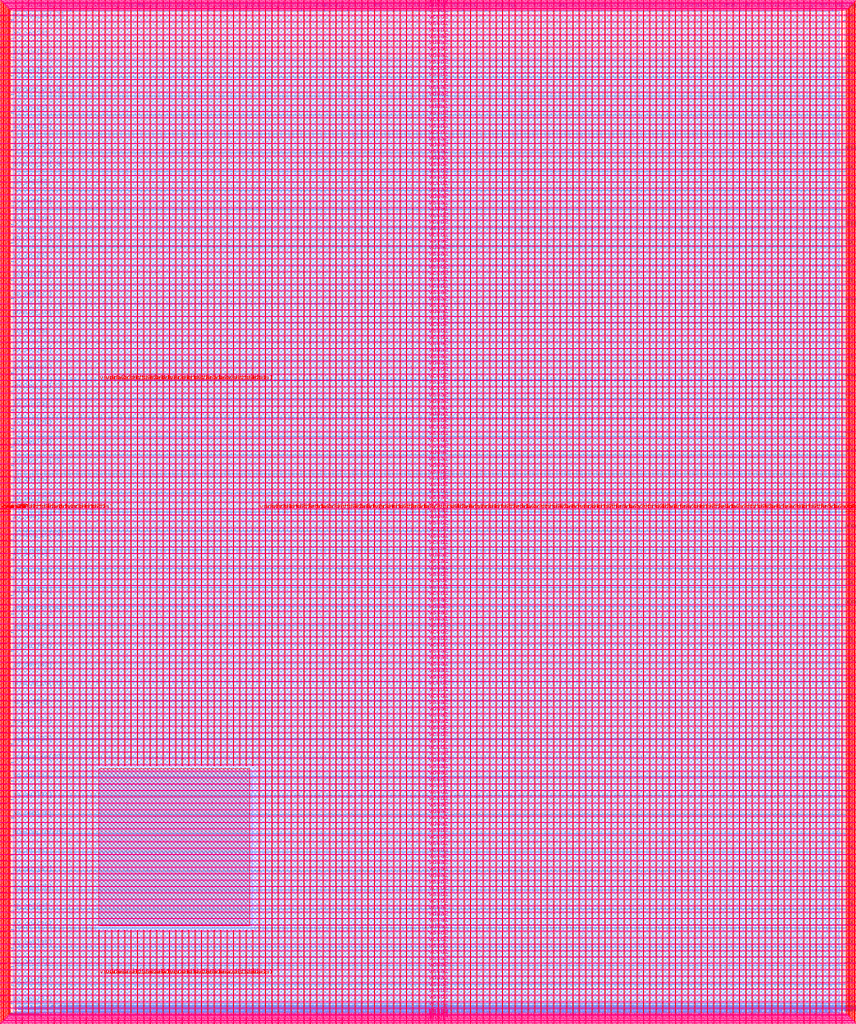
<source format=lef>
VERSION 5.7 ;
  NOWIREEXTENSIONATPIN ON ;
  DIVIDERCHAR "/" ;
  BUSBITCHARS "[]" ;
MACRO user_project_wrapper
  CLASS BLOCK ;
  FOREIGN user_project_wrapper ;
  ORIGIN 0.000 0.000 ;
  SIZE 2920.000 BY 3520.000 ;
  PIN analog_io[0]
    DIRECTION INOUT ;
    USE SIGNAL ;
    PORT
      LAYER met3 ;
        RECT 2917.600 1426.380 2924.800 1427.580 ;
    END
  END analog_io[0]
  PIN analog_io[10]
    DIRECTION INOUT ;
    USE SIGNAL ;
    PORT
      LAYER met2 ;
        RECT 2230.490 3517.600 2231.050 3524.800 ;
    END
  END analog_io[10]
  PIN analog_io[11]
    DIRECTION INOUT ;
    USE SIGNAL ;
    PORT
      LAYER met2 ;
        RECT 1905.730 3517.600 1906.290 3524.800 ;
    END
  END analog_io[11]
  PIN analog_io[12]
    DIRECTION INOUT ;
    USE SIGNAL ;
    PORT
      LAYER met2 ;
        RECT 1581.430 3517.600 1581.990 3524.800 ;
    END
  END analog_io[12]
  PIN analog_io[13]
    DIRECTION INOUT ;
    USE SIGNAL ;
    PORT
      LAYER met2 ;
        RECT 1257.130 3517.600 1257.690 3524.800 ;
    END
  END analog_io[13]
  PIN analog_io[14]
    DIRECTION INOUT ;
    USE SIGNAL ;
    PORT
      LAYER met2 ;
        RECT 932.370 3517.600 932.930 3524.800 ;
    END
  END analog_io[14]
  PIN analog_io[15]
    DIRECTION INOUT ;
    USE SIGNAL ;
    PORT
      LAYER met2 ;
        RECT 608.070 3517.600 608.630 3524.800 ;
    END
  END analog_io[15]
  PIN analog_io[16]
    DIRECTION INOUT ;
    USE SIGNAL ;
    PORT
      LAYER met2 ;
        RECT 283.770 3517.600 284.330 3524.800 ;
    END
  END analog_io[16]
  PIN analog_io[17]
    DIRECTION INOUT ;
    USE SIGNAL ;
    PORT
      LAYER met3 ;
        RECT -4.800 3486.100 2.400 3487.300 ;
    END
  END analog_io[17]
  PIN analog_io[18]
    DIRECTION INOUT ;
    USE SIGNAL ;
    PORT
      LAYER met3 ;
        RECT -4.800 3224.980 2.400 3226.180 ;
    END
  END analog_io[18]
  PIN analog_io[19]
    DIRECTION INOUT ;
    USE SIGNAL ;
    PORT
      LAYER met3 ;
        RECT -4.800 2964.540 2.400 2965.740 ;
    END
  END analog_io[19]
  PIN analog_io[1]
    DIRECTION INOUT ;
    USE SIGNAL ;
    PORT
      LAYER met3 ;
        RECT 2917.600 1692.260 2924.800 1693.460 ;
    END
  END analog_io[1]
  PIN analog_io[20]
    DIRECTION INOUT ;
    USE SIGNAL ;
    PORT
      LAYER met3 ;
        RECT -4.800 2703.420 2.400 2704.620 ;
    END
  END analog_io[20]
  PIN analog_io[21]
    DIRECTION INOUT ;
    USE SIGNAL ;
    PORT
      LAYER met3 ;
        RECT -4.800 2442.980 2.400 2444.180 ;
    END
  END analog_io[21]
  PIN analog_io[22]
    DIRECTION INOUT ;
    USE SIGNAL ;
    PORT
      LAYER met3 ;
        RECT -4.800 2182.540 2.400 2183.740 ;
    END
  END analog_io[22]
  PIN analog_io[23]
    DIRECTION INOUT ;
    USE SIGNAL ;
    PORT
      LAYER met3 ;
        RECT -4.800 1921.420 2.400 1922.620 ;
    END
  END analog_io[23]
  PIN analog_io[24]
    DIRECTION INOUT ;
    USE SIGNAL ;
    PORT
      LAYER met3 ;
        RECT -4.800 1660.980 2.400 1662.180 ;
    END
  END analog_io[24]
  PIN analog_io[25]
    DIRECTION INOUT ;
    USE SIGNAL ;
    PORT
      LAYER met3 ;
        RECT -4.800 1399.860 2.400 1401.060 ;
    END
  END analog_io[25]
  PIN analog_io[26]
    DIRECTION INOUT ;
    USE SIGNAL ;
    PORT
      LAYER met3 ;
        RECT -4.800 1139.420 2.400 1140.620 ;
    END
  END analog_io[26]
  PIN analog_io[27]
    DIRECTION INOUT ;
    USE SIGNAL ;
    PORT
      LAYER met3 ;
        RECT -4.800 878.980 2.400 880.180 ;
    END
  END analog_io[27]
  PIN analog_io[28]
    DIRECTION INOUT ;
    USE SIGNAL ;
    PORT
      LAYER met3 ;
        RECT -4.800 617.860 2.400 619.060 ;
    END
  END analog_io[28]
  PIN analog_io[2]
    DIRECTION INOUT ;
    USE SIGNAL ;
    PORT
      LAYER met3 ;
        RECT 2917.600 1958.140 2924.800 1959.340 ;
    END
  END analog_io[2]
  PIN analog_io[3]
    DIRECTION INOUT ;
    USE SIGNAL ;
    PORT
      LAYER met3 ;
        RECT 2917.600 2223.340 2924.800 2224.540 ;
    END
  END analog_io[3]
  PIN analog_io[4]
    DIRECTION INOUT ;
    USE SIGNAL ;
    PORT
      LAYER met3 ;
        RECT 2917.600 2489.220 2924.800 2490.420 ;
    END
  END analog_io[4]
  PIN analog_io[5]
    DIRECTION INOUT ;
    USE SIGNAL ;
    PORT
      LAYER met3 ;
        RECT 2917.600 2755.100 2924.800 2756.300 ;
    END
  END analog_io[5]
  PIN analog_io[6]
    DIRECTION INOUT ;
    USE SIGNAL ;
    PORT
      LAYER met3 ;
        RECT 2917.600 3020.300 2924.800 3021.500 ;
    END
  END analog_io[6]
  PIN analog_io[7]
    DIRECTION INOUT ;
    USE SIGNAL ;
    PORT
      LAYER met3 ;
        RECT 2917.600 3286.180 2924.800 3287.380 ;
    END
  END analog_io[7]
  PIN analog_io[8]
    DIRECTION INOUT ;
    USE SIGNAL ;
    PORT
      LAYER met2 ;
        RECT 2879.090 3517.600 2879.650 3524.800 ;
    END
  END analog_io[8]
  PIN analog_io[9]
    DIRECTION INOUT ;
    USE SIGNAL ;
    PORT
      LAYER met2 ;
        RECT 2554.790 3517.600 2555.350 3524.800 ;
    END
  END analog_io[9]
  PIN io_in[0]
    DIRECTION INPUT ;
    USE SIGNAL ;
    PORT
      LAYER met3 ;
        RECT 2917.600 32.380 2924.800 33.580 ;
    END
  END io_in[0]
  PIN io_in[10]
    DIRECTION INPUT ;
    USE SIGNAL ;
    PORT
      LAYER met3 ;
        RECT 2917.600 2289.980 2924.800 2291.180 ;
    END
  END io_in[10]
  PIN io_in[11]
    DIRECTION INPUT ;
    USE SIGNAL ;
    PORT
      LAYER met3 ;
        RECT 2917.600 2555.860 2924.800 2557.060 ;
    END
  END io_in[11]
  PIN io_in[12]
    DIRECTION INPUT ;
    USE SIGNAL ;
    PORT
      LAYER met3 ;
        RECT 2917.600 2821.060 2924.800 2822.260 ;
    END
  END io_in[12]
  PIN io_in[13]
    DIRECTION INPUT ;
    USE SIGNAL ;
    PORT
      LAYER met3 ;
        RECT 2917.600 3086.940 2924.800 3088.140 ;
    END
  END io_in[13]
  PIN io_in[14]
    DIRECTION INPUT ;
    USE SIGNAL ;
    PORT
      LAYER met3 ;
        RECT 2917.600 3352.820 2924.800 3354.020 ;
    END
  END io_in[14]
  PIN io_in[15]
    DIRECTION INPUT ;
    USE SIGNAL ;
    PORT
      LAYER met2 ;
        RECT 2798.130 3517.600 2798.690 3524.800 ;
    END
  END io_in[15]
  PIN io_in[16]
    DIRECTION INPUT ;
    USE SIGNAL ;
    PORT
      LAYER met2 ;
        RECT 2473.830 3517.600 2474.390 3524.800 ;
    END
  END io_in[16]
  PIN io_in[17]
    DIRECTION INPUT ;
    USE SIGNAL ;
    PORT
      LAYER met2 ;
        RECT 2149.070 3517.600 2149.630 3524.800 ;
    END
  END io_in[17]
  PIN io_in[18]
    DIRECTION INPUT ;
    USE SIGNAL ;
    PORT
      LAYER met2 ;
        RECT 1824.770 3517.600 1825.330 3524.800 ;
    END
  END io_in[18]
  PIN io_in[19]
    DIRECTION INPUT ;
    USE SIGNAL ;
    PORT
      LAYER met2 ;
        RECT 1500.470 3517.600 1501.030 3524.800 ;
    END
  END io_in[19]
  PIN io_in[1]
    DIRECTION INPUT ;
    USE SIGNAL ;
    PORT
      LAYER met3 ;
        RECT 2917.600 230.940 2924.800 232.140 ;
    END
  END io_in[1]
  PIN io_in[20]
    DIRECTION INPUT ;
    USE SIGNAL ;
    PORT
      LAYER met2 ;
        RECT 1175.710 3517.600 1176.270 3524.800 ;
    END
  END io_in[20]
  PIN io_in[21]
    DIRECTION INPUT ;
    USE SIGNAL ;
    PORT
      LAYER met2 ;
        RECT 851.410 3517.600 851.970 3524.800 ;
    END
  END io_in[21]
  PIN io_in[22]
    DIRECTION INPUT ;
    USE SIGNAL ;
    PORT
      LAYER met2 ;
        RECT 527.110 3517.600 527.670 3524.800 ;
    END
  END io_in[22]
  PIN io_in[23]
    DIRECTION INPUT ;
    USE SIGNAL ;
    PORT
      LAYER met2 ;
        RECT 202.350 3517.600 202.910 3524.800 ;
    END
  END io_in[23]
  PIN io_in[24]
    DIRECTION INPUT ;
    USE SIGNAL ;
    PORT
      LAYER met3 ;
        RECT -4.800 3420.820 2.400 3422.020 ;
    END
  END io_in[24]
  PIN io_in[25]
    DIRECTION INPUT ;
    USE SIGNAL ;
    PORT
      LAYER met3 ;
        RECT -4.800 3159.700 2.400 3160.900 ;
    END
  END io_in[25]
  PIN io_in[26]
    DIRECTION INPUT ;
    USE SIGNAL ;
    PORT
      LAYER met3 ;
        RECT -4.800 2899.260 2.400 2900.460 ;
    END
  END io_in[26]
  PIN io_in[27]
    DIRECTION INPUT ;
    USE SIGNAL ;
    PORT
      LAYER met3 ;
        RECT -4.800 2638.820 2.400 2640.020 ;
    END
  END io_in[27]
  PIN io_in[28]
    DIRECTION INPUT ;
    USE SIGNAL ;
    PORT
      LAYER met3 ;
        RECT -4.800 2377.700 2.400 2378.900 ;
    END
  END io_in[28]
  PIN io_in[29]
    DIRECTION INPUT ;
    USE SIGNAL ;
    PORT
      LAYER met3 ;
        RECT -4.800 2117.260 2.400 2118.460 ;
    END
  END io_in[29]
  PIN io_in[2]
    DIRECTION INPUT ;
    USE SIGNAL ;
    PORT
      LAYER met3 ;
        RECT 2917.600 430.180 2924.800 431.380 ;
    END
  END io_in[2]
  PIN io_in[30]
    DIRECTION INPUT ;
    USE SIGNAL ;
    PORT
      LAYER met3 ;
        RECT -4.800 1856.140 2.400 1857.340 ;
    END
  END io_in[30]
  PIN io_in[31]
    DIRECTION INPUT ;
    USE SIGNAL ;
    PORT
      LAYER met3 ;
        RECT -4.800 1595.700 2.400 1596.900 ;
    END
  END io_in[31]
  PIN io_in[32]
    DIRECTION INPUT ;
    USE SIGNAL ;
    PORT
      LAYER met3 ;
        RECT -4.800 1335.260 2.400 1336.460 ;
    END
  END io_in[32]
  PIN io_in[33]
    DIRECTION INPUT ;
    USE SIGNAL ;
    PORT
      LAYER met3 ;
        RECT -4.800 1074.140 2.400 1075.340 ;
    END
  END io_in[33]
  PIN io_in[34]
    DIRECTION INPUT ;
    USE SIGNAL ;
    PORT
      LAYER met3 ;
        RECT -4.800 813.700 2.400 814.900 ;
    END
  END io_in[34]
  PIN io_in[35]
    DIRECTION INPUT ;
    USE SIGNAL ;
    PORT
      LAYER met3 ;
        RECT -4.800 552.580 2.400 553.780 ;
    END
  END io_in[35]
  PIN io_in[36]
    DIRECTION INPUT ;
    USE SIGNAL ;
    PORT
      LAYER met3 ;
        RECT -4.800 357.420 2.400 358.620 ;
    END
  END io_in[36]
  PIN io_in[37]
    DIRECTION INPUT ;
    USE SIGNAL ;
    PORT
      LAYER met3 ;
        RECT -4.800 161.580 2.400 162.780 ;
    END
  END io_in[37]
  PIN io_in[3]
    DIRECTION INPUT ;
    USE SIGNAL ;
    PORT
      LAYER met3 ;
        RECT 2917.600 629.420 2924.800 630.620 ;
    END
  END io_in[3]
  PIN io_in[4]
    DIRECTION INPUT ;
    USE SIGNAL ;
    PORT
      LAYER met3 ;
        RECT 2917.600 828.660 2924.800 829.860 ;
    END
  END io_in[4]
  PIN io_in[5]
    DIRECTION INPUT ;
    USE SIGNAL ;
    PORT
      LAYER met3 ;
        RECT 2917.600 1027.900 2924.800 1029.100 ;
    END
  END io_in[5]
  PIN io_in[6]
    DIRECTION INPUT ;
    USE SIGNAL ;
    PORT
      LAYER met3 ;
        RECT 2917.600 1227.140 2924.800 1228.340 ;
    END
  END io_in[6]
  PIN io_in[7]
    DIRECTION INPUT ;
    USE SIGNAL ;
    PORT
      LAYER met3 ;
        RECT 2917.600 1493.020 2924.800 1494.220 ;
    END
  END io_in[7]
  PIN io_in[8]
    DIRECTION INPUT ;
    USE SIGNAL ;
    PORT
      LAYER met3 ;
        RECT 2917.600 1758.900 2924.800 1760.100 ;
    END
  END io_in[8]
  PIN io_in[9]
    DIRECTION INPUT ;
    USE SIGNAL ;
    PORT
      LAYER met3 ;
        RECT 2917.600 2024.100 2924.800 2025.300 ;
    END
  END io_in[9]
  PIN io_oeb[0]
    DIRECTION OUTPUT TRISTATE ;
    USE SIGNAL ;
    PORT
      LAYER met3 ;
        RECT 2917.600 164.980 2924.800 166.180 ;
    END
  END io_oeb[0]
  PIN io_oeb[10]
    DIRECTION OUTPUT TRISTATE ;
    USE SIGNAL ;
    PORT
      LAYER met3 ;
        RECT 2917.600 2422.580 2924.800 2423.780 ;
    END
  END io_oeb[10]
  PIN io_oeb[11]
    DIRECTION OUTPUT TRISTATE ;
    USE SIGNAL ;
    PORT
      LAYER met3 ;
        RECT 2917.600 2688.460 2924.800 2689.660 ;
    END
  END io_oeb[11]
  PIN io_oeb[12]
    DIRECTION OUTPUT TRISTATE ;
    USE SIGNAL ;
    PORT
      LAYER met3 ;
        RECT 2917.600 2954.340 2924.800 2955.540 ;
    END
  END io_oeb[12]
  PIN io_oeb[13]
    DIRECTION OUTPUT TRISTATE ;
    USE SIGNAL ;
    PORT
      LAYER met3 ;
        RECT 2917.600 3219.540 2924.800 3220.740 ;
    END
  END io_oeb[13]
  PIN io_oeb[14]
    DIRECTION OUTPUT TRISTATE ;
    USE SIGNAL ;
    PORT
      LAYER met3 ;
        RECT 2917.600 3485.420 2924.800 3486.620 ;
    END
  END io_oeb[14]
  PIN io_oeb[15]
    DIRECTION OUTPUT TRISTATE ;
    USE SIGNAL ;
    PORT
      LAYER met2 ;
        RECT 2635.750 3517.600 2636.310 3524.800 ;
    END
  END io_oeb[15]
  PIN io_oeb[16]
    DIRECTION OUTPUT TRISTATE ;
    USE SIGNAL ;
    PORT
      LAYER met2 ;
        RECT 2311.450 3517.600 2312.010 3524.800 ;
    END
  END io_oeb[16]
  PIN io_oeb[17]
    DIRECTION OUTPUT TRISTATE ;
    USE SIGNAL ;
    PORT
      LAYER met2 ;
        RECT 1987.150 3517.600 1987.710 3524.800 ;
    END
  END io_oeb[17]
  PIN io_oeb[18]
    DIRECTION OUTPUT TRISTATE ;
    USE SIGNAL ;
    PORT
      LAYER met2 ;
        RECT 1662.390 3517.600 1662.950 3524.800 ;
    END
  END io_oeb[18]
  PIN io_oeb[19]
    DIRECTION OUTPUT TRISTATE ;
    USE SIGNAL ;
    PORT
      LAYER met2 ;
        RECT 1338.090 3517.600 1338.650 3524.800 ;
    END
  END io_oeb[19]
  PIN io_oeb[1]
    DIRECTION OUTPUT TRISTATE ;
    USE SIGNAL ;
    PORT
      LAYER met3 ;
        RECT 2917.600 364.220 2924.800 365.420 ;
    END
  END io_oeb[1]
  PIN io_oeb[20]
    DIRECTION OUTPUT TRISTATE ;
    USE SIGNAL ;
    PORT
      LAYER met2 ;
        RECT 1013.790 3517.600 1014.350 3524.800 ;
    END
  END io_oeb[20]
  PIN io_oeb[21]
    DIRECTION OUTPUT TRISTATE ;
    USE SIGNAL ;
    PORT
      LAYER met2 ;
        RECT 689.030 3517.600 689.590 3524.800 ;
    END
  END io_oeb[21]
  PIN io_oeb[22]
    DIRECTION OUTPUT TRISTATE ;
    USE SIGNAL ;
    PORT
      LAYER met2 ;
        RECT 364.730 3517.600 365.290 3524.800 ;
    END
  END io_oeb[22]
  PIN io_oeb[23]
    DIRECTION OUTPUT TRISTATE ;
    USE SIGNAL ;
    PORT
      LAYER met2 ;
        RECT 40.430 3517.600 40.990 3524.800 ;
    END
  END io_oeb[23]
  PIN io_oeb[24]
    DIRECTION OUTPUT TRISTATE ;
    USE SIGNAL ;
    PORT
      LAYER met3 ;
        RECT -4.800 3290.260 2.400 3291.460 ;
    END
  END io_oeb[24]
  PIN io_oeb[25]
    DIRECTION OUTPUT TRISTATE ;
    USE SIGNAL ;
    PORT
      LAYER met3 ;
        RECT -4.800 3029.820 2.400 3031.020 ;
    END
  END io_oeb[25]
  PIN io_oeb[26]
    DIRECTION OUTPUT TRISTATE ;
    USE SIGNAL ;
    PORT
      LAYER met3 ;
        RECT -4.800 2768.700 2.400 2769.900 ;
    END
  END io_oeb[26]
  PIN io_oeb[27]
    DIRECTION OUTPUT TRISTATE ;
    USE SIGNAL ;
    PORT
      LAYER met3 ;
        RECT -4.800 2508.260 2.400 2509.460 ;
    END
  END io_oeb[27]
  PIN io_oeb[28]
    DIRECTION OUTPUT TRISTATE ;
    USE SIGNAL ;
    PORT
      LAYER met3 ;
        RECT -4.800 2247.140 2.400 2248.340 ;
    END
  END io_oeb[28]
  PIN io_oeb[29]
    DIRECTION OUTPUT TRISTATE ;
    USE SIGNAL ;
    PORT
      LAYER met3 ;
        RECT -4.800 1986.700 2.400 1987.900 ;
    END
  END io_oeb[29]
  PIN io_oeb[2]
    DIRECTION OUTPUT TRISTATE ;
    USE SIGNAL ;
    PORT
      LAYER met3 ;
        RECT 2917.600 563.460 2924.800 564.660 ;
    END
  END io_oeb[2]
  PIN io_oeb[30]
    DIRECTION OUTPUT TRISTATE ;
    USE SIGNAL ;
    PORT
      LAYER met3 ;
        RECT -4.800 1726.260 2.400 1727.460 ;
    END
  END io_oeb[30]
  PIN io_oeb[31]
    DIRECTION OUTPUT TRISTATE ;
    USE SIGNAL ;
    PORT
      LAYER met3 ;
        RECT -4.800 1465.140 2.400 1466.340 ;
    END
  END io_oeb[31]
  PIN io_oeb[32]
    DIRECTION OUTPUT TRISTATE ;
    USE SIGNAL ;
    PORT
      LAYER met3 ;
        RECT -4.800 1204.700 2.400 1205.900 ;
    END
  END io_oeb[32]
  PIN io_oeb[33]
    DIRECTION OUTPUT TRISTATE ;
    USE SIGNAL ;
    PORT
      LAYER met3 ;
        RECT -4.800 943.580 2.400 944.780 ;
    END
  END io_oeb[33]
  PIN io_oeb[34]
    DIRECTION OUTPUT TRISTATE ;
    USE SIGNAL ;
    PORT
      LAYER met3 ;
        RECT -4.800 683.140 2.400 684.340 ;
    END
  END io_oeb[34]
  PIN io_oeb[35]
    DIRECTION OUTPUT TRISTATE ;
    USE SIGNAL ;
    PORT
      LAYER met3 ;
        RECT -4.800 422.700 2.400 423.900 ;
    END
  END io_oeb[35]
  PIN io_oeb[36]
    DIRECTION OUTPUT TRISTATE ;
    USE SIGNAL ;
    PORT
      LAYER met3 ;
        RECT -4.800 226.860 2.400 228.060 ;
    END
  END io_oeb[36]
  PIN io_oeb[37]
    DIRECTION OUTPUT TRISTATE ;
    USE SIGNAL ;
    PORT
      LAYER met3 ;
        RECT -4.800 31.700 2.400 32.900 ;
    END
  END io_oeb[37]
  PIN io_oeb[3]
    DIRECTION OUTPUT TRISTATE ;
    USE SIGNAL ;
    PORT
      LAYER met3 ;
        RECT 2917.600 762.700 2924.800 763.900 ;
    END
  END io_oeb[3]
  PIN io_oeb[4]
    DIRECTION OUTPUT TRISTATE ;
    USE SIGNAL ;
    PORT
      LAYER met3 ;
        RECT 2917.600 961.940 2924.800 963.140 ;
    END
  END io_oeb[4]
  PIN io_oeb[5]
    DIRECTION OUTPUT TRISTATE ;
    USE SIGNAL ;
    PORT
      LAYER met3 ;
        RECT 2917.600 1161.180 2924.800 1162.380 ;
    END
  END io_oeb[5]
  PIN io_oeb[6]
    DIRECTION OUTPUT TRISTATE ;
    USE SIGNAL ;
    PORT
      LAYER met3 ;
        RECT 2917.600 1360.420 2924.800 1361.620 ;
    END
  END io_oeb[6]
  PIN io_oeb[7]
    DIRECTION OUTPUT TRISTATE ;
    USE SIGNAL ;
    PORT
      LAYER met3 ;
        RECT 2917.600 1625.620 2924.800 1626.820 ;
    END
  END io_oeb[7]
  PIN io_oeb[8]
    DIRECTION OUTPUT TRISTATE ;
    USE SIGNAL ;
    PORT
      LAYER met3 ;
        RECT 2917.600 1891.500 2924.800 1892.700 ;
    END
  END io_oeb[8]
  PIN io_oeb[9]
    DIRECTION OUTPUT TRISTATE ;
    USE SIGNAL ;
    PORT
      LAYER met3 ;
        RECT 2917.600 2157.380 2924.800 2158.580 ;
    END
  END io_oeb[9]
  PIN io_out[0]
    DIRECTION OUTPUT TRISTATE ;
    USE SIGNAL ;
    PORT
      LAYER met3 ;
        RECT 2917.600 98.340 2924.800 99.540 ;
    END
  END io_out[0]
  PIN io_out[10]
    DIRECTION OUTPUT TRISTATE ;
    USE SIGNAL ;
    PORT
      LAYER met3 ;
        RECT 2917.600 2356.620 2924.800 2357.820 ;
    END
  END io_out[10]
  PIN io_out[11]
    DIRECTION OUTPUT TRISTATE ;
    USE SIGNAL ;
    PORT
      LAYER met3 ;
        RECT 2917.600 2621.820 2924.800 2623.020 ;
    END
  END io_out[11]
  PIN io_out[12]
    DIRECTION OUTPUT TRISTATE ;
    USE SIGNAL ;
    PORT
      LAYER met3 ;
        RECT 2917.600 2887.700 2924.800 2888.900 ;
    END
  END io_out[12]
  PIN io_out[13]
    DIRECTION OUTPUT TRISTATE ;
    USE SIGNAL ;
    PORT
      LAYER met3 ;
        RECT 2917.600 3153.580 2924.800 3154.780 ;
    END
  END io_out[13]
  PIN io_out[14]
    DIRECTION OUTPUT TRISTATE ;
    USE SIGNAL ;
    PORT
      LAYER met3 ;
        RECT 2917.600 3418.780 2924.800 3419.980 ;
    END
  END io_out[14]
  PIN io_out[15]
    DIRECTION OUTPUT TRISTATE ;
    USE SIGNAL ;
    PORT
      LAYER met2 ;
        RECT 2717.170 3517.600 2717.730 3524.800 ;
    END
  END io_out[15]
  PIN io_out[16]
    DIRECTION OUTPUT TRISTATE ;
    USE SIGNAL ;
    PORT
      LAYER met2 ;
        RECT 2392.410 3517.600 2392.970 3524.800 ;
    END
  END io_out[16]
  PIN io_out[17]
    DIRECTION OUTPUT TRISTATE ;
    USE SIGNAL ;
    PORT
      LAYER met2 ;
        RECT 2068.110 3517.600 2068.670 3524.800 ;
    END
  END io_out[17]
  PIN io_out[18]
    DIRECTION OUTPUT TRISTATE ;
    USE SIGNAL ;
    PORT
      LAYER met2 ;
        RECT 1743.810 3517.600 1744.370 3524.800 ;
    END
  END io_out[18]
  PIN io_out[19]
    DIRECTION OUTPUT TRISTATE ;
    USE SIGNAL ;
    PORT
      LAYER met2 ;
        RECT 1419.050 3517.600 1419.610 3524.800 ;
    END
  END io_out[19]
  PIN io_out[1]
    DIRECTION OUTPUT TRISTATE ;
    USE SIGNAL ;
    PORT
      LAYER met3 ;
        RECT 2917.600 297.580 2924.800 298.780 ;
    END
  END io_out[1]
  PIN io_out[20]
    DIRECTION OUTPUT TRISTATE ;
    USE SIGNAL ;
    PORT
      LAYER met2 ;
        RECT 1094.750 3517.600 1095.310 3524.800 ;
    END
  END io_out[20]
  PIN io_out[21]
    DIRECTION OUTPUT TRISTATE ;
    USE SIGNAL ;
    PORT
      LAYER met2 ;
        RECT 770.450 3517.600 771.010 3524.800 ;
    END
  END io_out[21]
  PIN io_out[22]
    DIRECTION OUTPUT TRISTATE ;
    USE SIGNAL ;
    PORT
      LAYER met2 ;
        RECT 445.690 3517.600 446.250 3524.800 ;
    END
  END io_out[22]
  PIN io_out[23]
    DIRECTION OUTPUT TRISTATE ;
    USE SIGNAL ;
    PORT
      LAYER met2 ;
        RECT 121.390 3517.600 121.950 3524.800 ;
    END
  END io_out[23]
  PIN io_out[24]
    DIRECTION OUTPUT TRISTATE ;
    USE SIGNAL ;
    PORT
      LAYER met3 ;
        RECT -4.800 3355.540 2.400 3356.740 ;
    END
  END io_out[24]
  PIN io_out[25]
    DIRECTION OUTPUT TRISTATE ;
    USE SIGNAL ;
    PORT
      LAYER met3 ;
        RECT -4.800 3095.100 2.400 3096.300 ;
    END
  END io_out[25]
  PIN io_out[26]
    DIRECTION OUTPUT TRISTATE ;
    USE SIGNAL ;
    PORT
      LAYER met3 ;
        RECT -4.800 2833.980 2.400 2835.180 ;
    END
  END io_out[26]
  PIN io_out[27]
    DIRECTION OUTPUT TRISTATE ;
    USE SIGNAL ;
    PORT
      LAYER met3 ;
        RECT -4.800 2573.540 2.400 2574.740 ;
    END
  END io_out[27]
  PIN io_out[28]
    DIRECTION OUTPUT TRISTATE ;
    USE SIGNAL ;
    PORT
      LAYER met3 ;
        RECT -4.800 2312.420 2.400 2313.620 ;
    END
  END io_out[28]
  PIN io_out[29]
    DIRECTION OUTPUT TRISTATE ;
    USE SIGNAL ;
    PORT
      LAYER met3 ;
        RECT -4.800 2051.980 2.400 2053.180 ;
    END
  END io_out[29]
  PIN io_out[2]
    DIRECTION OUTPUT TRISTATE ;
    USE SIGNAL ;
    PORT
      LAYER met3 ;
        RECT 2917.600 496.820 2924.800 498.020 ;
    END
  END io_out[2]
  PIN io_out[30]
    DIRECTION OUTPUT TRISTATE ;
    USE SIGNAL ;
    PORT
      LAYER met3 ;
        RECT -4.800 1791.540 2.400 1792.740 ;
    END
  END io_out[30]
  PIN io_out[31]
    DIRECTION OUTPUT TRISTATE ;
    USE SIGNAL ;
    PORT
      LAYER met3 ;
        RECT -4.800 1530.420 2.400 1531.620 ;
    END
  END io_out[31]
  PIN io_out[32]
    DIRECTION OUTPUT TRISTATE ;
    USE SIGNAL ;
    PORT
      LAYER met3 ;
        RECT -4.800 1269.980 2.400 1271.180 ;
    END
  END io_out[32]
  PIN io_out[33]
    DIRECTION OUTPUT TRISTATE ;
    USE SIGNAL ;
    PORT
      LAYER met3 ;
        RECT -4.800 1008.860 2.400 1010.060 ;
    END
  END io_out[33]
  PIN io_out[34]
    DIRECTION OUTPUT TRISTATE ;
    USE SIGNAL ;
    PORT
      LAYER met3 ;
        RECT -4.800 748.420 2.400 749.620 ;
    END
  END io_out[34]
  PIN io_out[35]
    DIRECTION OUTPUT TRISTATE ;
    USE SIGNAL ;
    PORT
      LAYER met3 ;
        RECT -4.800 487.300 2.400 488.500 ;
    END
  END io_out[35]
  PIN io_out[36]
    DIRECTION OUTPUT TRISTATE ;
    USE SIGNAL ;
    PORT
      LAYER met3 ;
        RECT -4.800 292.140 2.400 293.340 ;
    END
  END io_out[36]
  PIN io_out[37]
    DIRECTION OUTPUT TRISTATE ;
    USE SIGNAL ;
    PORT
      LAYER met3 ;
        RECT -4.800 96.300 2.400 97.500 ;
    END
  END io_out[37]
  PIN io_out[3]
    DIRECTION OUTPUT TRISTATE ;
    USE SIGNAL ;
    PORT
      LAYER met3 ;
        RECT 2917.600 696.060 2924.800 697.260 ;
    END
  END io_out[3]
  PIN io_out[4]
    DIRECTION OUTPUT TRISTATE ;
    USE SIGNAL ;
    PORT
      LAYER met3 ;
        RECT 2917.600 895.300 2924.800 896.500 ;
    END
  END io_out[4]
  PIN io_out[5]
    DIRECTION OUTPUT TRISTATE ;
    USE SIGNAL ;
    PORT
      LAYER met3 ;
        RECT 2917.600 1094.540 2924.800 1095.740 ;
    END
  END io_out[5]
  PIN io_out[6]
    DIRECTION OUTPUT TRISTATE ;
    USE SIGNAL ;
    PORT
      LAYER met3 ;
        RECT 2917.600 1293.780 2924.800 1294.980 ;
    END
  END io_out[6]
  PIN io_out[7]
    DIRECTION OUTPUT TRISTATE ;
    USE SIGNAL ;
    PORT
      LAYER met3 ;
        RECT 2917.600 1559.660 2924.800 1560.860 ;
    END
  END io_out[7]
  PIN io_out[8]
    DIRECTION OUTPUT TRISTATE ;
    USE SIGNAL ;
    PORT
      LAYER met3 ;
        RECT 2917.600 1824.860 2924.800 1826.060 ;
    END
  END io_out[8]
  PIN io_out[9]
    DIRECTION OUTPUT TRISTATE ;
    USE SIGNAL ;
    PORT
      LAYER met3 ;
        RECT 2917.600 2090.740 2924.800 2091.940 ;
    END
  END io_out[9]
  PIN la_data_in[0]
    DIRECTION INPUT ;
    USE SIGNAL ;
    PORT
      LAYER met2 ;
        RECT 629.230 -4.800 629.790 2.400 ;
    END
  END la_data_in[0]
  PIN la_data_in[100]
    DIRECTION INPUT ;
    USE SIGNAL ;
    PORT
      LAYER met2 ;
        RECT 2402.530 -4.800 2403.090 2.400 ;
    END
  END la_data_in[100]
  PIN la_data_in[101]
    DIRECTION INPUT ;
    USE SIGNAL ;
    PORT
      LAYER met2 ;
        RECT 2420.010 -4.800 2420.570 2.400 ;
    END
  END la_data_in[101]
  PIN la_data_in[102]
    DIRECTION INPUT ;
    USE SIGNAL ;
    PORT
      LAYER met2 ;
        RECT 2437.950 -4.800 2438.510 2.400 ;
    END
  END la_data_in[102]
  PIN la_data_in[103]
    DIRECTION INPUT ;
    USE SIGNAL ;
    PORT
      LAYER met2 ;
        RECT 2455.430 -4.800 2455.990 2.400 ;
    END
  END la_data_in[103]
  PIN la_data_in[104]
    DIRECTION INPUT ;
    USE SIGNAL ;
    PORT
      LAYER met2 ;
        RECT 2473.370 -4.800 2473.930 2.400 ;
    END
  END la_data_in[104]
  PIN la_data_in[105]
    DIRECTION INPUT ;
    USE SIGNAL ;
    PORT
      LAYER met2 ;
        RECT 2490.850 -4.800 2491.410 2.400 ;
    END
  END la_data_in[105]
  PIN la_data_in[106]
    DIRECTION INPUT ;
    USE SIGNAL ;
    PORT
      LAYER met2 ;
        RECT 2508.790 -4.800 2509.350 2.400 ;
    END
  END la_data_in[106]
  PIN la_data_in[107]
    DIRECTION INPUT ;
    USE SIGNAL ;
    PORT
      LAYER met2 ;
        RECT 2526.730 -4.800 2527.290 2.400 ;
    END
  END la_data_in[107]
  PIN la_data_in[108]
    DIRECTION INPUT ;
    USE SIGNAL ;
    PORT
      LAYER met2 ;
        RECT 2544.210 -4.800 2544.770 2.400 ;
    END
  END la_data_in[108]
  PIN la_data_in[109]
    DIRECTION INPUT ;
    USE SIGNAL ;
    PORT
      LAYER met2 ;
        RECT 2562.150 -4.800 2562.710 2.400 ;
    END
  END la_data_in[109]
  PIN la_data_in[10]
    DIRECTION INPUT ;
    USE SIGNAL ;
    PORT
      LAYER met2 ;
        RECT 806.330 -4.800 806.890 2.400 ;
    END
  END la_data_in[10]
  PIN la_data_in[110]
    DIRECTION INPUT ;
    USE SIGNAL ;
    PORT
      LAYER met2 ;
        RECT 2579.630 -4.800 2580.190 2.400 ;
    END
  END la_data_in[110]
  PIN la_data_in[111]
    DIRECTION INPUT ;
    USE SIGNAL ;
    PORT
      LAYER met2 ;
        RECT 2597.570 -4.800 2598.130 2.400 ;
    END
  END la_data_in[111]
  PIN la_data_in[112]
    DIRECTION INPUT ;
    USE SIGNAL ;
    PORT
      LAYER met2 ;
        RECT 2615.050 -4.800 2615.610 2.400 ;
    END
  END la_data_in[112]
  PIN la_data_in[113]
    DIRECTION INPUT ;
    USE SIGNAL ;
    PORT
      LAYER met2 ;
        RECT 2632.990 -4.800 2633.550 2.400 ;
    END
  END la_data_in[113]
  PIN la_data_in[114]
    DIRECTION INPUT ;
    USE SIGNAL ;
    PORT
      LAYER met2 ;
        RECT 2650.470 -4.800 2651.030 2.400 ;
    END
  END la_data_in[114]
  PIN la_data_in[115]
    DIRECTION INPUT ;
    USE SIGNAL ;
    PORT
      LAYER met2 ;
        RECT 2668.410 -4.800 2668.970 2.400 ;
    END
  END la_data_in[115]
  PIN la_data_in[116]
    DIRECTION INPUT ;
    USE SIGNAL ;
    PORT
      LAYER met2 ;
        RECT 2685.890 -4.800 2686.450 2.400 ;
    END
  END la_data_in[116]
  PIN la_data_in[117]
    DIRECTION INPUT ;
    USE SIGNAL ;
    PORT
      LAYER met2 ;
        RECT 2703.830 -4.800 2704.390 2.400 ;
    END
  END la_data_in[117]
  PIN la_data_in[118]
    DIRECTION INPUT ;
    USE SIGNAL ;
    PORT
      LAYER met2 ;
        RECT 2721.770 -4.800 2722.330 2.400 ;
    END
  END la_data_in[118]
  PIN la_data_in[119]
    DIRECTION INPUT ;
    USE SIGNAL ;
    PORT
      LAYER met2 ;
        RECT 2739.250 -4.800 2739.810 2.400 ;
    END
  END la_data_in[119]
  PIN la_data_in[11]
    DIRECTION INPUT ;
    USE SIGNAL ;
    PORT
      LAYER met2 ;
        RECT 824.270 -4.800 824.830 2.400 ;
    END
  END la_data_in[11]
  PIN la_data_in[120]
    DIRECTION INPUT ;
    USE SIGNAL ;
    PORT
      LAYER met2 ;
        RECT 2757.190 -4.800 2757.750 2.400 ;
    END
  END la_data_in[120]
  PIN la_data_in[121]
    DIRECTION INPUT ;
    USE SIGNAL ;
    PORT
      LAYER met2 ;
        RECT 2774.670 -4.800 2775.230 2.400 ;
    END
  END la_data_in[121]
  PIN la_data_in[122]
    DIRECTION INPUT ;
    USE SIGNAL ;
    PORT
      LAYER met2 ;
        RECT 2792.610 -4.800 2793.170 2.400 ;
    END
  END la_data_in[122]
  PIN la_data_in[123]
    DIRECTION INPUT ;
    USE SIGNAL ;
    PORT
      LAYER met2 ;
        RECT 2810.090 -4.800 2810.650 2.400 ;
    END
  END la_data_in[123]
  PIN la_data_in[124]
    DIRECTION INPUT ;
    USE SIGNAL ;
    PORT
      LAYER met2 ;
        RECT 2828.030 -4.800 2828.590 2.400 ;
    END
  END la_data_in[124]
  PIN la_data_in[125]
    DIRECTION INPUT ;
    USE SIGNAL ;
    PORT
      LAYER met2 ;
        RECT 2845.510 -4.800 2846.070 2.400 ;
    END
  END la_data_in[125]
  PIN la_data_in[126]
    DIRECTION INPUT ;
    USE SIGNAL ;
    PORT
      LAYER met2 ;
        RECT 2863.450 -4.800 2864.010 2.400 ;
    END
  END la_data_in[126]
  PIN la_data_in[127]
    DIRECTION INPUT ;
    USE SIGNAL ;
    PORT
      LAYER met2 ;
        RECT 2881.390 -4.800 2881.950 2.400 ;
    END
  END la_data_in[127]
  PIN la_data_in[12]
    DIRECTION INPUT ;
    USE SIGNAL ;
    PORT
      LAYER met2 ;
        RECT 841.750 -4.800 842.310 2.400 ;
    END
  END la_data_in[12]
  PIN la_data_in[13]
    DIRECTION INPUT ;
    USE SIGNAL ;
    PORT
      LAYER met2 ;
        RECT 859.690 -4.800 860.250 2.400 ;
    END
  END la_data_in[13]
  PIN la_data_in[14]
    DIRECTION INPUT ;
    USE SIGNAL ;
    PORT
      LAYER met2 ;
        RECT 877.170 -4.800 877.730 2.400 ;
    END
  END la_data_in[14]
  PIN la_data_in[15]
    DIRECTION INPUT ;
    USE SIGNAL ;
    PORT
      LAYER met2 ;
        RECT 895.110 -4.800 895.670 2.400 ;
    END
  END la_data_in[15]
  PIN la_data_in[16]
    DIRECTION INPUT ;
    USE SIGNAL ;
    PORT
      LAYER met2 ;
        RECT 912.590 -4.800 913.150 2.400 ;
    END
  END la_data_in[16]
  PIN la_data_in[17]
    DIRECTION INPUT ;
    USE SIGNAL ;
    PORT
      LAYER met2 ;
        RECT 930.530 -4.800 931.090 2.400 ;
    END
  END la_data_in[17]
  PIN la_data_in[18]
    DIRECTION INPUT ;
    USE SIGNAL ;
    PORT
      LAYER met2 ;
        RECT 948.470 -4.800 949.030 2.400 ;
    END
  END la_data_in[18]
  PIN la_data_in[19]
    DIRECTION INPUT ;
    USE SIGNAL ;
    PORT
      LAYER met2 ;
        RECT 965.950 -4.800 966.510 2.400 ;
    END
  END la_data_in[19]
  PIN la_data_in[1]
    DIRECTION INPUT ;
    USE SIGNAL ;
    PORT
      LAYER met2 ;
        RECT 646.710 -4.800 647.270 2.400 ;
    END
  END la_data_in[1]
  PIN la_data_in[20]
    DIRECTION INPUT ;
    USE SIGNAL ;
    PORT
      LAYER met2 ;
        RECT 983.890 -4.800 984.450 2.400 ;
    END
  END la_data_in[20]
  PIN la_data_in[21]
    DIRECTION INPUT ;
    USE SIGNAL ;
    PORT
      LAYER met2 ;
        RECT 1001.370 -4.800 1001.930 2.400 ;
    END
  END la_data_in[21]
  PIN la_data_in[22]
    DIRECTION INPUT ;
    USE SIGNAL ;
    PORT
      LAYER met2 ;
        RECT 1019.310 -4.800 1019.870 2.400 ;
    END
  END la_data_in[22]
  PIN la_data_in[23]
    DIRECTION INPUT ;
    USE SIGNAL ;
    PORT
      LAYER met2 ;
        RECT 1036.790 -4.800 1037.350 2.400 ;
    END
  END la_data_in[23]
  PIN la_data_in[24]
    DIRECTION INPUT ;
    USE SIGNAL ;
    PORT
      LAYER met2 ;
        RECT 1054.730 -4.800 1055.290 2.400 ;
    END
  END la_data_in[24]
  PIN la_data_in[25]
    DIRECTION INPUT ;
    USE SIGNAL ;
    PORT
      LAYER met2 ;
        RECT 1072.210 -4.800 1072.770 2.400 ;
    END
  END la_data_in[25]
  PIN la_data_in[26]
    DIRECTION INPUT ;
    USE SIGNAL ;
    PORT
      LAYER met2 ;
        RECT 1090.150 -4.800 1090.710 2.400 ;
    END
  END la_data_in[26]
  PIN la_data_in[27]
    DIRECTION INPUT ;
    USE SIGNAL ;
    PORT
      LAYER met2 ;
        RECT 1107.630 -4.800 1108.190 2.400 ;
    END
  END la_data_in[27]
  PIN la_data_in[28]
    DIRECTION INPUT ;
    USE SIGNAL ;
    PORT
      LAYER met2 ;
        RECT 1125.570 -4.800 1126.130 2.400 ;
    END
  END la_data_in[28]
  PIN la_data_in[29]
    DIRECTION INPUT ;
    USE SIGNAL ;
    PORT
      LAYER met2 ;
        RECT 1143.510 -4.800 1144.070 2.400 ;
    END
  END la_data_in[29]
  PIN la_data_in[2]
    DIRECTION INPUT ;
    USE SIGNAL ;
    PORT
      LAYER met2 ;
        RECT 664.650 -4.800 665.210 2.400 ;
    END
  END la_data_in[2]
  PIN la_data_in[30]
    DIRECTION INPUT ;
    USE SIGNAL ;
    PORT
      LAYER met2 ;
        RECT 1160.990 -4.800 1161.550 2.400 ;
    END
  END la_data_in[30]
  PIN la_data_in[31]
    DIRECTION INPUT ;
    USE SIGNAL ;
    PORT
      LAYER met2 ;
        RECT 1178.930 -4.800 1179.490 2.400 ;
    END
  END la_data_in[31]
  PIN la_data_in[32]
    DIRECTION INPUT ;
    USE SIGNAL ;
    PORT
      LAYER met2 ;
        RECT 1196.410 -4.800 1196.970 2.400 ;
    END
  END la_data_in[32]
  PIN la_data_in[33]
    DIRECTION INPUT ;
    USE SIGNAL ;
    PORT
      LAYER met2 ;
        RECT 1214.350 -4.800 1214.910 2.400 ;
    END
  END la_data_in[33]
  PIN la_data_in[34]
    DIRECTION INPUT ;
    USE SIGNAL ;
    PORT
      LAYER met2 ;
        RECT 1231.830 -4.800 1232.390 2.400 ;
    END
  END la_data_in[34]
  PIN la_data_in[35]
    DIRECTION INPUT ;
    USE SIGNAL ;
    PORT
      LAYER met2 ;
        RECT 1249.770 -4.800 1250.330 2.400 ;
    END
  END la_data_in[35]
  PIN la_data_in[36]
    DIRECTION INPUT ;
    USE SIGNAL ;
    PORT
      LAYER met2 ;
        RECT 1267.250 -4.800 1267.810 2.400 ;
    END
  END la_data_in[36]
  PIN la_data_in[37]
    DIRECTION INPUT ;
    USE SIGNAL ;
    PORT
      LAYER met2 ;
        RECT 1285.190 -4.800 1285.750 2.400 ;
    END
  END la_data_in[37]
  PIN la_data_in[38]
    DIRECTION INPUT ;
    USE SIGNAL ;
    PORT
      LAYER met2 ;
        RECT 1303.130 -4.800 1303.690 2.400 ;
    END
  END la_data_in[38]
  PIN la_data_in[39]
    DIRECTION INPUT ;
    USE SIGNAL ;
    PORT
      LAYER met2 ;
        RECT 1320.610 -4.800 1321.170 2.400 ;
    END
  END la_data_in[39]
  PIN la_data_in[3]
    DIRECTION INPUT ;
    USE SIGNAL ;
    PORT
      LAYER met2 ;
        RECT 682.130 -4.800 682.690 2.400 ;
    END
  END la_data_in[3]
  PIN la_data_in[40]
    DIRECTION INPUT ;
    USE SIGNAL ;
    PORT
      LAYER met2 ;
        RECT 1338.550 -4.800 1339.110 2.400 ;
    END
  END la_data_in[40]
  PIN la_data_in[41]
    DIRECTION INPUT ;
    USE SIGNAL ;
    PORT
      LAYER met2 ;
        RECT 1356.030 -4.800 1356.590 2.400 ;
    END
  END la_data_in[41]
  PIN la_data_in[42]
    DIRECTION INPUT ;
    USE SIGNAL ;
    PORT
      LAYER met2 ;
        RECT 1373.970 -4.800 1374.530 2.400 ;
    END
  END la_data_in[42]
  PIN la_data_in[43]
    DIRECTION INPUT ;
    USE SIGNAL ;
    PORT
      LAYER met2 ;
        RECT 1391.450 -4.800 1392.010 2.400 ;
    END
  END la_data_in[43]
  PIN la_data_in[44]
    DIRECTION INPUT ;
    USE SIGNAL ;
    PORT
      LAYER met2 ;
        RECT 1409.390 -4.800 1409.950 2.400 ;
    END
  END la_data_in[44]
  PIN la_data_in[45]
    DIRECTION INPUT ;
    USE SIGNAL ;
    PORT
      LAYER met2 ;
        RECT 1426.870 -4.800 1427.430 2.400 ;
    END
  END la_data_in[45]
  PIN la_data_in[46]
    DIRECTION INPUT ;
    USE SIGNAL ;
    PORT
      LAYER met2 ;
        RECT 1444.810 -4.800 1445.370 2.400 ;
    END
  END la_data_in[46]
  PIN la_data_in[47]
    DIRECTION INPUT ;
    USE SIGNAL ;
    PORT
      LAYER met2 ;
        RECT 1462.750 -4.800 1463.310 2.400 ;
    END
  END la_data_in[47]
  PIN la_data_in[48]
    DIRECTION INPUT ;
    USE SIGNAL ;
    PORT
      LAYER met2 ;
        RECT 1480.230 -4.800 1480.790 2.400 ;
    END
  END la_data_in[48]
  PIN la_data_in[49]
    DIRECTION INPUT ;
    USE SIGNAL ;
    PORT
      LAYER met2 ;
        RECT 1498.170 -4.800 1498.730 2.400 ;
    END
  END la_data_in[49]
  PIN la_data_in[4]
    DIRECTION INPUT ;
    USE SIGNAL ;
    PORT
      LAYER met2 ;
        RECT 700.070 -4.800 700.630 2.400 ;
    END
  END la_data_in[4]
  PIN la_data_in[50]
    DIRECTION INPUT ;
    USE SIGNAL ;
    PORT
      LAYER met2 ;
        RECT 1515.650 -4.800 1516.210 2.400 ;
    END
  END la_data_in[50]
  PIN la_data_in[51]
    DIRECTION INPUT ;
    USE SIGNAL ;
    PORT
      LAYER met2 ;
        RECT 1533.590 -4.800 1534.150 2.400 ;
    END
  END la_data_in[51]
  PIN la_data_in[52]
    DIRECTION INPUT ;
    USE SIGNAL ;
    PORT
      LAYER met2 ;
        RECT 1551.070 -4.800 1551.630 2.400 ;
    END
  END la_data_in[52]
  PIN la_data_in[53]
    DIRECTION INPUT ;
    USE SIGNAL ;
    PORT
      LAYER met2 ;
        RECT 1569.010 -4.800 1569.570 2.400 ;
    END
  END la_data_in[53]
  PIN la_data_in[54]
    DIRECTION INPUT ;
    USE SIGNAL ;
    PORT
      LAYER met2 ;
        RECT 1586.490 -4.800 1587.050 2.400 ;
    END
  END la_data_in[54]
  PIN la_data_in[55]
    DIRECTION INPUT ;
    USE SIGNAL ;
    PORT
      LAYER met2 ;
        RECT 1604.430 -4.800 1604.990 2.400 ;
    END
  END la_data_in[55]
  PIN la_data_in[56]
    DIRECTION INPUT ;
    USE SIGNAL ;
    PORT
      LAYER met2 ;
        RECT 1621.910 -4.800 1622.470 2.400 ;
    END
  END la_data_in[56]
  PIN la_data_in[57]
    DIRECTION INPUT ;
    USE SIGNAL ;
    PORT
      LAYER met2 ;
        RECT 1639.850 -4.800 1640.410 2.400 ;
    END
  END la_data_in[57]
  PIN la_data_in[58]
    DIRECTION INPUT ;
    USE SIGNAL ;
    PORT
      LAYER met2 ;
        RECT 1657.790 -4.800 1658.350 2.400 ;
    END
  END la_data_in[58]
  PIN la_data_in[59]
    DIRECTION INPUT ;
    USE SIGNAL ;
    PORT
      LAYER met2 ;
        RECT 1675.270 -4.800 1675.830 2.400 ;
    END
  END la_data_in[59]
  PIN la_data_in[5]
    DIRECTION INPUT ;
    USE SIGNAL ;
    PORT
      LAYER met2 ;
        RECT 717.550 -4.800 718.110 2.400 ;
    END
  END la_data_in[5]
  PIN la_data_in[60]
    DIRECTION INPUT ;
    USE SIGNAL ;
    PORT
      LAYER met2 ;
        RECT 1693.210 -4.800 1693.770 2.400 ;
    END
  END la_data_in[60]
  PIN la_data_in[61]
    DIRECTION INPUT ;
    USE SIGNAL ;
    PORT
      LAYER met2 ;
        RECT 1710.690 -4.800 1711.250 2.400 ;
    END
  END la_data_in[61]
  PIN la_data_in[62]
    DIRECTION INPUT ;
    USE SIGNAL ;
    PORT
      LAYER met2 ;
        RECT 1728.630 -4.800 1729.190 2.400 ;
    END
  END la_data_in[62]
  PIN la_data_in[63]
    DIRECTION INPUT ;
    USE SIGNAL ;
    PORT
      LAYER met2 ;
        RECT 1746.110 -4.800 1746.670 2.400 ;
    END
  END la_data_in[63]
  PIN la_data_in[64]
    DIRECTION INPUT ;
    USE SIGNAL ;
    PORT
      LAYER met2 ;
        RECT 1764.050 -4.800 1764.610 2.400 ;
    END
  END la_data_in[64]
  PIN la_data_in[65]
    DIRECTION INPUT ;
    USE SIGNAL ;
    PORT
      LAYER met2 ;
        RECT 1781.530 -4.800 1782.090 2.400 ;
    END
  END la_data_in[65]
  PIN la_data_in[66]
    DIRECTION INPUT ;
    USE SIGNAL ;
    PORT
      LAYER met2 ;
        RECT 1799.470 -4.800 1800.030 2.400 ;
    END
  END la_data_in[66]
  PIN la_data_in[67]
    DIRECTION INPUT ;
    USE SIGNAL ;
    PORT
      LAYER met2 ;
        RECT 1817.410 -4.800 1817.970 2.400 ;
    END
  END la_data_in[67]
  PIN la_data_in[68]
    DIRECTION INPUT ;
    USE SIGNAL ;
    PORT
      LAYER met2 ;
        RECT 1834.890 -4.800 1835.450 2.400 ;
    END
  END la_data_in[68]
  PIN la_data_in[69]
    DIRECTION INPUT ;
    USE SIGNAL ;
    PORT
      LAYER met2 ;
        RECT 1852.830 -4.800 1853.390 2.400 ;
    END
  END la_data_in[69]
  PIN la_data_in[6]
    DIRECTION INPUT ;
    USE SIGNAL ;
    PORT
      LAYER met2 ;
        RECT 735.490 -4.800 736.050 2.400 ;
    END
  END la_data_in[6]
  PIN la_data_in[70]
    DIRECTION INPUT ;
    USE SIGNAL ;
    PORT
      LAYER met2 ;
        RECT 1870.310 -4.800 1870.870 2.400 ;
    END
  END la_data_in[70]
  PIN la_data_in[71]
    DIRECTION INPUT ;
    USE SIGNAL ;
    PORT
      LAYER met2 ;
        RECT 1888.250 -4.800 1888.810 2.400 ;
    END
  END la_data_in[71]
  PIN la_data_in[72]
    DIRECTION INPUT ;
    USE SIGNAL ;
    PORT
      LAYER met2 ;
        RECT 1905.730 -4.800 1906.290 2.400 ;
    END
  END la_data_in[72]
  PIN la_data_in[73]
    DIRECTION INPUT ;
    USE SIGNAL ;
    PORT
      LAYER met2 ;
        RECT 1923.670 -4.800 1924.230 2.400 ;
    END
  END la_data_in[73]
  PIN la_data_in[74]
    DIRECTION INPUT ;
    USE SIGNAL ;
    PORT
      LAYER met2 ;
        RECT 1941.150 -4.800 1941.710 2.400 ;
    END
  END la_data_in[74]
  PIN la_data_in[75]
    DIRECTION INPUT ;
    USE SIGNAL ;
    PORT
      LAYER met2 ;
        RECT 1959.090 -4.800 1959.650 2.400 ;
    END
  END la_data_in[75]
  PIN la_data_in[76]
    DIRECTION INPUT ;
    USE SIGNAL ;
    PORT
      LAYER met2 ;
        RECT 1976.570 -4.800 1977.130 2.400 ;
    END
  END la_data_in[76]
  PIN la_data_in[77]
    DIRECTION INPUT ;
    USE SIGNAL ;
    PORT
      LAYER met2 ;
        RECT 1994.510 -4.800 1995.070 2.400 ;
    END
  END la_data_in[77]
  PIN la_data_in[78]
    DIRECTION INPUT ;
    USE SIGNAL ;
    PORT
      LAYER met2 ;
        RECT 2012.450 -4.800 2013.010 2.400 ;
    END
  END la_data_in[78]
  PIN la_data_in[79]
    DIRECTION INPUT ;
    USE SIGNAL ;
    PORT
      LAYER met2 ;
        RECT 2029.930 -4.800 2030.490 2.400 ;
    END
  END la_data_in[79]
  PIN la_data_in[7]
    DIRECTION INPUT ;
    USE SIGNAL ;
    PORT
      LAYER met2 ;
        RECT 752.970 -4.800 753.530 2.400 ;
    END
  END la_data_in[7]
  PIN la_data_in[80]
    DIRECTION INPUT ;
    USE SIGNAL ;
    PORT
      LAYER met2 ;
        RECT 2047.870 -4.800 2048.430 2.400 ;
    END
  END la_data_in[80]
  PIN la_data_in[81]
    DIRECTION INPUT ;
    USE SIGNAL ;
    PORT
      LAYER met2 ;
        RECT 2065.350 -4.800 2065.910 2.400 ;
    END
  END la_data_in[81]
  PIN la_data_in[82]
    DIRECTION INPUT ;
    USE SIGNAL ;
    PORT
      LAYER met2 ;
        RECT 2083.290 -4.800 2083.850 2.400 ;
    END
  END la_data_in[82]
  PIN la_data_in[83]
    DIRECTION INPUT ;
    USE SIGNAL ;
    PORT
      LAYER met2 ;
        RECT 2100.770 -4.800 2101.330 2.400 ;
    END
  END la_data_in[83]
  PIN la_data_in[84]
    DIRECTION INPUT ;
    USE SIGNAL ;
    PORT
      LAYER met2 ;
        RECT 2118.710 -4.800 2119.270 2.400 ;
    END
  END la_data_in[84]
  PIN la_data_in[85]
    DIRECTION INPUT ;
    USE SIGNAL ;
    PORT
      LAYER met2 ;
        RECT 2136.190 -4.800 2136.750 2.400 ;
    END
  END la_data_in[85]
  PIN la_data_in[86]
    DIRECTION INPUT ;
    USE SIGNAL ;
    PORT
      LAYER met2 ;
        RECT 2154.130 -4.800 2154.690 2.400 ;
    END
  END la_data_in[86]
  PIN la_data_in[87]
    DIRECTION INPUT ;
    USE SIGNAL ;
    PORT
      LAYER met2 ;
        RECT 2172.070 -4.800 2172.630 2.400 ;
    END
  END la_data_in[87]
  PIN la_data_in[88]
    DIRECTION INPUT ;
    USE SIGNAL ;
    PORT
      LAYER met2 ;
        RECT 2189.550 -4.800 2190.110 2.400 ;
    END
  END la_data_in[88]
  PIN la_data_in[89]
    DIRECTION INPUT ;
    USE SIGNAL ;
    PORT
      LAYER met2 ;
        RECT 2207.490 -4.800 2208.050 2.400 ;
    END
  END la_data_in[89]
  PIN la_data_in[8]
    DIRECTION INPUT ;
    USE SIGNAL ;
    PORT
      LAYER met2 ;
        RECT 770.910 -4.800 771.470 2.400 ;
    END
  END la_data_in[8]
  PIN la_data_in[90]
    DIRECTION INPUT ;
    USE SIGNAL ;
    PORT
      LAYER met2 ;
        RECT 2224.970 -4.800 2225.530 2.400 ;
    END
  END la_data_in[90]
  PIN la_data_in[91]
    DIRECTION INPUT ;
    USE SIGNAL ;
    PORT
      LAYER met2 ;
        RECT 2242.910 -4.800 2243.470 2.400 ;
    END
  END la_data_in[91]
  PIN la_data_in[92]
    DIRECTION INPUT ;
    USE SIGNAL ;
    PORT
      LAYER met2 ;
        RECT 2260.390 -4.800 2260.950 2.400 ;
    END
  END la_data_in[92]
  PIN la_data_in[93]
    DIRECTION INPUT ;
    USE SIGNAL ;
    PORT
      LAYER met2 ;
        RECT 2278.330 -4.800 2278.890 2.400 ;
    END
  END la_data_in[93]
  PIN la_data_in[94]
    DIRECTION INPUT ;
    USE SIGNAL ;
    PORT
      LAYER met2 ;
        RECT 2295.810 -4.800 2296.370 2.400 ;
    END
  END la_data_in[94]
  PIN la_data_in[95]
    DIRECTION INPUT ;
    USE SIGNAL ;
    PORT
      LAYER met2 ;
        RECT 2313.750 -4.800 2314.310 2.400 ;
    END
  END la_data_in[95]
  PIN la_data_in[96]
    DIRECTION INPUT ;
    USE SIGNAL ;
    PORT
      LAYER met2 ;
        RECT 2331.230 -4.800 2331.790 2.400 ;
    END
  END la_data_in[96]
  PIN la_data_in[97]
    DIRECTION INPUT ;
    USE SIGNAL ;
    PORT
      LAYER met2 ;
        RECT 2349.170 -4.800 2349.730 2.400 ;
    END
  END la_data_in[97]
  PIN la_data_in[98]
    DIRECTION INPUT ;
    USE SIGNAL ;
    PORT
      LAYER met2 ;
        RECT 2367.110 -4.800 2367.670 2.400 ;
    END
  END la_data_in[98]
  PIN la_data_in[99]
    DIRECTION INPUT ;
    USE SIGNAL ;
    PORT
      LAYER met2 ;
        RECT 2384.590 -4.800 2385.150 2.400 ;
    END
  END la_data_in[99]
  PIN la_data_in[9]
    DIRECTION INPUT ;
    USE SIGNAL ;
    PORT
      LAYER met2 ;
        RECT 788.850 -4.800 789.410 2.400 ;
    END
  END la_data_in[9]
  PIN la_data_out[0]
    DIRECTION OUTPUT TRISTATE ;
    USE SIGNAL ;
    PORT
      LAYER met2 ;
        RECT 634.750 -4.800 635.310 2.400 ;
    END
  END la_data_out[0]
  PIN la_data_out[100]
    DIRECTION OUTPUT TRISTATE ;
    USE SIGNAL ;
    PORT
      LAYER met2 ;
        RECT 2408.510 -4.800 2409.070 2.400 ;
    END
  END la_data_out[100]
  PIN la_data_out[101]
    DIRECTION OUTPUT TRISTATE ;
    USE SIGNAL ;
    PORT
      LAYER met2 ;
        RECT 2425.990 -4.800 2426.550 2.400 ;
    END
  END la_data_out[101]
  PIN la_data_out[102]
    DIRECTION OUTPUT TRISTATE ;
    USE SIGNAL ;
    PORT
      LAYER met2 ;
        RECT 2443.930 -4.800 2444.490 2.400 ;
    END
  END la_data_out[102]
  PIN la_data_out[103]
    DIRECTION OUTPUT TRISTATE ;
    USE SIGNAL ;
    PORT
      LAYER met2 ;
        RECT 2461.410 -4.800 2461.970 2.400 ;
    END
  END la_data_out[103]
  PIN la_data_out[104]
    DIRECTION OUTPUT TRISTATE ;
    USE SIGNAL ;
    PORT
      LAYER met2 ;
        RECT 2479.350 -4.800 2479.910 2.400 ;
    END
  END la_data_out[104]
  PIN la_data_out[105]
    DIRECTION OUTPUT TRISTATE ;
    USE SIGNAL ;
    PORT
      LAYER met2 ;
        RECT 2496.830 -4.800 2497.390 2.400 ;
    END
  END la_data_out[105]
  PIN la_data_out[106]
    DIRECTION OUTPUT TRISTATE ;
    USE SIGNAL ;
    PORT
      LAYER met2 ;
        RECT 2514.770 -4.800 2515.330 2.400 ;
    END
  END la_data_out[106]
  PIN la_data_out[107]
    DIRECTION OUTPUT TRISTATE ;
    USE SIGNAL ;
    PORT
      LAYER met2 ;
        RECT 2532.250 -4.800 2532.810 2.400 ;
    END
  END la_data_out[107]
  PIN la_data_out[108]
    DIRECTION OUTPUT TRISTATE ;
    USE SIGNAL ;
    PORT
      LAYER met2 ;
        RECT 2550.190 -4.800 2550.750 2.400 ;
    END
  END la_data_out[108]
  PIN la_data_out[109]
    DIRECTION OUTPUT TRISTATE ;
    USE SIGNAL ;
    PORT
      LAYER met2 ;
        RECT 2567.670 -4.800 2568.230 2.400 ;
    END
  END la_data_out[109]
  PIN la_data_out[10]
    DIRECTION OUTPUT TRISTATE ;
    USE SIGNAL ;
    PORT
      LAYER met2 ;
        RECT 812.310 -4.800 812.870 2.400 ;
    END
  END la_data_out[10]
  PIN la_data_out[110]
    DIRECTION OUTPUT TRISTATE ;
    USE SIGNAL ;
    PORT
      LAYER met2 ;
        RECT 2585.610 -4.800 2586.170 2.400 ;
    END
  END la_data_out[110]
  PIN la_data_out[111]
    DIRECTION OUTPUT TRISTATE ;
    USE SIGNAL ;
    PORT
      LAYER met2 ;
        RECT 2603.550 -4.800 2604.110 2.400 ;
    END
  END la_data_out[111]
  PIN la_data_out[112]
    DIRECTION OUTPUT TRISTATE ;
    USE SIGNAL ;
    PORT
      LAYER met2 ;
        RECT 2621.030 -4.800 2621.590 2.400 ;
    END
  END la_data_out[112]
  PIN la_data_out[113]
    DIRECTION OUTPUT TRISTATE ;
    USE SIGNAL ;
    PORT
      LAYER met2 ;
        RECT 2638.970 -4.800 2639.530 2.400 ;
    END
  END la_data_out[113]
  PIN la_data_out[114]
    DIRECTION OUTPUT TRISTATE ;
    USE SIGNAL ;
    PORT
      LAYER met2 ;
        RECT 2656.450 -4.800 2657.010 2.400 ;
    END
  END la_data_out[114]
  PIN la_data_out[115]
    DIRECTION OUTPUT TRISTATE ;
    USE SIGNAL ;
    PORT
      LAYER met2 ;
        RECT 2674.390 -4.800 2674.950 2.400 ;
    END
  END la_data_out[115]
  PIN la_data_out[116]
    DIRECTION OUTPUT TRISTATE ;
    USE SIGNAL ;
    PORT
      LAYER met2 ;
        RECT 2691.870 -4.800 2692.430 2.400 ;
    END
  END la_data_out[116]
  PIN la_data_out[117]
    DIRECTION OUTPUT TRISTATE ;
    USE SIGNAL ;
    PORT
      LAYER met2 ;
        RECT 2709.810 -4.800 2710.370 2.400 ;
    END
  END la_data_out[117]
  PIN la_data_out[118]
    DIRECTION OUTPUT TRISTATE ;
    USE SIGNAL ;
    PORT
      LAYER met2 ;
        RECT 2727.290 -4.800 2727.850 2.400 ;
    END
  END la_data_out[118]
  PIN la_data_out[119]
    DIRECTION OUTPUT TRISTATE ;
    USE SIGNAL ;
    PORT
      LAYER met2 ;
        RECT 2745.230 -4.800 2745.790 2.400 ;
    END
  END la_data_out[119]
  PIN la_data_out[11]
    DIRECTION OUTPUT TRISTATE ;
    USE SIGNAL ;
    PORT
      LAYER met2 ;
        RECT 830.250 -4.800 830.810 2.400 ;
    END
  END la_data_out[11]
  PIN la_data_out[120]
    DIRECTION OUTPUT TRISTATE ;
    USE SIGNAL ;
    PORT
      LAYER met2 ;
        RECT 2763.170 -4.800 2763.730 2.400 ;
    END
  END la_data_out[120]
  PIN la_data_out[121]
    DIRECTION OUTPUT TRISTATE ;
    USE SIGNAL ;
    PORT
      LAYER met2 ;
        RECT 2780.650 -4.800 2781.210 2.400 ;
    END
  END la_data_out[121]
  PIN la_data_out[122]
    DIRECTION OUTPUT TRISTATE ;
    USE SIGNAL ;
    PORT
      LAYER met2 ;
        RECT 2798.590 -4.800 2799.150 2.400 ;
    END
  END la_data_out[122]
  PIN la_data_out[123]
    DIRECTION OUTPUT TRISTATE ;
    USE SIGNAL ;
    PORT
      LAYER met2 ;
        RECT 2816.070 -4.800 2816.630 2.400 ;
    END
  END la_data_out[123]
  PIN la_data_out[124]
    DIRECTION OUTPUT TRISTATE ;
    USE SIGNAL ;
    PORT
      LAYER met2 ;
        RECT 2834.010 -4.800 2834.570 2.400 ;
    END
  END la_data_out[124]
  PIN la_data_out[125]
    DIRECTION OUTPUT TRISTATE ;
    USE SIGNAL ;
    PORT
      LAYER met2 ;
        RECT 2851.490 -4.800 2852.050 2.400 ;
    END
  END la_data_out[125]
  PIN la_data_out[126]
    DIRECTION OUTPUT TRISTATE ;
    USE SIGNAL ;
    PORT
      LAYER met2 ;
        RECT 2869.430 -4.800 2869.990 2.400 ;
    END
  END la_data_out[126]
  PIN la_data_out[127]
    DIRECTION OUTPUT TRISTATE ;
    USE SIGNAL ;
    PORT
      LAYER met2 ;
        RECT 2886.910 -4.800 2887.470 2.400 ;
    END
  END la_data_out[127]
  PIN la_data_out[12]
    DIRECTION OUTPUT TRISTATE ;
    USE SIGNAL ;
    PORT
      LAYER met2 ;
        RECT 847.730 -4.800 848.290 2.400 ;
    END
  END la_data_out[12]
  PIN la_data_out[13]
    DIRECTION OUTPUT TRISTATE ;
    USE SIGNAL ;
    PORT
      LAYER met2 ;
        RECT 865.670 -4.800 866.230 2.400 ;
    END
  END la_data_out[13]
  PIN la_data_out[14]
    DIRECTION OUTPUT TRISTATE ;
    USE SIGNAL ;
    PORT
      LAYER met2 ;
        RECT 883.150 -4.800 883.710 2.400 ;
    END
  END la_data_out[14]
  PIN la_data_out[15]
    DIRECTION OUTPUT TRISTATE ;
    USE SIGNAL ;
    PORT
      LAYER met2 ;
        RECT 901.090 -4.800 901.650 2.400 ;
    END
  END la_data_out[15]
  PIN la_data_out[16]
    DIRECTION OUTPUT TRISTATE ;
    USE SIGNAL ;
    PORT
      LAYER met2 ;
        RECT 918.570 -4.800 919.130 2.400 ;
    END
  END la_data_out[16]
  PIN la_data_out[17]
    DIRECTION OUTPUT TRISTATE ;
    USE SIGNAL ;
    PORT
      LAYER met2 ;
        RECT 936.510 -4.800 937.070 2.400 ;
    END
  END la_data_out[17]
  PIN la_data_out[18]
    DIRECTION OUTPUT TRISTATE ;
    USE SIGNAL ;
    PORT
      LAYER met2 ;
        RECT 953.990 -4.800 954.550 2.400 ;
    END
  END la_data_out[18]
  PIN la_data_out[19]
    DIRECTION OUTPUT TRISTATE ;
    USE SIGNAL ;
    PORT
      LAYER met2 ;
        RECT 971.930 -4.800 972.490 2.400 ;
    END
  END la_data_out[19]
  PIN la_data_out[1]
    DIRECTION OUTPUT TRISTATE ;
    USE SIGNAL ;
    PORT
      LAYER met2 ;
        RECT 652.690 -4.800 653.250 2.400 ;
    END
  END la_data_out[1]
  PIN la_data_out[20]
    DIRECTION OUTPUT TRISTATE ;
    USE SIGNAL ;
    PORT
      LAYER met2 ;
        RECT 989.410 -4.800 989.970 2.400 ;
    END
  END la_data_out[20]
  PIN la_data_out[21]
    DIRECTION OUTPUT TRISTATE ;
    USE SIGNAL ;
    PORT
      LAYER met2 ;
        RECT 1007.350 -4.800 1007.910 2.400 ;
    END
  END la_data_out[21]
  PIN la_data_out[22]
    DIRECTION OUTPUT TRISTATE ;
    USE SIGNAL ;
    PORT
      LAYER met2 ;
        RECT 1025.290 -4.800 1025.850 2.400 ;
    END
  END la_data_out[22]
  PIN la_data_out[23]
    DIRECTION OUTPUT TRISTATE ;
    USE SIGNAL ;
    PORT
      LAYER met2 ;
        RECT 1042.770 -4.800 1043.330 2.400 ;
    END
  END la_data_out[23]
  PIN la_data_out[24]
    DIRECTION OUTPUT TRISTATE ;
    USE SIGNAL ;
    PORT
      LAYER met2 ;
        RECT 1060.710 -4.800 1061.270 2.400 ;
    END
  END la_data_out[24]
  PIN la_data_out[25]
    DIRECTION OUTPUT TRISTATE ;
    USE SIGNAL ;
    PORT
      LAYER met2 ;
        RECT 1078.190 -4.800 1078.750 2.400 ;
    END
  END la_data_out[25]
  PIN la_data_out[26]
    DIRECTION OUTPUT TRISTATE ;
    USE SIGNAL ;
    PORT
      LAYER met2 ;
        RECT 1096.130 -4.800 1096.690 2.400 ;
    END
  END la_data_out[26]
  PIN la_data_out[27]
    DIRECTION OUTPUT TRISTATE ;
    USE SIGNAL ;
    PORT
      LAYER met2 ;
        RECT 1113.610 -4.800 1114.170 2.400 ;
    END
  END la_data_out[27]
  PIN la_data_out[28]
    DIRECTION OUTPUT TRISTATE ;
    USE SIGNAL ;
    PORT
      LAYER met2 ;
        RECT 1131.550 -4.800 1132.110 2.400 ;
    END
  END la_data_out[28]
  PIN la_data_out[29]
    DIRECTION OUTPUT TRISTATE ;
    USE SIGNAL ;
    PORT
      LAYER met2 ;
        RECT 1149.030 -4.800 1149.590 2.400 ;
    END
  END la_data_out[29]
  PIN la_data_out[2]
    DIRECTION OUTPUT TRISTATE ;
    USE SIGNAL ;
    PORT
      LAYER met2 ;
        RECT 670.630 -4.800 671.190 2.400 ;
    END
  END la_data_out[2]
  PIN la_data_out[30]
    DIRECTION OUTPUT TRISTATE ;
    USE SIGNAL ;
    PORT
      LAYER met2 ;
        RECT 1166.970 -4.800 1167.530 2.400 ;
    END
  END la_data_out[30]
  PIN la_data_out[31]
    DIRECTION OUTPUT TRISTATE ;
    USE SIGNAL ;
    PORT
      LAYER met2 ;
        RECT 1184.910 -4.800 1185.470 2.400 ;
    END
  END la_data_out[31]
  PIN la_data_out[32]
    DIRECTION OUTPUT TRISTATE ;
    USE SIGNAL ;
    PORT
      LAYER met2 ;
        RECT 1202.390 -4.800 1202.950 2.400 ;
    END
  END la_data_out[32]
  PIN la_data_out[33]
    DIRECTION OUTPUT TRISTATE ;
    USE SIGNAL ;
    PORT
      LAYER met2 ;
        RECT 1220.330 -4.800 1220.890 2.400 ;
    END
  END la_data_out[33]
  PIN la_data_out[34]
    DIRECTION OUTPUT TRISTATE ;
    USE SIGNAL ;
    PORT
      LAYER met2 ;
        RECT 1237.810 -4.800 1238.370 2.400 ;
    END
  END la_data_out[34]
  PIN la_data_out[35]
    DIRECTION OUTPUT TRISTATE ;
    USE SIGNAL ;
    PORT
      LAYER met2 ;
        RECT 1255.750 -4.800 1256.310 2.400 ;
    END
  END la_data_out[35]
  PIN la_data_out[36]
    DIRECTION OUTPUT TRISTATE ;
    USE SIGNAL ;
    PORT
      LAYER met2 ;
        RECT 1273.230 -4.800 1273.790 2.400 ;
    END
  END la_data_out[36]
  PIN la_data_out[37]
    DIRECTION OUTPUT TRISTATE ;
    USE SIGNAL ;
    PORT
      LAYER met2 ;
        RECT 1291.170 -4.800 1291.730 2.400 ;
    END
  END la_data_out[37]
  PIN la_data_out[38]
    DIRECTION OUTPUT TRISTATE ;
    USE SIGNAL ;
    PORT
      LAYER met2 ;
        RECT 1308.650 -4.800 1309.210 2.400 ;
    END
  END la_data_out[38]
  PIN la_data_out[39]
    DIRECTION OUTPUT TRISTATE ;
    USE SIGNAL ;
    PORT
      LAYER met2 ;
        RECT 1326.590 -4.800 1327.150 2.400 ;
    END
  END la_data_out[39]
  PIN la_data_out[3]
    DIRECTION OUTPUT TRISTATE ;
    USE SIGNAL ;
    PORT
      LAYER met2 ;
        RECT 688.110 -4.800 688.670 2.400 ;
    END
  END la_data_out[3]
  PIN la_data_out[40]
    DIRECTION OUTPUT TRISTATE ;
    USE SIGNAL ;
    PORT
      LAYER met2 ;
        RECT 1344.070 -4.800 1344.630 2.400 ;
    END
  END la_data_out[40]
  PIN la_data_out[41]
    DIRECTION OUTPUT TRISTATE ;
    USE SIGNAL ;
    PORT
      LAYER met2 ;
        RECT 1362.010 -4.800 1362.570 2.400 ;
    END
  END la_data_out[41]
  PIN la_data_out[42]
    DIRECTION OUTPUT TRISTATE ;
    USE SIGNAL ;
    PORT
      LAYER met2 ;
        RECT 1379.950 -4.800 1380.510 2.400 ;
    END
  END la_data_out[42]
  PIN la_data_out[43]
    DIRECTION OUTPUT TRISTATE ;
    USE SIGNAL ;
    PORT
      LAYER met2 ;
        RECT 1397.430 -4.800 1397.990 2.400 ;
    END
  END la_data_out[43]
  PIN la_data_out[44]
    DIRECTION OUTPUT TRISTATE ;
    USE SIGNAL ;
    PORT
      LAYER met2 ;
        RECT 1415.370 -4.800 1415.930 2.400 ;
    END
  END la_data_out[44]
  PIN la_data_out[45]
    DIRECTION OUTPUT TRISTATE ;
    USE SIGNAL ;
    PORT
      LAYER met2 ;
        RECT 1432.850 -4.800 1433.410 2.400 ;
    END
  END la_data_out[45]
  PIN la_data_out[46]
    DIRECTION OUTPUT TRISTATE ;
    USE SIGNAL ;
    PORT
      LAYER met2 ;
        RECT 1450.790 -4.800 1451.350 2.400 ;
    END
  END la_data_out[46]
  PIN la_data_out[47]
    DIRECTION OUTPUT TRISTATE ;
    USE SIGNAL ;
    PORT
      LAYER met2 ;
        RECT 1468.270 -4.800 1468.830 2.400 ;
    END
  END la_data_out[47]
  PIN la_data_out[48]
    DIRECTION OUTPUT TRISTATE ;
    USE SIGNAL ;
    PORT
      LAYER met2 ;
        RECT 1486.210 -4.800 1486.770 2.400 ;
    END
  END la_data_out[48]
  PIN la_data_out[49]
    DIRECTION OUTPUT TRISTATE ;
    USE SIGNAL ;
    PORT
      LAYER met2 ;
        RECT 1503.690 -4.800 1504.250 2.400 ;
    END
  END la_data_out[49]
  PIN la_data_out[4]
    DIRECTION OUTPUT TRISTATE ;
    USE SIGNAL ;
    PORT
      LAYER met2 ;
        RECT 706.050 -4.800 706.610 2.400 ;
    END
  END la_data_out[4]
  PIN la_data_out[50]
    DIRECTION OUTPUT TRISTATE ;
    USE SIGNAL ;
    PORT
      LAYER met2 ;
        RECT 1521.630 -4.800 1522.190 2.400 ;
    END
  END la_data_out[50]
  PIN la_data_out[51]
    DIRECTION OUTPUT TRISTATE ;
    USE SIGNAL ;
    PORT
      LAYER met2 ;
        RECT 1539.570 -4.800 1540.130 2.400 ;
    END
  END la_data_out[51]
  PIN la_data_out[52]
    DIRECTION OUTPUT TRISTATE ;
    USE SIGNAL ;
    PORT
      LAYER met2 ;
        RECT 1557.050 -4.800 1557.610 2.400 ;
    END
  END la_data_out[52]
  PIN la_data_out[53]
    DIRECTION OUTPUT TRISTATE ;
    USE SIGNAL ;
    PORT
      LAYER met2 ;
        RECT 1574.990 -4.800 1575.550 2.400 ;
    END
  END la_data_out[53]
  PIN la_data_out[54]
    DIRECTION OUTPUT TRISTATE ;
    USE SIGNAL ;
    PORT
      LAYER met2 ;
        RECT 1592.470 -4.800 1593.030 2.400 ;
    END
  END la_data_out[54]
  PIN la_data_out[55]
    DIRECTION OUTPUT TRISTATE ;
    USE SIGNAL ;
    PORT
      LAYER met2 ;
        RECT 1610.410 -4.800 1610.970 2.400 ;
    END
  END la_data_out[55]
  PIN la_data_out[56]
    DIRECTION OUTPUT TRISTATE ;
    USE SIGNAL ;
    PORT
      LAYER met2 ;
        RECT 1627.890 -4.800 1628.450 2.400 ;
    END
  END la_data_out[56]
  PIN la_data_out[57]
    DIRECTION OUTPUT TRISTATE ;
    USE SIGNAL ;
    PORT
      LAYER met2 ;
        RECT 1645.830 -4.800 1646.390 2.400 ;
    END
  END la_data_out[57]
  PIN la_data_out[58]
    DIRECTION OUTPUT TRISTATE ;
    USE SIGNAL ;
    PORT
      LAYER met2 ;
        RECT 1663.310 -4.800 1663.870 2.400 ;
    END
  END la_data_out[58]
  PIN la_data_out[59]
    DIRECTION OUTPUT TRISTATE ;
    USE SIGNAL ;
    PORT
      LAYER met2 ;
        RECT 1681.250 -4.800 1681.810 2.400 ;
    END
  END la_data_out[59]
  PIN la_data_out[5]
    DIRECTION OUTPUT TRISTATE ;
    USE SIGNAL ;
    PORT
      LAYER met2 ;
        RECT 723.530 -4.800 724.090 2.400 ;
    END
  END la_data_out[5]
  PIN la_data_out[60]
    DIRECTION OUTPUT TRISTATE ;
    USE SIGNAL ;
    PORT
      LAYER met2 ;
        RECT 1699.190 -4.800 1699.750 2.400 ;
    END
  END la_data_out[60]
  PIN la_data_out[61]
    DIRECTION OUTPUT TRISTATE ;
    USE SIGNAL ;
    PORT
      LAYER met2 ;
        RECT 1716.670 -4.800 1717.230 2.400 ;
    END
  END la_data_out[61]
  PIN la_data_out[62]
    DIRECTION OUTPUT TRISTATE ;
    USE SIGNAL ;
    PORT
      LAYER met2 ;
        RECT 1734.610 -4.800 1735.170 2.400 ;
    END
  END la_data_out[62]
  PIN la_data_out[63]
    DIRECTION OUTPUT TRISTATE ;
    USE SIGNAL ;
    PORT
      LAYER met2 ;
        RECT 1752.090 -4.800 1752.650 2.400 ;
    END
  END la_data_out[63]
  PIN la_data_out[64]
    DIRECTION OUTPUT TRISTATE ;
    USE SIGNAL ;
    PORT
      LAYER met2 ;
        RECT 1770.030 -4.800 1770.590 2.400 ;
    END
  END la_data_out[64]
  PIN la_data_out[65]
    DIRECTION OUTPUT TRISTATE ;
    USE SIGNAL ;
    PORT
      LAYER met2 ;
        RECT 1787.510 -4.800 1788.070 2.400 ;
    END
  END la_data_out[65]
  PIN la_data_out[66]
    DIRECTION OUTPUT TRISTATE ;
    USE SIGNAL ;
    PORT
      LAYER met2 ;
        RECT 1805.450 -4.800 1806.010 2.400 ;
    END
  END la_data_out[66]
  PIN la_data_out[67]
    DIRECTION OUTPUT TRISTATE ;
    USE SIGNAL ;
    PORT
      LAYER met2 ;
        RECT 1822.930 -4.800 1823.490 2.400 ;
    END
  END la_data_out[67]
  PIN la_data_out[68]
    DIRECTION OUTPUT TRISTATE ;
    USE SIGNAL ;
    PORT
      LAYER met2 ;
        RECT 1840.870 -4.800 1841.430 2.400 ;
    END
  END la_data_out[68]
  PIN la_data_out[69]
    DIRECTION OUTPUT TRISTATE ;
    USE SIGNAL ;
    PORT
      LAYER met2 ;
        RECT 1858.350 -4.800 1858.910 2.400 ;
    END
  END la_data_out[69]
  PIN la_data_out[6]
    DIRECTION OUTPUT TRISTATE ;
    USE SIGNAL ;
    PORT
      LAYER met2 ;
        RECT 741.470 -4.800 742.030 2.400 ;
    END
  END la_data_out[6]
  PIN la_data_out[70]
    DIRECTION OUTPUT TRISTATE ;
    USE SIGNAL ;
    PORT
      LAYER met2 ;
        RECT 1876.290 -4.800 1876.850 2.400 ;
    END
  END la_data_out[70]
  PIN la_data_out[71]
    DIRECTION OUTPUT TRISTATE ;
    USE SIGNAL ;
    PORT
      LAYER met2 ;
        RECT 1894.230 -4.800 1894.790 2.400 ;
    END
  END la_data_out[71]
  PIN la_data_out[72]
    DIRECTION OUTPUT TRISTATE ;
    USE SIGNAL ;
    PORT
      LAYER met2 ;
        RECT 1911.710 -4.800 1912.270 2.400 ;
    END
  END la_data_out[72]
  PIN la_data_out[73]
    DIRECTION OUTPUT TRISTATE ;
    USE SIGNAL ;
    PORT
      LAYER met2 ;
        RECT 1929.650 -4.800 1930.210 2.400 ;
    END
  END la_data_out[73]
  PIN la_data_out[74]
    DIRECTION OUTPUT TRISTATE ;
    USE SIGNAL ;
    PORT
      LAYER met2 ;
        RECT 1947.130 -4.800 1947.690 2.400 ;
    END
  END la_data_out[74]
  PIN la_data_out[75]
    DIRECTION OUTPUT TRISTATE ;
    USE SIGNAL ;
    PORT
      LAYER met2 ;
        RECT 1965.070 -4.800 1965.630 2.400 ;
    END
  END la_data_out[75]
  PIN la_data_out[76]
    DIRECTION OUTPUT TRISTATE ;
    USE SIGNAL ;
    PORT
      LAYER met2 ;
        RECT 1982.550 -4.800 1983.110 2.400 ;
    END
  END la_data_out[76]
  PIN la_data_out[77]
    DIRECTION OUTPUT TRISTATE ;
    USE SIGNAL ;
    PORT
      LAYER met2 ;
        RECT 2000.490 -4.800 2001.050 2.400 ;
    END
  END la_data_out[77]
  PIN la_data_out[78]
    DIRECTION OUTPUT TRISTATE ;
    USE SIGNAL ;
    PORT
      LAYER met2 ;
        RECT 2017.970 -4.800 2018.530 2.400 ;
    END
  END la_data_out[78]
  PIN la_data_out[79]
    DIRECTION OUTPUT TRISTATE ;
    USE SIGNAL ;
    PORT
      LAYER met2 ;
        RECT 2035.910 -4.800 2036.470 2.400 ;
    END
  END la_data_out[79]
  PIN la_data_out[7]
    DIRECTION OUTPUT TRISTATE ;
    USE SIGNAL ;
    PORT
      LAYER met2 ;
        RECT 758.950 -4.800 759.510 2.400 ;
    END
  END la_data_out[7]
  PIN la_data_out[80]
    DIRECTION OUTPUT TRISTATE ;
    USE SIGNAL ;
    PORT
      LAYER met2 ;
        RECT 2053.850 -4.800 2054.410 2.400 ;
    END
  END la_data_out[80]
  PIN la_data_out[81]
    DIRECTION OUTPUT TRISTATE ;
    USE SIGNAL ;
    PORT
      LAYER met2 ;
        RECT 2071.330 -4.800 2071.890 2.400 ;
    END
  END la_data_out[81]
  PIN la_data_out[82]
    DIRECTION OUTPUT TRISTATE ;
    USE SIGNAL ;
    PORT
      LAYER met2 ;
        RECT 2089.270 -4.800 2089.830 2.400 ;
    END
  END la_data_out[82]
  PIN la_data_out[83]
    DIRECTION OUTPUT TRISTATE ;
    USE SIGNAL ;
    PORT
      LAYER met2 ;
        RECT 2106.750 -4.800 2107.310 2.400 ;
    END
  END la_data_out[83]
  PIN la_data_out[84]
    DIRECTION OUTPUT TRISTATE ;
    USE SIGNAL ;
    PORT
      LAYER met2 ;
        RECT 2124.690 -4.800 2125.250 2.400 ;
    END
  END la_data_out[84]
  PIN la_data_out[85]
    DIRECTION OUTPUT TRISTATE ;
    USE SIGNAL ;
    PORT
      LAYER met2 ;
        RECT 2142.170 -4.800 2142.730 2.400 ;
    END
  END la_data_out[85]
  PIN la_data_out[86]
    DIRECTION OUTPUT TRISTATE ;
    USE SIGNAL ;
    PORT
      LAYER met2 ;
        RECT 2160.110 -4.800 2160.670 2.400 ;
    END
  END la_data_out[86]
  PIN la_data_out[87]
    DIRECTION OUTPUT TRISTATE ;
    USE SIGNAL ;
    PORT
      LAYER met2 ;
        RECT 2177.590 -4.800 2178.150 2.400 ;
    END
  END la_data_out[87]
  PIN la_data_out[88]
    DIRECTION OUTPUT TRISTATE ;
    USE SIGNAL ;
    PORT
      LAYER met2 ;
        RECT 2195.530 -4.800 2196.090 2.400 ;
    END
  END la_data_out[88]
  PIN la_data_out[89]
    DIRECTION OUTPUT TRISTATE ;
    USE SIGNAL ;
    PORT
      LAYER met2 ;
        RECT 2213.010 -4.800 2213.570 2.400 ;
    END
  END la_data_out[89]
  PIN la_data_out[8]
    DIRECTION OUTPUT TRISTATE ;
    USE SIGNAL ;
    PORT
      LAYER met2 ;
        RECT 776.890 -4.800 777.450 2.400 ;
    END
  END la_data_out[8]
  PIN la_data_out[90]
    DIRECTION OUTPUT TRISTATE ;
    USE SIGNAL ;
    PORT
      LAYER met2 ;
        RECT 2230.950 -4.800 2231.510 2.400 ;
    END
  END la_data_out[90]
  PIN la_data_out[91]
    DIRECTION OUTPUT TRISTATE ;
    USE SIGNAL ;
    PORT
      LAYER met2 ;
        RECT 2248.890 -4.800 2249.450 2.400 ;
    END
  END la_data_out[91]
  PIN la_data_out[92]
    DIRECTION OUTPUT TRISTATE ;
    USE SIGNAL ;
    PORT
      LAYER met2 ;
        RECT 2266.370 -4.800 2266.930 2.400 ;
    END
  END la_data_out[92]
  PIN la_data_out[93]
    DIRECTION OUTPUT TRISTATE ;
    USE SIGNAL ;
    PORT
      LAYER met2 ;
        RECT 2284.310 -4.800 2284.870 2.400 ;
    END
  END la_data_out[93]
  PIN la_data_out[94]
    DIRECTION OUTPUT TRISTATE ;
    USE SIGNAL ;
    PORT
      LAYER met2 ;
        RECT 2301.790 -4.800 2302.350 2.400 ;
    END
  END la_data_out[94]
  PIN la_data_out[95]
    DIRECTION OUTPUT TRISTATE ;
    USE SIGNAL ;
    PORT
      LAYER met2 ;
        RECT 2319.730 -4.800 2320.290 2.400 ;
    END
  END la_data_out[95]
  PIN la_data_out[96]
    DIRECTION OUTPUT TRISTATE ;
    USE SIGNAL ;
    PORT
      LAYER met2 ;
        RECT 2337.210 -4.800 2337.770 2.400 ;
    END
  END la_data_out[96]
  PIN la_data_out[97]
    DIRECTION OUTPUT TRISTATE ;
    USE SIGNAL ;
    PORT
      LAYER met2 ;
        RECT 2355.150 -4.800 2355.710 2.400 ;
    END
  END la_data_out[97]
  PIN la_data_out[98]
    DIRECTION OUTPUT TRISTATE ;
    USE SIGNAL ;
    PORT
      LAYER met2 ;
        RECT 2372.630 -4.800 2373.190 2.400 ;
    END
  END la_data_out[98]
  PIN la_data_out[99]
    DIRECTION OUTPUT TRISTATE ;
    USE SIGNAL ;
    PORT
      LAYER met2 ;
        RECT 2390.570 -4.800 2391.130 2.400 ;
    END
  END la_data_out[99]
  PIN la_data_out[9]
    DIRECTION OUTPUT TRISTATE ;
    USE SIGNAL ;
    PORT
      LAYER met2 ;
        RECT 794.370 -4.800 794.930 2.400 ;
    END
  END la_data_out[9]
  PIN la_oenb[0]
    DIRECTION INPUT ;
    USE SIGNAL ;
    PORT
      LAYER met2 ;
        RECT 640.730 -4.800 641.290 2.400 ;
    END
  END la_oenb[0]
  PIN la_oenb[100]
    DIRECTION INPUT ;
    USE SIGNAL ;
    PORT
      LAYER met2 ;
        RECT 2414.030 -4.800 2414.590 2.400 ;
    END
  END la_oenb[100]
  PIN la_oenb[101]
    DIRECTION INPUT ;
    USE SIGNAL ;
    PORT
      LAYER met2 ;
        RECT 2431.970 -4.800 2432.530 2.400 ;
    END
  END la_oenb[101]
  PIN la_oenb[102]
    DIRECTION INPUT ;
    USE SIGNAL ;
    PORT
      LAYER met2 ;
        RECT 2449.450 -4.800 2450.010 2.400 ;
    END
  END la_oenb[102]
  PIN la_oenb[103]
    DIRECTION INPUT ;
    USE SIGNAL ;
    PORT
      LAYER met2 ;
        RECT 2467.390 -4.800 2467.950 2.400 ;
    END
  END la_oenb[103]
  PIN la_oenb[104]
    DIRECTION INPUT ;
    USE SIGNAL ;
    PORT
      LAYER met2 ;
        RECT 2485.330 -4.800 2485.890 2.400 ;
    END
  END la_oenb[104]
  PIN la_oenb[105]
    DIRECTION INPUT ;
    USE SIGNAL ;
    PORT
      LAYER met2 ;
        RECT 2502.810 -4.800 2503.370 2.400 ;
    END
  END la_oenb[105]
  PIN la_oenb[106]
    DIRECTION INPUT ;
    USE SIGNAL ;
    PORT
      LAYER met2 ;
        RECT 2520.750 -4.800 2521.310 2.400 ;
    END
  END la_oenb[106]
  PIN la_oenb[107]
    DIRECTION INPUT ;
    USE SIGNAL ;
    PORT
      LAYER met2 ;
        RECT 2538.230 -4.800 2538.790 2.400 ;
    END
  END la_oenb[107]
  PIN la_oenb[108]
    DIRECTION INPUT ;
    USE SIGNAL ;
    PORT
      LAYER met2 ;
        RECT 2556.170 -4.800 2556.730 2.400 ;
    END
  END la_oenb[108]
  PIN la_oenb[109]
    DIRECTION INPUT ;
    USE SIGNAL ;
    PORT
      LAYER met2 ;
        RECT 2573.650 -4.800 2574.210 2.400 ;
    END
  END la_oenb[109]
  PIN la_oenb[10]
    DIRECTION INPUT ;
    USE SIGNAL ;
    PORT
      LAYER met2 ;
        RECT 818.290 -4.800 818.850 2.400 ;
    END
  END la_oenb[10]
  PIN la_oenb[110]
    DIRECTION INPUT ;
    USE SIGNAL ;
    PORT
      LAYER met2 ;
        RECT 2591.590 -4.800 2592.150 2.400 ;
    END
  END la_oenb[110]
  PIN la_oenb[111]
    DIRECTION INPUT ;
    USE SIGNAL ;
    PORT
      LAYER met2 ;
        RECT 2609.070 -4.800 2609.630 2.400 ;
    END
  END la_oenb[111]
  PIN la_oenb[112]
    DIRECTION INPUT ;
    USE SIGNAL ;
    PORT
      LAYER met2 ;
        RECT 2627.010 -4.800 2627.570 2.400 ;
    END
  END la_oenb[112]
  PIN la_oenb[113]
    DIRECTION INPUT ;
    USE SIGNAL ;
    PORT
      LAYER met2 ;
        RECT 2644.950 -4.800 2645.510 2.400 ;
    END
  END la_oenb[113]
  PIN la_oenb[114]
    DIRECTION INPUT ;
    USE SIGNAL ;
    PORT
      LAYER met2 ;
        RECT 2662.430 -4.800 2662.990 2.400 ;
    END
  END la_oenb[114]
  PIN la_oenb[115]
    DIRECTION INPUT ;
    USE SIGNAL ;
    PORT
      LAYER met2 ;
        RECT 2680.370 -4.800 2680.930 2.400 ;
    END
  END la_oenb[115]
  PIN la_oenb[116]
    DIRECTION INPUT ;
    USE SIGNAL ;
    PORT
      LAYER met2 ;
        RECT 2697.850 -4.800 2698.410 2.400 ;
    END
  END la_oenb[116]
  PIN la_oenb[117]
    DIRECTION INPUT ;
    USE SIGNAL ;
    PORT
      LAYER met2 ;
        RECT 2715.790 -4.800 2716.350 2.400 ;
    END
  END la_oenb[117]
  PIN la_oenb[118]
    DIRECTION INPUT ;
    USE SIGNAL ;
    PORT
      LAYER met2 ;
        RECT 2733.270 -4.800 2733.830 2.400 ;
    END
  END la_oenb[118]
  PIN la_oenb[119]
    DIRECTION INPUT ;
    USE SIGNAL ;
    PORT
      LAYER met2 ;
        RECT 2751.210 -4.800 2751.770 2.400 ;
    END
  END la_oenb[119]
  PIN la_oenb[11]
    DIRECTION INPUT ;
    USE SIGNAL ;
    PORT
      LAYER met2 ;
        RECT 835.770 -4.800 836.330 2.400 ;
    END
  END la_oenb[11]
  PIN la_oenb[120]
    DIRECTION INPUT ;
    USE SIGNAL ;
    PORT
      LAYER met2 ;
        RECT 2768.690 -4.800 2769.250 2.400 ;
    END
  END la_oenb[120]
  PIN la_oenb[121]
    DIRECTION INPUT ;
    USE SIGNAL ;
    PORT
      LAYER met2 ;
        RECT 2786.630 -4.800 2787.190 2.400 ;
    END
  END la_oenb[121]
  PIN la_oenb[122]
    DIRECTION INPUT ;
    USE SIGNAL ;
    PORT
      LAYER met2 ;
        RECT 2804.110 -4.800 2804.670 2.400 ;
    END
  END la_oenb[122]
  PIN la_oenb[123]
    DIRECTION INPUT ;
    USE SIGNAL ;
    PORT
      LAYER met2 ;
        RECT 2822.050 -4.800 2822.610 2.400 ;
    END
  END la_oenb[123]
  PIN la_oenb[124]
    DIRECTION INPUT ;
    USE SIGNAL ;
    PORT
      LAYER met2 ;
        RECT 2839.990 -4.800 2840.550 2.400 ;
    END
  END la_oenb[124]
  PIN la_oenb[125]
    DIRECTION INPUT ;
    USE SIGNAL ;
    PORT
      LAYER met2 ;
        RECT 2857.470 -4.800 2858.030 2.400 ;
    END
  END la_oenb[125]
  PIN la_oenb[126]
    DIRECTION INPUT ;
    USE SIGNAL ;
    PORT
      LAYER met2 ;
        RECT 2875.410 -4.800 2875.970 2.400 ;
    END
  END la_oenb[126]
  PIN la_oenb[127]
    DIRECTION INPUT ;
    USE SIGNAL ;
    PORT
      LAYER met2 ;
        RECT 2892.890 -4.800 2893.450 2.400 ;
    END
  END la_oenb[127]
  PIN la_oenb[12]
    DIRECTION INPUT ;
    USE SIGNAL ;
    PORT
      LAYER met2 ;
        RECT 853.710 -4.800 854.270 2.400 ;
    END
  END la_oenb[12]
  PIN la_oenb[13]
    DIRECTION INPUT ;
    USE SIGNAL ;
    PORT
      LAYER met2 ;
        RECT 871.190 -4.800 871.750 2.400 ;
    END
  END la_oenb[13]
  PIN la_oenb[14]
    DIRECTION INPUT ;
    USE SIGNAL ;
    PORT
      LAYER met2 ;
        RECT 889.130 -4.800 889.690 2.400 ;
    END
  END la_oenb[14]
  PIN la_oenb[15]
    DIRECTION INPUT ;
    USE SIGNAL ;
    PORT
      LAYER met2 ;
        RECT 907.070 -4.800 907.630 2.400 ;
    END
  END la_oenb[15]
  PIN la_oenb[16]
    DIRECTION INPUT ;
    USE SIGNAL ;
    PORT
      LAYER met2 ;
        RECT 924.550 -4.800 925.110 2.400 ;
    END
  END la_oenb[16]
  PIN la_oenb[17]
    DIRECTION INPUT ;
    USE SIGNAL ;
    PORT
      LAYER met2 ;
        RECT 942.490 -4.800 943.050 2.400 ;
    END
  END la_oenb[17]
  PIN la_oenb[18]
    DIRECTION INPUT ;
    USE SIGNAL ;
    PORT
      LAYER met2 ;
        RECT 959.970 -4.800 960.530 2.400 ;
    END
  END la_oenb[18]
  PIN la_oenb[19]
    DIRECTION INPUT ;
    USE SIGNAL ;
    PORT
      LAYER met2 ;
        RECT 977.910 -4.800 978.470 2.400 ;
    END
  END la_oenb[19]
  PIN la_oenb[1]
    DIRECTION INPUT ;
    USE SIGNAL ;
    PORT
      LAYER met2 ;
        RECT 658.670 -4.800 659.230 2.400 ;
    END
  END la_oenb[1]
  PIN la_oenb[20]
    DIRECTION INPUT ;
    USE SIGNAL ;
    PORT
      LAYER met2 ;
        RECT 995.390 -4.800 995.950 2.400 ;
    END
  END la_oenb[20]
  PIN la_oenb[21]
    DIRECTION INPUT ;
    USE SIGNAL ;
    PORT
      LAYER met2 ;
        RECT 1013.330 -4.800 1013.890 2.400 ;
    END
  END la_oenb[21]
  PIN la_oenb[22]
    DIRECTION INPUT ;
    USE SIGNAL ;
    PORT
      LAYER met2 ;
        RECT 1030.810 -4.800 1031.370 2.400 ;
    END
  END la_oenb[22]
  PIN la_oenb[23]
    DIRECTION INPUT ;
    USE SIGNAL ;
    PORT
      LAYER met2 ;
        RECT 1048.750 -4.800 1049.310 2.400 ;
    END
  END la_oenb[23]
  PIN la_oenb[24]
    DIRECTION INPUT ;
    USE SIGNAL ;
    PORT
      LAYER met2 ;
        RECT 1066.690 -4.800 1067.250 2.400 ;
    END
  END la_oenb[24]
  PIN la_oenb[25]
    DIRECTION INPUT ;
    USE SIGNAL ;
    PORT
      LAYER met2 ;
        RECT 1084.170 -4.800 1084.730 2.400 ;
    END
  END la_oenb[25]
  PIN la_oenb[26]
    DIRECTION INPUT ;
    USE SIGNAL ;
    PORT
      LAYER met2 ;
        RECT 1102.110 -4.800 1102.670 2.400 ;
    END
  END la_oenb[26]
  PIN la_oenb[27]
    DIRECTION INPUT ;
    USE SIGNAL ;
    PORT
      LAYER met2 ;
        RECT 1119.590 -4.800 1120.150 2.400 ;
    END
  END la_oenb[27]
  PIN la_oenb[28]
    DIRECTION INPUT ;
    USE SIGNAL ;
    PORT
      LAYER met2 ;
        RECT 1137.530 -4.800 1138.090 2.400 ;
    END
  END la_oenb[28]
  PIN la_oenb[29]
    DIRECTION INPUT ;
    USE SIGNAL ;
    PORT
      LAYER met2 ;
        RECT 1155.010 -4.800 1155.570 2.400 ;
    END
  END la_oenb[29]
  PIN la_oenb[2]
    DIRECTION INPUT ;
    USE SIGNAL ;
    PORT
      LAYER met2 ;
        RECT 676.150 -4.800 676.710 2.400 ;
    END
  END la_oenb[2]
  PIN la_oenb[30]
    DIRECTION INPUT ;
    USE SIGNAL ;
    PORT
      LAYER met2 ;
        RECT 1172.950 -4.800 1173.510 2.400 ;
    END
  END la_oenb[30]
  PIN la_oenb[31]
    DIRECTION INPUT ;
    USE SIGNAL ;
    PORT
      LAYER met2 ;
        RECT 1190.430 -4.800 1190.990 2.400 ;
    END
  END la_oenb[31]
  PIN la_oenb[32]
    DIRECTION INPUT ;
    USE SIGNAL ;
    PORT
      LAYER met2 ;
        RECT 1208.370 -4.800 1208.930 2.400 ;
    END
  END la_oenb[32]
  PIN la_oenb[33]
    DIRECTION INPUT ;
    USE SIGNAL ;
    PORT
      LAYER met2 ;
        RECT 1225.850 -4.800 1226.410 2.400 ;
    END
  END la_oenb[33]
  PIN la_oenb[34]
    DIRECTION INPUT ;
    USE SIGNAL ;
    PORT
      LAYER met2 ;
        RECT 1243.790 -4.800 1244.350 2.400 ;
    END
  END la_oenb[34]
  PIN la_oenb[35]
    DIRECTION INPUT ;
    USE SIGNAL ;
    PORT
      LAYER met2 ;
        RECT 1261.730 -4.800 1262.290 2.400 ;
    END
  END la_oenb[35]
  PIN la_oenb[36]
    DIRECTION INPUT ;
    USE SIGNAL ;
    PORT
      LAYER met2 ;
        RECT 1279.210 -4.800 1279.770 2.400 ;
    END
  END la_oenb[36]
  PIN la_oenb[37]
    DIRECTION INPUT ;
    USE SIGNAL ;
    PORT
      LAYER met2 ;
        RECT 1297.150 -4.800 1297.710 2.400 ;
    END
  END la_oenb[37]
  PIN la_oenb[38]
    DIRECTION INPUT ;
    USE SIGNAL ;
    PORT
      LAYER met2 ;
        RECT 1314.630 -4.800 1315.190 2.400 ;
    END
  END la_oenb[38]
  PIN la_oenb[39]
    DIRECTION INPUT ;
    USE SIGNAL ;
    PORT
      LAYER met2 ;
        RECT 1332.570 -4.800 1333.130 2.400 ;
    END
  END la_oenb[39]
  PIN la_oenb[3]
    DIRECTION INPUT ;
    USE SIGNAL ;
    PORT
      LAYER met2 ;
        RECT 694.090 -4.800 694.650 2.400 ;
    END
  END la_oenb[3]
  PIN la_oenb[40]
    DIRECTION INPUT ;
    USE SIGNAL ;
    PORT
      LAYER met2 ;
        RECT 1350.050 -4.800 1350.610 2.400 ;
    END
  END la_oenb[40]
  PIN la_oenb[41]
    DIRECTION INPUT ;
    USE SIGNAL ;
    PORT
      LAYER met2 ;
        RECT 1367.990 -4.800 1368.550 2.400 ;
    END
  END la_oenb[41]
  PIN la_oenb[42]
    DIRECTION INPUT ;
    USE SIGNAL ;
    PORT
      LAYER met2 ;
        RECT 1385.470 -4.800 1386.030 2.400 ;
    END
  END la_oenb[42]
  PIN la_oenb[43]
    DIRECTION INPUT ;
    USE SIGNAL ;
    PORT
      LAYER met2 ;
        RECT 1403.410 -4.800 1403.970 2.400 ;
    END
  END la_oenb[43]
  PIN la_oenb[44]
    DIRECTION INPUT ;
    USE SIGNAL ;
    PORT
      LAYER met2 ;
        RECT 1421.350 -4.800 1421.910 2.400 ;
    END
  END la_oenb[44]
  PIN la_oenb[45]
    DIRECTION INPUT ;
    USE SIGNAL ;
    PORT
      LAYER met2 ;
        RECT 1438.830 -4.800 1439.390 2.400 ;
    END
  END la_oenb[45]
  PIN la_oenb[46]
    DIRECTION INPUT ;
    USE SIGNAL ;
    PORT
      LAYER met2 ;
        RECT 1456.770 -4.800 1457.330 2.400 ;
    END
  END la_oenb[46]
  PIN la_oenb[47]
    DIRECTION INPUT ;
    USE SIGNAL ;
    PORT
      LAYER met2 ;
        RECT 1474.250 -4.800 1474.810 2.400 ;
    END
  END la_oenb[47]
  PIN la_oenb[48]
    DIRECTION INPUT ;
    USE SIGNAL ;
    PORT
      LAYER met2 ;
        RECT 1492.190 -4.800 1492.750 2.400 ;
    END
  END la_oenb[48]
  PIN la_oenb[49]
    DIRECTION INPUT ;
    USE SIGNAL ;
    PORT
      LAYER met2 ;
        RECT 1509.670 -4.800 1510.230 2.400 ;
    END
  END la_oenb[49]
  PIN la_oenb[4]
    DIRECTION INPUT ;
    USE SIGNAL ;
    PORT
      LAYER met2 ;
        RECT 712.030 -4.800 712.590 2.400 ;
    END
  END la_oenb[4]
  PIN la_oenb[50]
    DIRECTION INPUT ;
    USE SIGNAL ;
    PORT
      LAYER met2 ;
        RECT 1527.610 -4.800 1528.170 2.400 ;
    END
  END la_oenb[50]
  PIN la_oenb[51]
    DIRECTION INPUT ;
    USE SIGNAL ;
    PORT
      LAYER met2 ;
        RECT 1545.090 -4.800 1545.650 2.400 ;
    END
  END la_oenb[51]
  PIN la_oenb[52]
    DIRECTION INPUT ;
    USE SIGNAL ;
    PORT
      LAYER met2 ;
        RECT 1563.030 -4.800 1563.590 2.400 ;
    END
  END la_oenb[52]
  PIN la_oenb[53]
    DIRECTION INPUT ;
    USE SIGNAL ;
    PORT
      LAYER met2 ;
        RECT 1580.970 -4.800 1581.530 2.400 ;
    END
  END la_oenb[53]
  PIN la_oenb[54]
    DIRECTION INPUT ;
    USE SIGNAL ;
    PORT
      LAYER met2 ;
        RECT 1598.450 -4.800 1599.010 2.400 ;
    END
  END la_oenb[54]
  PIN la_oenb[55]
    DIRECTION INPUT ;
    USE SIGNAL ;
    PORT
      LAYER met2 ;
        RECT 1616.390 -4.800 1616.950 2.400 ;
    END
  END la_oenb[55]
  PIN la_oenb[56]
    DIRECTION INPUT ;
    USE SIGNAL ;
    PORT
      LAYER met2 ;
        RECT 1633.870 -4.800 1634.430 2.400 ;
    END
  END la_oenb[56]
  PIN la_oenb[57]
    DIRECTION INPUT ;
    USE SIGNAL ;
    PORT
      LAYER met2 ;
        RECT 1651.810 -4.800 1652.370 2.400 ;
    END
  END la_oenb[57]
  PIN la_oenb[58]
    DIRECTION INPUT ;
    USE SIGNAL ;
    PORT
      LAYER met2 ;
        RECT 1669.290 -4.800 1669.850 2.400 ;
    END
  END la_oenb[58]
  PIN la_oenb[59]
    DIRECTION INPUT ;
    USE SIGNAL ;
    PORT
      LAYER met2 ;
        RECT 1687.230 -4.800 1687.790 2.400 ;
    END
  END la_oenb[59]
  PIN la_oenb[5]
    DIRECTION INPUT ;
    USE SIGNAL ;
    PORT
      LAYER met2 ;
        RECT 729.510 -4.800 730.070 2.400 ;
    END
  END la_oenb[5]
  PIN la_oenb[60]
    DIRECTION INPUT ;
    USE SIGNAL ;
    PORT
      LAYER met2 ;
        RECT 1704.710 -4.800 1705.270 2.400 ;
    END
  END la_oenb[60]
  PIN la_oenb[61]
    DIRECTION INPUT ;
    USE SIGNAL ;
    PORT
      LAYER met2 ;
        RECT 1722.650 -4.800 1723.210 2.400 ;
    END
  END la_oenb[61]
  PIN la_oenb[62]
    DIRECTION INPUT ;
    USE SIGNAL ;
    PORT
      LAYER met2 ;
        RECT 1740.130 -4.800 1740.690 2.400 ;
    END
  END la_oenb[62]
  PIN la_oenb[63]
    DIRECTION INPUT ;
    USE SIGNAL ;
    PORT
      LAYER met2 ;
        RECT 1758.070 -4.800 1758.630 2.400 ;
    END
  END la_oenb[63]
  PIN la_oenb[64]
    DIRECTION INPUT ;
    USE SIGNAL ;
    PORT
      LAYER met2 ;
        RECT 1776.010 -4.800 1776.570 2.400 ;
    END
  END la_oenb[64]
  PIN la_oenb[65]
    DIRECTION INPUT ;
    USE SIGNAL ;
    PORT
      LAYER met2 ;
        RECT 1793.490 -4.800 1794.050 2.400 ;
    END
  END la_oenb[65]
  PIN la_oenb[66]
    DIRECTION INPUT ;
    USE SIGNAL ;
    PORT
      LAYER met2 ;
        RECT 1811.430 -4.800 1811.990 2.400 ;
    END
  END la_oenb[66]
  PIN la_oenb[67]
    DIRECTION INPUT ;
    USE SIGNAL ;
    PORT
      LAYER met2 ;
        RECT 1828.910 -4.800 1829.470 2.400 ;
    END
  END la_oenb[67]
  PIN la_oenb[68]
    DIRECTION INPUT ;
    USE SIGNAL ;
    PORT
      LAYER met2 ;
        RECT 1846.850 -4.800 1847.410 2.400 ;
    END
  END la_oenb[68]
  PIN la_oenb[69]
    DIRECTION INPUT ;
    USE SIGNAL ;
    PORT
      LAYER met2 ;
        RECT 1864.330 -4.800 1864.890 2.400 ;
    END
  END la_oenb[69]
  PIN la_oenb[6]
    DIRECTION INPUT ;
    USE SIGNAL ;
    PORT
      LAYER met2 ;
        RECT 747.450 -4.800 748.010 2.400 ;
    END
  END la_oenb[6]
  PIN la_oenb[70]
    DIRECTION INPUT ;
    USE SIGNAL ;
    PORT
      LAYER met2 ;
        RECT 1882.270 -4.800 1882.830 2.400 ;
    END
  END la_oenb[70]
  PIN la_oenb[71]
    DIRECTION INPUT ;
    USE SIGNAL ;
    PORT
      LAYER met2 ;
        RECT 1899.750 -4.800 1900.310 2.400 ;
    END
  END la_oenb[71]
  PIN la_oenb[72]
    DIRECTION INPUT ;
    USE SIGNAL ;
    PORT
      LAYER met2 ;
        RECT 1917.690 -4.800 1918.250 2.400 ;
    END
  END la_oenb[72]
  PIN la_oenb[73]
    DIRECTION INPUT ;
    USE SIGNAL ;
    PORT
      LAYER met2 ;
        RECT 1935.630 -4.800 1936.190 2.400 ;
    END
  END la_oenb[73]
  PIN la_oenb[74]
    DIRECTION INPUT ;
    USE SIGNAL ;
    PORT
      LAYER met2 ;
        RECT 1953.110 -4.800 1953.670 2.400 ;
    END
  END la_oenb[74]
  PIN la_oenb[75]
    DIRECTION INPUT ;
    USE SIGNAL ;
    PORT
      LAYER met2 ;
        RECT 1971.050 -4.800 1971.610 2.400 ;
    END
  END la_oenb[75]
  PIN la_oenb[76]
    DIRECTION INPUT ;
    USE SIGNAL ;
    PORT
      LAYER met2 ;
        RECT 1988.530 -4.800 1989.090 2.400 ;
    END
  END la_oenb[76]
  PIN la_oenb[77]
    DIRECTION INPUT ;
    USE SIGNAL ;
    PORT
      LAYER met2 ;
        RECT 2006.470 -4.800 2007.030 2.400 ;
    END
  END la_oenb[77]
  PIN la_oenb[78]
    DIRECTION INPUT ;
    USE SIGNAL ;
    PORT
      LAYER met2 ;
        RECT 2023.950 -4.800 2024.510 2.400 ;
    END
  END la_oenb[78]
  PIN la_oenb[79]
    DIRECTION INPUT ;
    USE SIGNAL ;
    PORT
      LAYER met2 ;
        RECT 2041.890 -4.800 2042.450 2.400 ;
    END
  END la_oenb[79]
  PIN la_oenb[7]
    DIRECTION INPUT ;
    USE SIGNAL ;
    PORT
      LAYER met2 ;
        RECT 764.930 -4.800 765.490 2.400 ;
    END
  END la_oenb[7]
  PIN la_oenb[80]
    DIRECTION INPUT ;
    USE SIGNAL ;
    PORT
      LAYER met2 ;
        RECT 2059.370 -4.800 2059.930 2.400 ;
    END
  END la_oenb[80]
  PIN la_oenb[81]
    DIRECTION INPUT ;
    USE SIGNAL ;
    PORT
      LAYER met2 ;
        RECT 2077.310 -4.800 2077.870 2.400 ;
    END
  END la_oenb[81]
  PIN la_oenb[82]
    DIRECTION INPUT ;
    USE SIGNAL ;
    PORT
      LAYER met2 ;
        RECT 2094.790 -4.800 2095.350 2.400 ;
    END
  END la_oenb[82]
  PIN la_oenb[83]
    DIRECTION INPUT ;
    USE SIGNAL ;
    PORT
      LAYER met2 ;
        RECT 2112.730 -4.800 2113.290 2.400 ;
    END
  END la_oenb[83]
  PIN la_oenb[84]
    DIRECTION INPUT ;
    USE SIGNAL ;
    PORT
      LAYER met2 ;
        RECT 2130.670 -4.800 2131.230 2.400 ;
    END
  END la_oenb[84]
  PIN la_oenb[85]
    DIRECTION INPUT ;
    USE SIGNAL ;
    PORT
      LAYER met2 ;
        RECT 2148.150 -4.800 2148.710 2.400 ;
    END
  END la_oenb[85]
  PIN la_oenb[86]
    DIRECTION INPUT ;
    USE SIGNAL ;
    PORT
      LAYER met2 ;
        RECT 2166.090 -4.800 2166.650 2.400 ;
    END
  END la_oenb[86]
  PIN la_oenb[87]
    DIRECTION INPUT ;
    USE SIGNAL ;
    PORT
      LAYER met2 ;
        RECT 2183.570 -4.800 2184.130 2.400 ;
    END
  END la_oenb[87]
  PIN la_oenb[88]
    DIRECTION INPUT ;
    USE SIGNAL ;
    PORT
      LAYER met2 ;
        RECT 2201.510 -4.800 2202.070 2.400 ;
    END
  END la_oenb[88]
  PIN la_oenb[89]
    DIRECTION INPUT ;
    USE SIGNAL ;
    PORT
      LAYER met2 ;
        RECT 2218.990 -4.800 2219.550 2.400 ;
    END
  END la_oenb[89]
  PIN la_oenb[8]
    DIRECTION INPUT ;
    USE SIGNAL ;
    PORT
      LAYER met2 ;
        RECT 782.870 -4.800 783.430 2.400 ;
    END
  END la_oenb[8]
  PIN la_oenb[90]
    DIRECTION INPUT ;
    USE SIGNAL ;
    PORT
      LAYER met2 ;
        RECT 2236.930 -4.800 2237.490 2.400 ;
    END
  END la_oenb[90]
  PIN la_oenb[91]
    DIRECTION INPUT ;
    USE SIGNAL ;
    PORT
      LAYER met2 ;
        RECT 2254.410 -4.800 2254.970 2.400 ;
    END
  END la_oenb[91]
  PIN la_oenb[92]
    DIRECTION INPUT ;
    USE SIGNAL ;
    PORT
      LAYER met2 ;
        RECT 2272.350 -4.800 2272.910 2.400 ;
    END
  END la_oenb[92]
  PIN la_oenb[93]
    DIRECTION INPUT ;
    USE SIGNAL ;
    PORT
      LAYER met2 ;
        RECT 2290.290 -4.800 2290.850 2.400 ;
    END
  END la_oenb[93]
  PIN la_oenb[94]
    DIRECTION INPUT ;
    USE SIGNAL ;
    PORT
      LAYER met2 ;
        RECT 2307.770 -4.800 2308.330 2.400 ;
    END
  END la_oenb[94]
  PIN la_oenb[95]
    DIRECTION INPUT ;
    USE SIGNAL ;
    PORT
      LAYER met2 ;
        RECT 2325.710 -4.800 2326.270 2.400 ;
    END
  END la_oenb[95]
  PIN la_oenb[96]
    DIRECTION INPUT ;
    USE SIGNAL ;
    PORT
      LAYER met2 ;
        RECT 2343.190 -4.800 2343.750 2.400 ;
    END
  END la_oenb[96]
  PIN la_oenb[97]
    DIRECTION INPUT ;
    USE SIGNAL ;
    PORT
      LAYER met2 ;
        RECT 2361.130 -4.800 2361.690 2.400 ;
    END
  END la_oenb[97]
  PIN la_oenb[98]
    DIRECTION INPUT ;
    USE SIGNAL ;
    PORT
      LAYER met2 ;
        RECT 2378.610 -4.800 2379.170 2.400 ;
    END
  END la_oenb[98]
  PIN la_oenb[99]
    DIRECTION INPUT ;
    USE SIGNAL ;
    PORT
      LAYER met2 ;
        RECT 2396.550 -4.800 2397.110 2.400 ;
    END
  END la_oenb[99]
  PIN la_oenb[9]
    DIRECTION INPUT ;
    USE SIGNAL ;
    PORT
      LAYER met2 ;
        RECT 800.350 -4.800 800.910 2.400 ;
    END
  END la_oenb[9]
  PIN user_clock2
    DIRECTION INPUT ;
    USE SIGNAL ;
    PORT
      LAYER met2 ;
        RECT 2898.870 -4.800 2899.430 2.400 ;
    END
  END user_clock2
  PIN user_irq[0]
    DIRECTION OUTPUT TRISTATE ;
    USE SIGNAL ;
    PORT
      LAYER met2 ;
        RECT 2904.850 -4.800 2905.410 2.400 ;
    END
  END user_irq[0]
  PIN user_irq[1]
    DIRECTION OUTPUT TRISTATE ;
    USE SIGNAL ;
    PORT
      LAYER met2 ;
        RECT 2910.830 -4.800 2911.390 2.400 ;
    END
  END user_irq[1]
  PIN user_irq[2]
    DIRECTION OUTPUT TRISTATE ;
    USE SIGNAL ;
    PORT
      LAYER met2 ;
        RECT 2916.810 -4.800 2917.370 2.400 ;
    END
  END user_irq[2]
  PIN vccd1
    DIRECTION INOUT ;
    USE POWER ;
    PORT
      LAYER met4 ;
        RECT -10.030 -4.670 -6.930 3524.350 ;
    END
    PORT
      LAYER met5 ;
        RECT -10.030 -4.670 2929.650 -1.570 ;
    END
    PORT
      LAYER met5 ;
        RECT -10.030 3521.250 2929.650 3524.350 ;
    END
    PORT
      LAYER met4 ;
        RECT 2926.550 -4.670 2929.650 3524.350 ;
    END
    PORT
      LAYER met4 ;
        RECT 8.970 -38.270 12.070 3557.950 ;
    END
    PORT
      LAYER met4 ;
        RECT 188.970 -38.270 192.070 3557.950 ;
    END
    PORT
      LAYER met4 ;
        RECT 368.970 -38.270 372.070 290.000 ;
    END
    PORT
      LAYER met4 ;
        RECT 368.970 868.020 372.070 3557.950 ;
    END
    PORT
      LAYER met4 ;
        RECT 548.970 -38.270 552.070 290.000 ;
    END
    PORT
      LAYER met4 ;
        RECT 548.970 868.020 552.070 3557.950 ;
    END
    PORT
      LAYER met4 ;
        RECT 728.970 -38.270 732.070 290.000 ;
    END
    PORT
      LAYER met4 ;
        RECT 728.970 868.020 732.070 3557.950 ;
    END
    PORT
      LAYER met4 ;
        RECT 908.970 -38.270 912.070 3557.950 ;
    END
    PORT
      LAYER met4 ;
        RECT 1088.970 -38.270 1092.070 3557.950 ;
    END
    PORT
      LAYER met4 ;
        RECT 1268.970 -38.270 1272.070 3557.950 ;
    END
    PORT
      LAYER met4 ;
        RECT 1448.970 -38.270 1452.070 3557.950 ;
    END
    PORT
      LAYER met4 ;
        RECT 1628.970 -38.270 1632.070 3557.950 ;
    END
    PORT
      LAYER met4 ;
        RECT 1808.970 -38.270 1812.070 3557.950 ;
    END
    PORT
      LAYER met4 ;
        RECT 1988.970 -38.270 1992.070 3557.950 ;
    END
    PORT
      LAYER met4 ;
        RECT 2168.970 -38.270 2172.070 3557.950 ;
    END
    PORT
      LAYER met4 ;
        RECT 2348.970 -38.270 2352.070 3557.950 ;
    END
    PORT
      LAYER met4 ;
        RECT 2528.970 -38.270 2532.070 3557.950 ;
    END
    PORT
      LAYER met4 ;
        RECT 2708.970 -38.270 2712.070 3557.950 ;
    END
    PORT
      LAYER met4 ;
        RECT 2888.970 -38.270 2892.070 3557.950 ;
    END
    PORT
      LAYER met5 ;
        RECT -43.630 14.330 2963.250 17.430 ;
    END
    PORT
      LAYER met5 ;
        RECT -43.630 194.330 2963.250 197.430 ;
    END
    PORT
      LAYER met5 ;
        RECT -43.630 374.330 2963.250 377.430 ;
    END
    PORT
      LAYER met5 ;
        RECT -43.630 554.330 2963.250 557.430 ;
    END
    PORT
      LAYER met5 ;
        RECT -43.630 734.330 2963.250 737.430 ;
    END
    PORT
      LAYER met5 ;
        RECT -43.630 914.330 2963.250 917.430 ;
    END
    PORT
      LAYER met5 ;
        RECT -43.630 1094.330 2963.250 1097.430 ;
    END
    PORT
      LAYER met5 ;
        RECT -43.630 1274.330 2963.250 1277.430 ;
    END
    PORT
      LAYER met5 ;
        RECT -43.630 1454.330 2963.250 1457.430 ;
    END
    PORT
      LAYER met5 ;
        RECT -43.630 1634.330 2963.250 1637.430 ;
    END
    PORT
      LAYER met5 ;
        RECT -43.630 1814.330 2963.250 1817.430 ;
    END
    PORT
      LAYER met5 ;
        RECT -43.630 1994.330 2963.250 1997.430 ;
    END
    PORT
      LAYER met5 ;
        RECT -43.630 2174.330 2963.250 2177.430 ;
    END
    PORT
      LAYER met5 ;
        RECT -43.630 2354.330 2963.250 2357.430 ;
    END
    PORT
      LAYER met5 ;
        RECT -43.630 2534.330 2963.250 2537.430 ;
    END
    PORT
      LAYER met5 ;
        RECT -43.630 2714.330 2963.250 2717.430 ;
    END
    PORT
      LAYER met5 ;
        RECT -43.630 2894.330 2963.250 2897.430 ;
    END
    PORT
      LAYER met5 ;
        RECT -43.630 3074.330 2963.250 3077.430 ;
    END
    PORT
      LAYER met5 ;
        RECT -43.630 3254.330 2963.250 3257.430 ;
    END
    PORT
      LAYER met5 ;
        RECT -43.630 3434.330 2963.250 3437.430 ;
    END
  END vccd1
  PIN vccd2
    DIRECTION INOUT ;
    USE POWER ;
    PORT
      LAYER met4 ;
        RECT -19.630 -14.270 -16.530 3533.950 ;
    END
    PORT
      LAYER met5 ;
        RECT -19.630 -14.270 2939.250 -11.170 ;
    END
    PORT
      LAYER met5 ;
        RECT -19.630 3530.850 2939.250 3533.950 ;
    END
    PORT
      LAYER met4 ;
        RECT 2936.150 -14.270 2939.250 3533.950 ;
    END
    PORT
      LAYER met4 ;
        RECT 53.970 -38.270 57.070 3557.950 ;
    END
    PORT
      LAYER met4 ;
        RECT 233.970 -38.270 237.070 3557.950 ;
    END
    PORT
      LAYER met4 ;
        RECT 413.970 -38.270 417.070 290.000 ;
    END
    PORT
      LAYER met4 ;
        RECT 413.970 868.020 417.070 3557.950 ;
    END
    PORT
      LAYER met4 ;
        RECT 593.970 -38.270 597.070 290.000 ;
    END
    PORT
      LAYER met4 ;
        RECT 593.970 868.020 597.070 3557.950 ;
    END
    PORT
      LAYER met4 ;
        RECT 773.970 -38.270 777.070 290.000 ;
    END
    PORT
      LAYER met4 ;
        RECT 773.970 868.020 777.070 3557.950 ;
    END
    PORT
      LAYER met4 ;
        RECT 953.970 -38.270 957.070 3557.950 ;
    END
    PORT
      LAYER met4 ;
        RECT 1133.970 -38.270 1137.070 3557.950 ;
    END
    PORT
      LAYER met4 ;
        RECT 1313.970 -38.270 1317.070 3557.950 ;
    END
    PORT
      LAYER met4 ;
        RECT 1493.970 -38.270 1497.070 3557.950 ;
    END
    PORT
      LAYER met4 ;
        RECT 1673.970 -38.270 1677.070 3557.950 ;
    END
    PORT
      LAYER met4 ;
        RECT 1853.970 -38.270 1857.070 3557.950 ;
    END
    PORT
      LAYER met4 ;
        RECT 2033.970 -38.270 2037.070 3557.950 ;
    END
    PORT
      LAYER met4 ;
        RECT 2213.970 -38.270 2217.070 3557.950 ;
    END
    PORT
      LAYER met4 ;
        RECT 2393.970 -38.270 2397.070 3557.950 ;
    END
    PORT
      LAYER met4 ;
        RECT 2573.970 -38.270 2577.070 3557.950 ;
    END
    PORT
      LAYER met4 ;
        RECT 2753.970 -38.270 2757.070 3557.950 ;
    END
    PORT
      LAYER met5 ;
        RECT -43.630 59.330 2963.250 62.430 ;
    END
    PORT
      LAYER met5 ;
        RECT -43.630 239.330 2963.250 242.430 ;
    END
    PORT
      LAYER met5 ;
        RECT -43.630 419.330 2963.250 422.430 ;
    END
    PORT
      LAYER met5 ;
        RECT -43.630 599.330 2963.250 602.430 ;
    END
    PORT
      LAYER met5 ;
        RECT -43.630 779.330 2963.250 782.430 ;
    END
    PORT
      LAYER met5 ;
        RECT -43.630 959.330 2963.250 962.430 ;
    END
    PORT
      LAYER met5 ;
        RECT -43.630 1139.330 2963.250 1142.430 ;
    END
    PORT
      LAYER met5 ;
        RECT -43.630 1319.330 2963.250 1322.430 ;
    END
    PORT
      LAYER met5 ;
        RECT -43.630 1499.330 2963.250 1502.430 ;
    END
    PORT
      LAYER met5 ;
        RECT -43.630 1679.330 2963.250 1682.430 ;
    END
    PORT
      LAYER met5 ;
        RECT -43.630 1859.330 2963.250 1862.430 ;
    END
    PORT
      LAYER met5 ;
        RECT -43.630 2039.330 2963.250 2042.430 ;
    END
    PORT
      LAYER met5 ;
        RECT -43.630 2219.330 2963.250 2222.430 ;
    END
    PORT
      LAYER met5 ;
        RECT -43.630 2399.330 2963.250 2402.430 ;
    END
    PORT
      LAYER met5 ;
        RECT -43.630 2579.330 2963.250 2582.430 ;
    END
    PORT
      LAYER met5 ;
        RECT -43.630 2759.330 2963.250 2762.430 ;
    END
    PORT
      LAYER met5 ;
        RECT -43.630 2939.330 2963.250 2942.430 ;
    END
    PORT
      LAYER met5 ;
        RECT -43.630 3119.330 2963.250 3122.430 ;
    END
    PORT
      LAYER met5 ;
        RECT -43.630 3299.330 2963.250 3302.430 ;
    END
    PORT
      LAYER met5 ;
        RECT -43.630 3479.330 2963.250 3482.430 ;
    END
  END vccd2
  PIN vdda1
    DIRECTION INOUT ;
    USE POWER ;
    PORT
      LAYER met4 ;
        RECT -29.230 -23.870 -26.130 3543.550 ;
    END
    PORT
      LAYER met5 ;
        RECT -29.230 -23.870 2948.850 -20.770 ;
    END
    PORT
      LAYER met5 ;
        RECT -29.230 3540.450 2948.850 3543.550 ;
    END
    PORT
      LAYER met4 ;
        RECT 2945.750 -23.870 2948.850 3543.550 ;
    END
    PORT
      LAYER met4 ;
        RECT 98.970 -38.270 102.070 3557.950 ;
    END
    PORT
      LAYER met4 ;
        RECT 278.970 -38.270 282.070 3557.950 ;
    END
    PORT
      LAYER met4 ;
        RECT 458.970 -38.270 462.070 290.000 ;
    END
    PORT
      LAYER met4 ;
        RECT 458.970 868.020 462.070 3557.950 ;
    END
    PORT
      LAYER met4 ;
        RECT 638.970 -38.270 642.070 290.000 ;
    END
    PORT
      LAYER met4 ;
        RECT 638.970 868.020 642.070 3557.950 ;
    END
    PORT
      LAYER met4 ;
        RECT 818.970 -38.270 822.070 290.000 ;
    END
    PORT
      LAYER met4 ;
        RECT 818.970 868.020 822.070 3557.950 ;
    END
    PORT
      LAYER met4 ;
        RECT 998.970 -38.270 1002.070 3557.950 ;
    END
    PORT
      LAYER met4 ;
        RECT 1178.970 -38.270 1182.070 3557.950 ;
    END
    PORT
      LAYER met4 ;
        RECT 1358.970 -38.270 1362.070 3557.950 ;
    END
    PORT
      LAYER met4 ;
        RECT 1538.970 -38.270 1542.070 3557.950 ;
    END
    PORT
      LAYER met4 ;
        RECT 1718.970 -38.270 1722.070 3557.950 ;
    END
    PORT
      LAYER met4 ;
        RECT 1898.970 -38.270 1902.070 3557.950 ;
    END
    PORT
      LAYER met4 ;
        RECT 2078.970 -38.270 2082.070 3557.950 ;
    END
    PORT
      LAYER met4 ;
        RECT 2258.970 -38.270 2262.070 3557.950 ;
    END
    PORT
      LAYER met4 ;
        RECT 2438.970 -38.270 2442.070 3557.950 ;
    END
    PORT
      LAYER met4 ;
        RECT 2618.970 -38.270 2622.070 3557.950 ;
    END
    PORT
      LAYER met4 ;
        RECT 2798.970 -38.270 2802.070 3557.950 ;
    END
    PORT
      LAYER met5 ;
        RECT -43.630 104.330 2963.250 107.430 ;
    END
    PORT
      LAYER met5 ;
        RECT -43.630 284.330 2963.250 287.430 ;
    END
    PORT
      LAYER met5 ;
        RECT -43.630 464.330 2963.250 467.430 ;
    END
    PORT
      LAYER met5 ;
        RECT -43.630 644.330 2963.250 647.430 ;
    END
    PORT
      LAYER met5 ;
        RECT -43.630 824.330 2963.250 827.430 ;
    END
    PORT
      LAYER met5 ;
        RECT -43.630 1004.330 2963.250 1007.430 ;
    END
    PORT
      LAYER met5 ;
        RECT -43.630 1184.330 2963.250 1187.430 ;
    END
    PORT
      LAYER met5 ;
        RECT -43.630 1364.330 2963.250 1367.430 ;
    END
    PORT
      LAYER met5 ;
        RECT -43.630 1544.330 2963.250 1547.430 ;
    END
    PORT
      LAYER met5 ;
        RECT -43.630 1724.330 2963.250 1727.430 ;
    END
    PORT
      LAYER met5 ;
        RECT -43.630 1904.330 2963.250 1907.430 ;
    END
    PORT
      LAYER met5 ;
        RECT -43.630 2084.330 2963.250 2087.430 ;
    END
    PORT
      LAYER met5 ;
        RECT -43.630 2264.330 2963.250 2267.430 ;
    END
    PORT
      LAYER met5 ;
        RECT -43.630 2444.330 2963.250 2447.430 ;
    END
    PORT
      LAYER met5 ;
        RECT -43.630 2624.330 2963.250 2627.430 ;
    END
    PORT
      LAYER met5 ;
        RECT -43.630 2804.330 2963.250 2807.430 ;
    END
    PORT
      LAYER met5 ;
        RECT -43.630 2984.330 2963.250 2987.430 ;
    END
    PORT
      LAYER met5 ;
        RECT -43.630 3164.330 2963.250 3167.430 ;
    END
    PORT
      LAYER met5 ;
        RECT -43.630 3344.330 2963.250 3347.430 ;
    END
  END vdda1
  PIN vdda2
    DIRECTION INOUT ;
    USE POWER ;
    PORT
      LAYER met4 ;
        RECT -38.830 -33.470 -35.730 3553.150 ;
    END
    PORT
      LAYER met5 ;
        RECT -38.830 -33.470 2958.450 -30.370 ;
    END
    PORT
      LAYER met5 ;
        RECT -38.830 3550.050 2958.450 3553.150 ;
    END
    PORT
      LAYER met4 ;
        RECT 2955.350 -33.470 2958.450 3553.150 ;
    END
    PORT
      LAYER met4 ;
        RECT 143.970 -38.270 147.070 3557.950 ;
    END
    PORT
      LAYER met4 ;
        RECT 323.970 -38.270 327.070 290.000 ;
    END
    PORT
      LAYER met4 ;
        RECT 323.970 868.020 327.070 3557.950 ;
    END
    PORT
      LAYER met4 ;
        RECT 503.970 -38.270 507.070 290.000 ;
    END
    PORT
      LAYER met4 ;
        RECT 503.970 868.020 507.070 3557.950 ;
    END
    PORT
      LAYER met4 ;
        RECT 683.970 -38.270 687.070 290.000 ;
    END
    PORT
      LAYER met4 ;
        RECT 683.970 868.020 687.070 3557.950 ;
    END
    PORT
      LAYER met4 ;
        RECT 863.970 -38.270 867.070 3557.950 ;
    END
    PORT
      LAYER met4 ;
        RECT 1043.970 -38.270 1047.070 3557.950 ;
    END
    PORT
      LAYER met4 ;
        RECT 1223.970 -38.270 1227.070 3557.950 ;
    END
    PORT
      LAYER met4 ;
        RECT 1403.970 -38.270 1407.070 3557.950 ;
    END
    PORT
      LAYER met4 ;
        RECT 1583.970 -38.270 1587.070 3557.950 ;
    END
    PORT
      LAYER met4 ;
        RECT 1763.970 -38.270 1767.070 3557.950 ;
    END
    PORT
      LAYER met4 ;
        RECT 1943.970 -38.270 1947.070 3557.950 ;
    END
    PORT
      LAYER met4 ;
        RECT 2123.970 -38.270 2127.070 3557.950 ;
    END
    PORT
      LAYER met4 ;
        RECT 2303.970 -38.270 2307.070 3557.950 ;
    END
    PORT
      LAYER met4 ;
        RECT 2483.970 -38.270 2487.070 3557.950 ;
    END
    PORT
      LAYER met4 ;
        RECT 2663.970 -38.270 2667.070 3557.950 ;
    END
    PORT
      LAYER met4 ;
        RECT 2843.970 -38.270 2847.070 3557.950 ;
    END
    PORT
      LAYER met5 ;
        RECT -43.630 149.330 2963.250 152.430 ;
    END
    PORT
      LAYER met5 ;
        RECT -43.630 329.330 2963.250 332.430 ;
    END
    PORT
      LAYER met5 ;
        RECT -43.630 509.330 2963.250 512.430 ;
    END
    PORT
      LAYER met5 ;
        RECT -43.630 689.330 2963.250 692.430 ;
    END
    PORT
      LAYER met5 ;
        RECT -43.630 869.330 2963.250 872.430 ;
    END
    PORT
      LAYER met5 ;
        RECT -43.630 1049.330 2963.250 1052.430 ;
    END
    PORT
      LAYER met5 ;
        RECT -43.630 1229.330 2963.250 1232.430 ;
    END
    PORT
      LAYER met5 ;
        RECT -43.630 1409.330 2963.250 1412.430 ;
    END
    PORT
      LAYER met5 ;
        RECT -43.630 1589.330 2963.250 1592.430 ;
    END
    PORT
      LAYER met5 ;
        RECT -43.630 1769.330 2963.250 1772.430 ;
    END
    PORT
      LAYER met5 ;
        RECT -43.630 1949.330 2963.250 1952.430 ;
    END
    PORT
      LAYER met5 ;
        RECT -43.630 2129.330 2963.250 2132.430 ;
    END
    PORT
      LAYER met5 ;
        RECT -43.630 2309.330 2963.250 2312.430 ;
    END
    PORT
      LAYER met5 ;
        RECT -43.630 2489.330 2963.250 2492.430 ;
    END
    PORT
      LAYER met5 ;
        RECT -43.630 2669.330 2963.250 2672.430 ;
    END
    PORT
      LAYER met5 ;
        RECT -43.630 2849.330 2963.250 2852.430 ;
    END
    PORT
      LAYER met5 ;
        RECT -43.630 3029.330 2963.250 3032.430 ;
    END
    PORT
      LAYER met5 ;
        RECT -43.630 3209.330 2963.250 3212.430 ;
    END
    PORT
      LAYER met5 ;
        RECT -43.630 3389.330 2963.250 3392.430 ;
    END
  END vdda2
  PIN vssa1
    DIRECTION INOUT ;
    USE GROUND ;
    PORT
      LAYER met4 ;
        RECT -34.030 -28.670 -30.930 3548.350 ;
    END
    PORT
      LAYER met5 ;
        RECT -34.030 -28.670 2953.650 -25.570 ;
    END
    PORT
      LAYER met5 ;
        RECT -34.030 3545.250 2953.650 3548.350 ;
    END
    PORT
      LAYER met4 ;
        RECT 2950.550 -28.670 2953.650 3548.350 ;
    END
    PORT
      LAYER met4 ;
        RECT 121.470 -38.270 124.570 3557.950 ;
    END
    PORT
      LAYER met4 ;
        RECT 301.470 -38.270 304.570 290.000 ;
    END
    PORT
      LAYER met4 ;
        RECT 301.470 868.020 304.570 3557.950 ;
    END
    PORT
      LAYER met4 ;
        RECT 481.470 -38.270 484.570 290.000 ;
    END
    PORT
      LAYER met4 ;
        RECT 481.470 868.020 484.570 3557.950 ;
    END
    PORT
      LAYER met4 ;
        RECT 661.470 -38.270 664.570 290.000 ;
    END
    PORT
      LAYER met4 ;
        RECT 661.470 868.020 664.570 3557.950 ;
    END
    PORT
      LAYER met4 ;
        RECT 841.470 -38.270 844.570 290.000 ;
    END
    PORT
      LAYER met4 ;
        RECT 841.470 868.020 844.570 3557.950 ;
    END
    PORT
      LAYER met4 ;
        RECT 1021.470 -38.270 1024.570 3557.950 ;
    END
    PORT
      LAYER met4 ;
        RECT 1201.470 -38.270 1204.570 3557.950 ;
    END
    PORT
      LAYER met4 ;
        RECT 1381.470 -38.270 1384.570 3557.950 ;
    END
    PORT
      LAYER met4 ;
        RECT 1561.470 -38.270 1564.570 3557.950 ;
    END
    PORT
      LAYER met4 ;
        RECT 1741.470 -38.270 1744.570 3557.950 ;
    END
    PORT
      LAYER met4 ;
        RECT 1921.470 -38.270 1924.570 3557.950 ;
    END
    PORT
      LAYER met4 ;
        RECT 2101.470 -38.270 2104.570 3557.950 ;
    END
    PORT
      LAYER met4 ;
        RECT 2281.470 -38.270 2284.570 3557.950 ;
    END
    PORT
      LAYER met4 ;
        RECT 2461.470 -38.270 2464.570 3557.950 ;
    END
    PORT
      LAYER met4 ;
        RECT 2641.470 -38.270 2644.570 3557.950 ;
    END
    PORT
      LAYER met4 ;
        RECT 2821.470 -38.270 2824.570 3557.950 ;
    END
    PORT
      LAYER met5 ;
        RECT -43.630 126.830 2963.250 129.930 ;
    END
    PORT
      LAYER met5 ;
        RECT -43.630 306.830 2963.250 309.930 ;
    END
    PORT
      LAYER met5 ;
        RECT -43.630 486.830 2963.250 489.930 ;
    END
    PORT
      LAYER met5 ;
        RECT -43.630 666.830 2963.250 669.930 ;
    END
    PORT
      LAYER met5 ;
        RECT -43.630 846.830 2963.250 849.930 ;
    END
    PORT
      LAYER met5 ;
        RECT -43.630 1026.830 2963.250 1029.930 ;
    END
    PORT
      LAYER met5 ;
        RECT -43.630 1206.830 2963.250 1209.930 ;
    END
    PORT
      LAYER met5 ;
        RECT -43.630 1386.830 2963.250 1389.930 ;
    END
    PORT
      LAYER met5 ;
        RECT -43.630 1566.830 2963.250 1569.930 ;
    END
    PORT
      LAYER met5 ;
        RECT -43.630 1746.830 2963.250 1749.930 ;
    END
    PORT
      LAYER met5 ;
        RECT -43.630 1926.830 2963.250 1929.930 ;
    END
    PORT
      LAYER met5 ;
        RECT -43.630 2106.830 2963.250 2109.930 ;
    END
    PORT
      LAYER met5 ;
        RECT -43.630 2286.830 2963.250 2289.930 ;
    END
    PORT
      LAYER met5 ;
        RECT -43.630 2466.830 2963.250 2469.930 ;
    END
    PORT
      LAYER met5 ;
        RECT -43.630 2646.830 2963.250 2649.930 ;
    END
    PORT
      LAYER met5 ;
        RECT -43.630 2826.830 2963.250 2829.930 ;
    END
    PORT
      LAYER met5 ;
        RECT -43.630 3006.830 2963.250 3009.930 ;
    END
    PORT
      LAYER met5 ;
        RECT -43.630 3186.830 2963.250 3189.930 ;
    END
    PORT
      LAYER met5 ;
        RECT -43.630 3366.830 2963.250 3369.930 ;
    END
  END vssa1
  PIN vssa2
    DIRECTION INOUT ;
    USE GROUND ;
    PORT
      LAYER met4 ;
        RECT -43.630 -38.270 -40.530 3557.950 ;
    END
    PORT
      LAYER met5 ;
        RECT -43.630 -38.270 2963.250 -35.170 ;
    END
    PORT
      LAYER met5 ;
        RECT -43.630 3554.850 2963.250 3557.950 ;
    END
    PORT
      LAYER met4 ;
        RECT 2960.150 -38.270 2963.250 3557.950 ;
    END
    PORT
      LAYER met4 ;
        RECT 166.470 -38.270 169.570 3557.950 ;
    END
    PORT
      LAYER met4 ;
        RECT 346.470 -38.270 349.570 290.000 ;
    END
    PORT
      LAYER met4 ;
        RECT 346.470 868.020 349.570 3557.950 ;
    END
    PORT
      LAYER met4 ;
        RECT 526.470 -38.270 529.570 290.000 ;
    END
    PORT
      LAYER met4 ;
        RECT 526.470 868.020 529.570 3557.950 ;
    END
    PORT
      LAYER met4 ;
        RECT 706.470 -38.270 709.570 290.000 ;
    END
    PORT
      LAYER met4 ;
        RECT 706.470 868.020 709.570 3557.950 ;
    END
    PORT
      LAYER met4 ;
        RECT 886.470 -38.270 889.570 3557.950 ;
    END
    PORT
      LAYER met4 ;
        RECT 1066.470 -38.270 1069.570 3557.950 ;
    END
    PORT
      LAYER met4 ;
        RECT 1246.470 -38.270 1249.570 3557.950 ;
    END
    PORT
      LAYER met4 ;
        RECT 1426.470 -38.270 1429.570 3557.950 ;
    END
    PORT
      LAYER met4 ;
        RECT 1606.470 -38.270 1609.570 3557.950 ;
    END
    PORT
      LAYER met4 ;
        RECT 1786.470 -38.270 1789.570 3557.950 ;
    END
    PORT
      LAYER met4 ;
        RECT 1966.470 -38.270 1969.570 3557.950 ;
    END
    PORT
      LAYER met4 ;
        RECT 2146.470 -38.270 2149.570 3557.950 ;
    END
    PORT
      LAYER met4 ;
        RECT 2326.470 -38.270 2329.570 3557.950 ;
    END
    PORT
      LAYER met4 ;
        RECT 2506.470 -38.270 2509.570 3557.950 ;
    END
    PORT
      LAYER met4 ;
        RECT 2686.470 -38.270 2689.570 3557.950 ;
    END
    PORT
      LAYER met4 ;
        RECT 2866.470 -38.270 2869.570 3557.950 ;
    END
    PORT
      LAYER met5 ;
        RECT -43.630 171.830 2963.250 174.930 ;
    END
    PORT
      LAYER met5 ;
        RECT -43.630 351.830 2963.250 354.930 ;
    END
    PORT
      LAYER met5 ;
        RECT -43.630 531.830 2963.250 534.930 ;
    END
    PORT
      LAYER met5 ;
        RECT -43.630 711.830 2963.250 714.930 ;
    END
    PORT
      LAYER met5 ;
        RECT -43.630 891.830 2963.250 894.930 ;
    END
    PORT
      LAYER met5 ;
        RECT -43.630 1071.830 2963.250 1074.930 ;
    END
    PORT
      LAYER met5 ;
        RECT -43.630 1251.830 2963.250 1254.930 ;
    END
    PORT
      LAYER met5 ;
        RECT -43.630 1431.830 2963.250 1434.930 ;
    END
    PORT
      LAYER met5 ;
        RECT -43.630 1611.830 2963.250 1614.930 ;
    END
    PORT
      LAYER met5 ;
        RECT -43.630 1791.830 2963.250 1794.930 ;
    END
    PORT
      LAYER met5 ;
        RECT -43.630 1971.830 2963.250 1974.930 ;
    END
    PORT
      LAYER met5 ;
        RECT -43.630 2151.830 2963.250 2154.930 ;
    END
    PORT
      LAYER met5 ;
        RECT -43.630 2331.830 2963.250 2334.930 ;
    END
    PORT
      LAYER met5 ;
        RECT -43.630 2511.830 2963.250 2514.930 ;
    END
    PORT
      LAYER met5 ;
        RECT -43.630 2691.830 2963.250 2694.930 ;
    END
    PORT
      LAYER met5 ;
        RECT -43.630 2871.830 2963.250 2874.930 ;
    END
    PORT
      LAYER met5 ;
        RECT -43.630 3051.830 2963.250 3054.930 ;
    END
    PORT
      LAYER met5 ;
        RECT -43.630 3231.830 2963.250 3234.930 ;
    END
    PORT
      LAYER met5 ;
        RECT -43.630 3411.830 2963.250 3414.930 ;
    END
  END vssa2
  PIN vssd1
    DIRECTION INOUT ;
    USE GROUND ;
    PORT
      LAYER met4 ;
        RECT -14.830 -9.470 -11.730 3529.150 ;
    END
    PORT
      LAYER met5 ;
        RECT -14.830 -9.470 2934.450 -6.370 ;
    END
    PORT
      LAYER met5 ;
        RECT -14.830 3526.050 2934.450 3529.150 ;
    END
    PORT
      LAYER met4 ;
        RECT 2931.350 -9.470 2934.450 3529.150 ;
    END
    PORT
      LAYER met4 ;
        RECT 31.470 -38.270 34.570 3557.950 ;
    END
    PORT
      LAYER met4 ;
        RECT 211.470 -38.270 214.570 3557.950 ;
    END
    PORT
      LAYER met4 ;
        RECT 391.470 -38.270 394.570 290.000 ;
    END
    PORT
      LAYER met4 ;
        RECT 391.470 868.020 394.570 3557.950 ;
    END
    PORT
      LAYER met4 ;
        RECT 571.470 -38.270 574.570 290.000 ;
    END
    PORT
      LAYER met4 ;
        RECT 571.470 868.020 574.570 3557.950 ;
    END
    PORT
      LAYER met4 ;
        RECT 751.470 -38.270 754.570 290.000 ;
    END
    PORT
      LAYER met4 ;
        RECT 751.470 868.020 754.570 3557.950 ;
    END
    PORT
      LAYER met4 ;
        RECT 931.470 -38.270 934.570 3557.950 ;
    END
    PORT
      LAYER met4 ;
        RECT 1111.470 -38.270 1114.570 3557.950 ;
    END
    PORT
      LAYER met4 ;
        RECT 1291.470 -38.270 1294.570 3557.950 ;
    END
    PORT
      LAYER met4 ;
        RECT 1471.470 -38.270 1474.570 3557.950 ;
    END
    PORT
      LAYER met4 ;
        RECT 1651.470 -38.270 1654.570 3557.950 ;
    END
    PORT
      LAYER met4 ;
        RECT 1831.470 -38.270 1834.570 3557.950 ;
    END
    PORT
      LAYER met4 ;
        RECT 2011.470 -38.270 2014.570 3557.950 ;
    END
    PORT
      LAYER met4 ;
        RECT 2191.470 -38.270 2194.570 3557.950 ;
    END
    PORT
      LAYER met4 ;
        RECT 2371.470 -38.270 2374.570 3557.950 ;
    END
    PORT
      LAYER met4 ;
        RECT 2551.470 -38.270 2554.570 3557.950 ;
    END
    PORT
      LAYER met4 ;
        RECT 2731.470 -38.270 2734.570 3557.950 ;
    END
    PORT
      LAYER met4 ;
        RECT 2911.470 -38.270 2914.570 3557.950 ;
    END
    PORT
      LAYER met5 ;
        RECT -43.630 36.830 2963.250 39.930 ;
    END
    PORT
      LAYER met5 ;
        RECT -43.630 216.830 2963.250 219.930 ;
    END
    PORT
      LAYER met5 ;
        RECT -43.630 396.830 2963.250 399.930 ;
    END
    PORT
      LAYER met5 ;
        RECT -43.630 576.830 2963.250 579.930 ;
    END
    PORT
      LAYER met5 ;
        RECT -43.630 756.830 2963.250 759.930 ;
    END
    PORT
      LAYER met5 ;
        RECT -43.630 936.830 2963.250 939.930 ;
    END
    PORT
      LAYER met5 ;
        RECT -43.630 1116.830 2963.250 1119.930 ;
    END
    PORT
      LAYER met5 ;
        RECT -43.630 1296.830 2963.250 1299.930 ;
    END
    PORT
      LAYER met5 ;
        RECT -43.630 1476.830 2963.250 1479.930 ;
    END
    PORT
      LAYER met5 ;
        RECT -43.630 1656.830 2963.250 1659.930 ;
    END
    PORT
      LAYER met5 ;
        RECT -43.630 1836.830 2963.250 1839.930 ;
    END
    PORT
      LAYER met5 ;
        RECT -43.630 2016.830 2963.250 2019.930 ;
    END
    PORT
      LAYER met5 ;
        RECT -43.630 2196.830 2963.250 2199.930 ;
    END
    PORT
      LAYER met5 ;
        RECT -43.630 2376.830 2963.250 2379.930 ;
    END
    PORT
      LAYER met5 ;
        RECT -43.630 2556.830 2963.250 2559.930 ;
    END
    PORT
      LAYER met5 ;
        RECT -43.630 2736.830 2963.250 2739.930 ;
    END
    PORT
      LAYER met5 ;
        RECT -43.630 2916.830 2963.250 2919.930 ;
    END
    PORT
      LAYER met5 ;
        RECT -43.630 3096.830 2963.250 3099.930 ;
    END
    PORT
      LAYER met5 ;
        RECT -43.630 3276.830 2963.250 3279.930 ;
    END
    PORT
      LAYER met5 ;
        RECT -43.630 3456.830 2963.250 3459.930 ;
    END
  END vssd1
  PIN vssd2
    DIRECTION INOUT ;
    USE GROUND ;
    PORT
      LAYER met4 ;
        RECT -24.430 -19.070 -21.330 3538.750 ;
    END
    PORT
      LAYER met5 ;
        RECT -24.430 -19.070 2944.050 -15.970 ;
    END
    PORT
      LAYER met5 ;
        RECT -24.430 3535.650 2944.050 3538.750 ;
    END
    PORT
      LAYER met4 ;
        RECT 2940.950 -19.070 2944.050 3538.750 ;
    END
    PORT
      LAYER met4 ;
        RECT 76.470 -38.270 79.570 3557.950 ;
    END
    PORT
      LAYER met4 ;
        RECT 256.470 -38.270 259.570 3557.950 ;
    END
    PORT
      LAYER met4 ;
        RECT 436.470 -38.270 439.570 290.000 ;
    END
    PORT
      LAYER met4 ;
        RECT 436.470 868.020 439.570 3557.950 ;
    END
    PORT
      LAYER met4 ;
        RECT 616.470 -38.270 619.570 290.000 ;
    END
    PORT
      LAYER met4 ;
        RECT 616.470 868.020 619.570 3557.950 ;
    END
    PORT
      LAYER met4 ;
        RECT 796.470 -38.270 799.570 290.000 ;
    END
    PORT
      LAYER met4 ;
        RECT 796.470 868.020 799.570 3557.950 ;
    END
    PORT
      LAYER met4 ;
        RECT 976.470 -38.270 979.570 3557.950 ;
    END
    PORT
      LAYER met4 ;
        RECT 1156.470 -38.270 1159.570 3557.950 ;
    END
    PORT
      LAYER met4 ;
        RECT 1336.470 -38.270 1339.570 3557.950 ;
    END
    PORT
      LAYER met4 ;
        RECT 1516.470 -38.270 1519.570 3557.950 ;
    END
    PORT
      LAYER met4 ;
        RECT 1696.470 -38.270 1699.570 3557.950 ;
    END
    PORT
      LAYER met4 ;
        RECT 1876.470 -38.270 1879.570 3557.950 ;
    END
    PORT
      LAYER met4 ;
        RECT 2056.470 -38.270 2059.570 3557.950 ;
    END
    PORT
      LAYER met4 ;
        RECT 2236.470 -38.270 2239.570 3557.950 ;
    END
    PORT
      LAYER met4 ;
        RECT 2416.470 -38.270 2419.570 3557.950 ;
    END
    PORT
      LAYER met4 ;
        RECT 2596.470 -38.270 2599.570 3557.950 ;
    END
    PORT
      LAYER met4 ;
        RECT 2776.470 -38.270 2779.570 3557.950 ;
    END
    PORT
      LAYER met5 ;
        RECT -43.630 81.830 2963.250 84.930 ;
    END
    PORT
      LAYER met5 ;
        RECT -43.630 261.830 2963.250 264.930 ;
    END
    PORT
      LAYER met5 ;
        RECT -43.630 441.830 2963.250 444.930 ;
    END
    PORT
      LAYER met5 ;
        RECT -43.630 621.830 2963.250 624.930 ;
    END
    PORT
      LAYER met5 ;
        RECT -43.630 801.830 2963.250 804.930 ;
    END
    PORT
      LAYER met5 ;
        RECT -43.630 981.830 2963.250 984.930 ;
    END
    PORT
      LAYER met5 ;
        RECT -43.630 1161.830 2963.250 1164.930 ;
    END
    PORT
      LAYER met5 ;
        RECT -43.630 1341.830 2963.250 1344.930 ;
    END
    PORT
      LAYER met5 ;
        RECT -43.630 1521.830 2963.250 1524.930 ;
    END
    PORT
      LAYER met5 ;
        RECT -43.630 1701.830 2963.250 1704.930 ;
    END
    PORT
      LAYER met5 ;
        RECT -43.630 1881.830 2963.250 1884.930 ;
    END
    PORT
      LAYER met5 ;
        RECT -43.630 2061.830 2963.250 2064.930 ;
    END
    PORT
      LAYER met5 ;
        RECT -43.630 2241.830 2963.250 2244.930 ;
    END
    PORT
      LAYER met5 ;
        RECT -43.630 2421.830 2963.250 2424.930 ;
    END
    PORT
      LAYER met5 ;
        RECT -43.630 2601.830 2963.250 2604.930 ;
    END
    PORT
      LAYER met5 ;
        RECT -43.630 2781.830 2963.250 2784.930 ;
    END
    PORT
      LAYER met5 ;
        RECT -43.630 2961.830 2963.250 2964.930 ;
    END
    PORT
      LAYER met5 ;
        RECT -43.630 3141.830 2963.250 3144.930 ;
    END
    PORT
      LAYER met5 ;
        RECT -43.630 3321.830 2963.250 3324.930 ;
    END
    PORT
      LAYER met5 ;
        RECT -43.630 3501.830 2963.250 3504.930 ;
    END
  END vssd2
  PIN wb_clk_i
    DIRECTION INPUT ;
    USE SIGNAL ;
    PORT
      LAYER met2 ;
        RECT 2.710 -4.800 3.270 2.400 ;
    END
  END wb_clk_i
  PIN wb_rst_i
    DIRECTION INPUT ;
    USE SIGNAL ;
    PORT
      LAYER met2 ;
        RECT 8.230 -4.800 8.790 2.400 ;
    END
  END wb_rst_i
  PIN wbs_ack_o
    DIRECTION OUTPUT TRISTATE ;
    USE SIGNAL ;
    PORT
      LAYER met2 ;
        RECT 14.210 -4.800 14.770 2.400 ;
    END
  END wbs_ack_o
  PIN wbs_adr_i[0]
    DIRECTION INPUT ;
    USE SIGNAL ;
    PORT
      LAYER met2 ;
        RECT 38.130 -4.800 38.690 2.400 ;
    END
  END wbs_adr_i[0]
  PIN wbs_adr_i[10]
    DIRECTION INPUT ;
    USE SIGNAL ;
    PORT
      LAYER met2 ;
        RECT 239.150 -4.800 239.710 2.400 ;
    END
  END wbs_adr_i[10]
  PIN wbs_adr_i[11]
    DIRECTION INPUT ;
    USE SIGNAL ;
    PORT
      LAYER met2 ;
        RECT 256.630 -4.800 257.190 2.400 ;
    END
  END wbs_adr_i[11]
  PIN wbs_adr_i[12]
    DIRECTION INPUT ;
    USE SIGNAL ;
    PORT
      LAYER met2 ;
        RECT 274.570 -4.800 275.130 2.400 ;
    END
  END wbs_adr_i[12]
  PIN wbs_adr_i[13]
    DIRECTION INPUT ;
    USE SIGNAL ;
    PORT
      LAYER met2 ;
        RECT 292.050 -4.800 292.610 2.400 ;
    END
  END wbs_adr_i[13]
  PIN wbs_adr_i[14]
    DIRECTION INPUT ;
    USE SIGNAL ;
    PORT
      LAYER met2 ;
        RECT 309.990 -4.800 310.550 2.400 ;
    END
  END wbs_adr_i[14]
  PIN wbs_adr_i[15]
    DIRECTION INPUT ;
    USE SIGNAL ;
    PORT
      LAYER met2 ;
        RECT 327.470 -4.800 328.030 2.400 ;
    END
  END wbs_adr_i[15]
  PIN wbs_adr_i[16]
    DIRECTION INPUT ;
    USE SIGNAL ;
    PORT
      LAYER met2 ;
        RECT 345.410 -4.800 345.970 2.400 ;
    END
  END wbs_adr_i[16]
  PIN wbs_adr_i[17]
    DIRECTION INPUT ;
    USE SIGNAL ;
    PORT
      LAYER met2 ;
        RECT 362.890 -4.800 363.450 2.400 ;
    END
  END wbs_adr_i[17]
  PIN wbs_adr_i[18]
    DIRECTION INPUT ;
    USE SIGNAL ;
    PORT
      LAYER met2 ;
        RECT 380.830 -4.800 381.390 2.400 ;
    END
  END wbs_adr_i[18]
  PIN wbs_adr_i[19]
    DIRECTION INPUT ;
    USE SIGNAL ;
    PORT
      LAYER met2 ;
        RECT 398.310 -4.800 398.870 2.400 ;
    END
  END wbs_adr_i[19]
  PIN wbs_adr_i[1]
    DIRECTION INPUT ;
    USE SIGNAL ;
    PORT
      LAYER met2 ;
        RECT 61.590 -4.800 62.150 2.400 ;
    END
  END wbs_adr_i[1]
  PIN wbs_adr_i[20]
    DIRECTION INPUT ;
    USE SIGNAL ;
    PORT
      LAYER met2 ;
        RECT 416.250 -4.800 416.810 2.400 ;
    END
  END wbs_adr_i[20]
  PIN wbs_adr_i[21]
    DIRECTION INPUT ;
    USE SIGNAL ;
    PORT
      LAYER met2 ;
        RECT 434.190 -4.800 434.750 2.400 ;
    END
  END wbs_adr_i[21]
  PIN wbs_adr_i[22]
    DIRECTION INPUT ;
    USE SIGNAL ;
    PORT
      LAYER met2 ;
        RECT 451.670 -4.800 452.230 2.400 ;
    END
  END wbs_adr_i[22]
  PIN wbs_adr_i[23]
    DIRECTION INPUT ;
    USE SIGNAL ;
    PORT
      LAYER met2 ;
        RECT 469.610 -4.800 470.170 2.400 ;
    END
  END wbs_adr_i[23]
  PIN wbs_adr_i[24]
    DIRECTION INPUT ;
    USE SIGNAL ;
    PORT
      LAYER met2 ;
        RECT 487.090 -4.800 487.650 2.400 ;
    END
  END wbs_adr_i[24]
  PIN wbs_adr_i[25]
    DIRECTION INPUT ;
    USE SIGNAL ;
    PORT
      LAYER met2 ;
        RECT 505.030 -4.800 505.590 2.400 ;
    END
  END wbs_adr_i[25]
  PIN wbs_adr_i[26]
    DIRECTION INPUT ;
    USE SIGNAL ;
    PORT
      LAYER met2 ;
        RECT 522.510 -4.800 523.070 2.400 ;
    END
  END wbs_adr_i[26]
  PIN wbs_adr_i[27]
    DIRECTION INPUT ;
    USE SIGNAL ;
    PORT
      LAYER met2 ;
        RECT 540.450 -4.800 541.010 2.400 ;
    END
  END wbs_adr_i[27]
  PIN wbs_adr_i[28]
    DIRECTION INPUT ;
    USE SIGNAL ;
    PORT
      LAYER met2 ;
        RECT 557.930 -4.800 558.490 2.400 ;
    END
  END wbs_adr_i[28]
  PIN wbs_adr_i[29]
    DIRECTION INPUT ;
    USE SIGNAL ;
    PORT
      LAYER met2 ;
        RECT 575.870 -4.800 576.430 2.400 ;
    END
  END wbs_adr_i[29]
  PIN wbs_adr_i[2]
    DIRECTION INPUT ;
    USE SIGNAL ;
    PORT
      LAYER met2 ;
        RECT 85.050 -4.800 85.610 2.400 ;
    END
  END wbs_adr_i[2]
  PIN wbs_adr_i[30]
    DIRECTION INPUT ;
    USE SIGNAL ;
    PORT
      LAYER met2 ;
        RECT 593.810 -4.800 594.370 2.400 ;
    END
  END wbs_adr_i[30]
  PIN wbs_adr_i[31]
    DIRECTION INPUT ;
    USE SIGNAL ;
    PORT
      LAYER met2 ;
        RECT 611.290 -4.800 611.850 2.400 ;
    END
  END wbs_adr_i[31]
  PIN wbs_adr_i[3]
    DIRECTION INPUT ;
    USE SIGNAL ;
    PORT
      LAYER met2 ;
        RECT 108.970 -4.800 109.530 2.400 ;
    END
  END wbs_adr_i[3]
  PIN wbs_adr_i[4]
    DIRECTION INPUT ;
    USE SIGNAL ;
    PORT
      LAYER met2 ;
        RECT 132.430 -4.800 132.990 2.400 ;
    END
  END wbs_adr_i[4]
  PIN wbs_adr_i[5]
    DIRECTION INPUT ;
    USE SIGNAL ;
    PORT
      LAYER met2 ;
        RECT 150.370 -4.800 150.930 2.400 ;
    END
  END wbs_adr_i[5]
  PIN wbs_adr_i[6]
    DIRECTION INPUT ;
    USE SIGNAL ;
    PORT
      LAYER met2 ;
        RECT 167.850 -4.800 168.410 2.400 ;
    END
  END wbs_adr_i[6]
  PIN wbs_adr_i[7]
    DIRECTION INPUT ;
    USE SIGNAL ;
    PORT
      LAYER met2 ;
        RECT 185.790 -4.800 186.350 2.400 ;
    END
  END wbs_adr_i[7]
  PIN wbs_adr_i[8]
    DIRECTION INPUT ;
    USE SIGNAL ;
    PORT
      LAYER met2 ;
        RECT 203.270 -4.800 203.830 2.400 ;
    END
  END wbs_adr_i[8]
  PIN wbs_adr_i[9]
    DIRECTION INPUT ;
    USE SIGNAL ;
    PORT
      LAYER met2 ;
        RECT 221.210 -4.800 221.770 2.400 ;
    END
  END wbs_adr_i[9]
  PIN wbs_cyc_i
    DIRECTION INPUT ;
    USE SIGNAL ;
    PORT
      LAYER met2 ;
        RECT 20.190 -4.800 20.750 2.400 ;
    END
  END wbs_cyc_i
  PIN wbs_dat_i[0]
    DIRECTION INPUT ;
    USE SIGNAL ;
    PORT
      LAYER met2 ;
        RECT 43.650 -4.800 44.210 2.400 ;
    END
  END wbs_dat_i[0]
  PIN wbs_dat_i[10]
    DIRECTION INPUT ;
    USE SIGNAL ;
    PORT
      LAYER met2 ;
        RECT 244.670 -4.800 245.230 2.400 ;
    END
  END wbs_dat_i[10]
  PIN wbs_dat_i[11]
    DIRECTION INPUT ;
    USE SIGNAL ;
    PORT
      LAYER met2 ;
        RECT 262.610 -4.800 263.170 2.400 ;
    END
  END wbs_dat_i[11]
  PIN wbs_dat_i[12]
    DIRECTION INPUT ;
    USE SIGNAL ;
    PORT
      LAYER met2 ;
        RECT 280.090 -4.800 280.650 2.400 ;
    END
  END wbs_dat_i[12]
  PIN wbs_dat_i[13]
    DIRECTION INPUT ;
    USE SIGNAL ;
    PORT
      LAYER met2 ;
        RECT 298.030 -4.800 298.590 2.400 ;
    END
  END wbs_dat_i[13]
  PIN wbs_dat_i[14]
    DIRECTION INPUT ;
    USE SIGNAL ;
    PORT
      LAYER met2 ;
        RECT 315.970 -4.800 316.530 2.400 ;
    END
  END wbs_dat_i[14]
  PIN wbs_dat_i[15]
    DIRECTION INPUT ;
    USE SIGNAL ;
    PORT
      LAYER met2 ;
        RECT 333.450 -4.800 334.010 2.400 ;
    END
  END wbs_dat_i[15]
  PIN wbs_dat_i[16]
    DIRECTION INPUT ;
    USE SIGNAL ;
    PORT
      LAYER met2 ;
        RECT 351.390 -4.800 351.950 2.400 ;
    END
  END wbs_dat_i[16]
  PIN wbs_dat_i[17]
    DIRECTION INPUT ;
    USE SIGNAL ;
    PORT
      LAYER met2 ;
        RECT 368.870 -4.800 369.430 2.400 ;
    END
  END wbs_dat_i[17]
  PIN wbs_dat_i[18]
    DIRECTION INPUT ;
    USE SIGNAL ;
    PORT
      LAYER met2 ;
        RECT 386.810 -4.800 387.370 2.400 ;
    END
  END wbs_dat_i[18]
  PIN wbs_dat_i[19]
    DIRECTION INPUT ;
    USE SIGNAL ;
    PORT
      LAYER met2 ;
        RECT 404.290 -4.800 404.850 2.400 ;
    END
  END wbs_dat_i[19]
  PIN wbs_dat_i[1]
    DIRECTION INPUT ;
    USE SIGNAL ;
    PORT
      LAYER met2 ;
        RECT 67.570 -4.800 68.130 2.400 ;
    END
  END wbs_dat_i[1]
  PIN wbs_dat_i[20]
    DIRECTION INPUT ;
    USE SIGNAL ;
    PORT
      LAYER met2 ;
        RECT 422.230 -4.800 422.790 2.400 ;
    END
  END wbs_dat_i[20]
  PIN wbs_dat_i[21]
    DIRECTION INPUT ;
    USE SIGNAL ;
    PORT
      LAYER met2 ;
        RECT 439.710 -4.800 440.270 2.400 ;
    END
  END wbs_dat_i[21]
  PIN wbs_dat_i[22]
    DIRECTION INPUT ;
    USE SIGNAL ;
    PORT
      LAYER met2 ;
        RECT 457.650 -4.800 458.210 2.400 ;
    END
  END wbs_dat_i[22]
  PIN wbs_dat_i[23]
    DIRECTION INPUT ;
    USE SIGNAL ;
    PORT
      LAYER met2 ;
        RECT 475.590 -4.800 476.150 2.400 ;
    END
  END wbs_dat_i[23]
  PIN wbs_dat_i[24]
    DIRECTION INPUT ;
    USE SIGNAL ;
    PORT
      LAYER met2 ;
        RECT 493.070 -4.800 493.630 2.400 ;
    END
  END wbs_dat_i[24]
  PIN wbs_dat_i[25]
    DIRECTION INPUT ;
    USE SIGNAL ;
    PORT
      LAYER met2 ;
        RECT 511.010 -4.800 511.570 2.400 ;
    END
  END wbs_dat_i[25]
  PIN wbs_dat_i[26]
    DIRECTION INPUT ;
    USE SIGNAL ;
    PORT
      LAYER met2 ;
        RECT 528.490 -4.800 529.050 2.400 ;
    END
  END wbs_dat_i[26]
  PIN wbs_dat_i[27]
    DIRECTION INPUT ;
    USE SIGNAL ;
    PORT
      LAYER met2 ;
        RECT 546.430 -4.800 546.990 2.400 ;
    END
  END wbs_dat_i[27]
  PIN wbs_dat_i[28]
    DIRECTION INPUT ;
    USE SIGNAL ;
    PORT
      LAYER met2 ;
        RECT 563.910 -4.800 564.470 2.400 ;
    END
  END wbs_dat_i[28]
  PIN wbs_dat_i[29]
    DIRECTION INPUT ;
    USE SIGNAL ;
    PORT
      LAYER met2 ;
        RECT 581.850 -4.800 582.410 2.400 ;
    END
  END wbs_dat_i[29]
  PIN wbs_dat_i[2]
    DIRECTION INPUT ;
    USE SIGNAL ;
    PORT
      LAYER met2 ;
        RECT 91.030 -4.800 91.590 2.400 ;
    END
  END wbs_dat_i[2]
  PIN wbs_dat_i[30]
    DIRECTION INPUT ;
    USE SIGNAL ;
    PORT
      LAYER met2 ;
        RECT 599.330 -4.800 599.890 2.400 ;
    END
  END wbs_dat_i[30]
  PIN wbs_dat_i[31]
    DIRECTION INPUT ;
    USE SIGNAL ;
    PORT
      LAYER met2 ;
        RECT 617.270 -4.800 617.830 2.400 ;
    END
  END wbs_dat_i[31]
  PIN wbs_dat_i[3]
    DIRECTION INPUT ;
    USE SIGNAL ;
    PORT
      LAYER met2 ;
        RECT 114.950 -4.800 115.510 2.400 ;
    END
  END wbs_dat_i[3]
  PIN wbs_dat_i[4]
    DIRECTION INPUT ;
    USE SIGNAL ;
    PORT
      LAYER met2 ;
        RECT 138.410 -4.800 138.970 2.400 ;
    END
  END wbs_dat_i[4]
  PIN wbs_dat_i[5]
    DIRECTION INPUT ;
    USE SIGNAL ;
    PORT
      LAYER met2 ;
        RECT 156.350 -4.800 156.910 2.400 ;
    END
  END wbs_dat_i[5]
  PIN wbs_dat_i[6]
    DIRECTION INPUT ;
    USE SIGNAL ;
    PORT
      LAYER met2 ;
        RECT 173.830 -4.800 174.390 2.400 ;
    END
  END wbs_dat_i[6]
  PIN wbs_dat_i[7]
    DIRECTION INPUT ;
    USE SIGNAL ;
    PORT
      LAYER met2 ;
        RECT 191.770 -4.800 192.330 2.400 ;
    END
  END wbs_dat_i[7]
  PIN wbs_dat_i[8]
    DIRECTION INPUT ;
    USE SIGNAL ;
    PORT
      LAYER met2 ;
        RECT 209.250 -4.800 209.810 2.400 ;
    END
  END wbs_dat_i[8]
  PIN wbs_dat_i[9]
    DIRECTION INPUT ;
    USE SIGNAL ;
    PORT
      LAYER met2 ;
        RECT 227.190 -4.800 227.750 2.400 ;
    END
  END wbs_dat_i[9]
  PIN wbs_dat_o[0]
    DIRECTION OUTPUT TRISTATE ;
    USE SIGNAL ;
    PORT
      LAYER met2 ;
        RECT 49.630 -4.800 50.190 2.400 ;
    END
  END wbs_dat_o[0]
  PIN wbs_dat_o[10]
    DIRECTION OUTPUT TRISTATE ;
    USE SIGNAL ;
    PORT
      LAYER met2 ;
        RECT 250.650 -4.800 251.210 2.400 ;
    END
  END wbs_dat_o[10]
  PIN wbs_dat_o[11]
    DIRECTION OUTPUT TRISTATE ;
    USE SIGNAL ;
    PORT
      LAYER met2 ;
        RECT 268.590 -4.800 269.150 2.400 ;
    END
  END wbs_dat_o[11]
  PIN wbs_dat_o[12]
    DIRECTION OUTPUT TRISTATE ;
    USE SIGNAL ;
    PORT
      LAYER met2 ;
        RECT 286.070 -4.800 286.630 2.400 ;
    END
  END wbs_dat_o[12]
  PIN wbs_dat_o[13]
    DIRECTION OUTPUT TRISTATE ;
    USE SIGNAL ;
    PORT
      LAYER met2 ;
        RECT 304.010 -4.800 304.570 2.400 ;
    END
  END wbs_dat_o[13]
  PIN wbs_dat_o[14]
    DIRECTION OUTPUT TRISTATE ;
    USE SIGNAL ;
    PORT
      LAYER met2 ;
        RECT 321.490 -4.800 322.050 2.400 ;
    END
  END wbs_dat_o[14]
  PIN wbs_dat_o[15]
    DIRECTION OUTPUT TRISTATE ;
    USE SIGNAL ;
    PORT
      LAYER met2 ;
        RECT 339.430 -4.800 339.990 2.400 ;
    END
  END wbs_dat_o[15]
  PIN wbs_dat_o[16]
    DIRECTION OUTPUT TRISTATE ;
    USE SIGNAL ;
    PORT
      LAYER met2 ;
        RECT 357.370 -4.800 357.930 2.400 ;
    END
  END wbs_dat_o[16]
  PIN wbs_dat_o[17]
    DIRECTION OUTPUT TRISTATE ;
    USE SIGNAL ;
    PORT
      LAYER met2 ;
        RECT 374.850 -4.800 375.410 2.400 ;
    END
  END wbs_dat_o[17]
  PIN wbs_dat_o[18]
    DIRECTION OUTPUT TRISTATE ;
    USE SIGNAL ;
    PORT
      LAYER met2 ;
        RECT 392.790 -4.800 393.350 2.400 ;
    END
  END wbs_dat_o[18]
  PIN wbs_dat_o[19]
    DIRECTION OUTPUT TRISTATE ;
    USE SIGNAL ;
    PORT
      LAYER met2 ;
        RECT 410.270 -4.800 410.830 2.400 ;
    END
  END wbs_dat_o[19]
  PIN wbs_dat_o[1]
    DIRECTION OUTPUT TRISTATE ;
    USE SIGNAL ;
    PORT
      LAYER met2 ;
        RECT 73.550 -4.800 74.110 2.400 ;
    END
  END wbs_dat_o[1]
  PIN wbs_dat_o[20]
    DIRECTION OUTPUT TRISTATE ;
    USE SIGNAL ;
    PORT
      LAYER met2 ;
        RECT 428.210 -4.800 428.770 2.400 ;
    END
  END wbs_dat_o[20]
  PIN wbs_dat_o[21]
    DIRECTION OUTPUT TRISTATE ;
    USE SIGNAL ;
    PORT
      LAYER met2 ;
        RECT 445.690 -4.800 446.250 2.400 ;
    END
  END wbs_dat_o[21]
  PIN wbs_dat_o[22]
    DIRECTION OUTPUT TRISTATE ;
    USE SIGNAL ;
    PORT
      LAYER met2 ;
        RECT 463.630 -4.800 464.190 2.400 ;
    END
  END wbs_dat_o[22]
  PIN wbs_dat_o[23]
    DIRECTION OUTPUT TRISTATE ;
    USE SIGNAL ;
    PORT
      LAYER met2 ;
        RECT 481.110 -4.800 481.670 2.400 ;
    END
  END wbs_dat_o[23]
  PIN wbs_dat_o[24]
    DIRECTION OUTPUT TRISTATE ;
    USE SIGNAL ;
    PORT
      LAYER met2 ;
        RECT 499.050 -4.800 499.610 2.400 ;
    END
  END wbs_dat_o[24]
  PIN wbs_dat_o[25]
    DIRECTION OUTPUT TRISTATE ;
    USE SIGNAL ;
    PORT
      LAYER met2 ;
        RECT 516.530 -4.800 517.090 2.400 ;
    END
  END wbs_dat_o[25]
  PIN wbs_dat_o[26]
    DIRECTION OUTPUT TRISTATE ;
    USE SIGNAL ;
    PORT
      LAYER met2 ;
        RECT 534.470 -4.800 535.030 2.400 ;
    END
  END wbs_dat_o[26]
  PIN wbs_dat_o[27]
    DIRECTION OUTPUT TRISTATE ;
    USE SIGNAL ;
    PORT
      LAYER met2 ;
        RECT 552.410 -4.800 552.970 2.400 ;
    END
  END wbs_dat_o[27]
  PIN wbs_dat_o[28]
    DIRECTION OUTPUT TRISTATE ;
    USE SIGNAL ;
    PORT
      LAYER met2 ;
        RECT 569.890 -4.800 570.450 2.400 ;
    END
  END wbs_dat_o[28]
  PIN wbs_dat_o[29]
    DIRECTION OUTPUT TRISTATE ;
    USE SIGNAL ;
    PORT
      LAYER met2 ;
        RECT 587.830 -4.800 588.390 2.400 ;
    END
  END wbs_dat_o[29]
  PIN wbs_dat_o[2]
    DIRECTION OUTPUT TRISTATE ;
    USE SIGNAL ;
    PORT
      LAYER met2 ;
        RECT 97.010 -4.800 97.570 2.400 ;
    END
  END wbs_dat_o[2]
  PIN wbs_dat_o[30]
    DIRECTION OUTPUT TRISTATE ;
    USE SIGNAL ;
    PORT
      LAYER met2 ;
        RECT 605.310 -4.800 605.870 2.400 ;
    END
  END wbs_dat_o[30]
  PIN wbs_dat_o[31]
    DIRECTION OUTPUT TRISTATE ;
    USE SIGNAL ;
    PORT
      LAYER met2 ;
        RECT 623.250 -4.800 623.810 2.400 ;
    END
  END wbs_dat_o[31]
  PIN wbs_dat_o[3]
    DIRECTION OUTPUT TRISTATE ;
    USE SIGNAL ;
    PORT
      LAYER met2 ;
        RECT 120.930 -4.800 121.490 2.400 ;
    END
  END wbs_dat_o[3]
  PIN wbs_dat_o[4]
    DIRECTION OUTPUT TRISTATE ;
    USE SIGNAL ;
    PORT
      LAYER met2 ;
        RECT 144.390 -4.800 144.950 2.400 ;
    END
  END wbs_dat_o[4]
  PIN wbs_dat_o[5]
    DIRECTION OUTPUT TRISTATE ;
    USE SIGNAL ;
    PORT
      LAYER met2 ;
        RECT 161.870 -4.800 162.430 2.400 ;
    END
  END wbs_dat_o[5]
  PIN wbs_dat_o[6]
    DIRECTION OUTPUT TRISTATE ;
    USE SIGNAL ;
    PORT
      LAYER met2 ;
        RECT 179.810 -4.800 180.370 2.400 ;
    END
  END wbs_dat_o[6]
  PIN wbs_dat_o[7]
    DIRECTION OUTPUT TRISTATE ;
    USE SIGNAL ;
    PORT
      LAYER met2 ;
        RECT 197.750 -4.800 198.310 2.400 ;
    END
  END wbs_dat_o[7]
  PIN wbs_dat_o[8]
    DIRECTION OUTPUT TRISTATE ;
    USE SIGNAL ;
    PORT
      LAYER met2 ;
        RECT 215.230 -4.800 215.790 2.400 ;
    END
  END wbs_dat_o[8]
  PIN wbs_dat_o[9]
    DIRECTION OUTPUT TRISTATE ;
    USE SIGNAL ;
    PORT
      LAYER met2 ;
        RECT 233.170 -4.800 233.730 2.400 ;
    END
  END wbs_dat_o[9]
  PIN wbs_sel_i[0]
    DIRECTION INPUT ;
    USE SIGNAL ;
    PORT
      LAYER met2 ;
        RECT 55.610 -4.800 56.170 2.400 ;
    END
  END wbs_sel_i[0]
  PIN wbs_sel_i[1]
    DIRECTION INPUT ;
    USE SIGNAL ;
    PORT
      LAYER met2 ;
        RECT 79.530 -4.800 80.090 2.400 ;
    END
  END wbs_sel_i[1]
  PIN wbs_sel_i[2]
    DIRECTION INPUT ;
    USE SIGNAL ;
    PORT
      LAYER met2 ;
        RECT 102.990 -4.800 103.550 2.400 ;
    END
  END wbs_sel_i[2]
  PIN wbs_sel_i[3]
    DIRECTION INPUT ;
    USE SIGNAL ;
    PORT
      LAYER met2 ;
        RECT 126.450 -4.800 127.010 2.400 ;
    END
  END wbs_sel_i[3]
  PIN wbs_stb_i
    DIRECTION INPUT ;
    USE SIGNAL ;
    PORT
      LAYER met2 ;
        RECT 26.170 -4.800 26.730 2.400 ;
    END
  END wbs_stb_i
  PIN wbs_we_i
    DIRECTION INPUT ;
    USE SIGNAL ;
    PORT
      LAYER met2 ;
        RECT 32.150 -4.800 32.710 2.400 ;
    END
  END wbs_we_i
  OBS
      LAYER li1 ;
        RECT 305.520 310.795 841.420 846.805 ;
      LAYER met1 ;
        RECT 2.830 14.660 2903.450 3502.300 ;
      LAYER met2 ;
        RECT 2.860 3517.320 40.150 3518.050 ;
        RECT 41.270 3517.320 121.110 3518.050 ;
        RECT 122.230 3517.320 202.070 3518.050 ;
        RECT 203.190 3517.320 283.490 3518.050 ;
        RECT 284.610 3517.320 364.450 3518.050 ;
        RECT 365.570 3517.320 445.410 3518.050 ;
        RECT 446.530 3517.320 526.830 3518.050 ;
        RECT 527.950 3517.320 607.790 3518.050 ;
        RECT 608.910 3517.320 688.750 3518.050 ;
        RECT 689.870 3517.320 770.170 3518.050 ;
        RECT 771.290 3517.320 851.130 3518.050 ;
        RECT 852.250 3517.320 932.090 3518.050 ;
        RECT 933.210 3517.320 1013.510 3518.050 ;
        RECT 1014.630 3517.320 1094.470 3518.050 ;
        RECT 1095.590 3517.320 1175.430 3518.050 ;
        RECT 1176.550 3517.320 1256.850 3518.050 ;
        RECT 1257.970 3517.320 1337.810 3518.050 ;
        RECT 1338.930 3517.320 1418.770 3518.050 ;
        RECT 1419.890 3517.320 1500.190 3518.050 ;
        RECT 1501.310 3517.320 1581.150 3518.050 ;
        RECT 1582.270 3517.320 1662.110 3518.050 ;
        RECT 1663.230 3517.320 1743.530 3518.050 ;
        RECT 1744.650 3517.320 1824.490 3518.050 ;
        RECT 1825.610 3517.320 1905.450 3518.050 ;
        RECT 1906.570 3517.320 1986.870 3518.050 ;
        RECT 1987.990 3517.320 2067.830 3518.050 ;
        RECT 2068.950 3517.320 2148.790 3518.050 ;
        RECT 2149.910 3517.320 2230.210 3518.050 ;
        RECT 2231.330 3517.320 2311.170 3518.050 ;
        RECT 2312.290 3517.320 2392.130 3518.050 ;
        RECT 2393.250 3517.320 2473.550 3518.050 ;
        RECT 2474.670 3517.320 2554.510 3518.050 ;
        RECT 2555.630 3517.320 2635.470 3518.050 ;
        RECT 2636.590 3517.320 2716.890 3518.050 ;
        RECT 2718.010 3517.320 2797.850 3518.050 ;
        RECT 2798.970 3517.320 2878.810 3518.050 ;
        RECT 2879.930 3517.320 2903.430 3518.050 ;
        RECT 2.860 2.680 2903.430 3517.320 ;
        RECT 3.550 1.630 7.950 2.680 ;
        RECT 9.070 1.630 13.930 2.680 ;
        RECT 15.050 1.630 19.910 2.680 ;
        RECT 21.030 1.630 25.890 2.680 ;
        RECT 27.010 1.630 31.870 2.680 ;
        RECT 32.990 1.630 37.850 2.680 ;
        RECT 38.970 1.630 43.370 2.680 ;
        RECT 44.490 1.630 49.350 2.680 ;
        RECT 50.470 1.630 55.330 2.680 ;
        RECT 56.450 1.630 61.310 2.680 ;
        RECT 62.430 1.630 67.290 2.680 ;
        RECT 68.410 1.630 73.270 2.680 ;
        RECT 74.390 1.630 79.250 2.680 ;
        RECT 80.370 1.630 84.770 2.680 ;
        RECT 85.890 1.630 90.750 2.680 ;
        RECT 91.870 1.630 96.730 2.680 ;
        RECT 97.850 1.630 102.710 2.680 ;
        RECT 103.830 1.630 108.690 2.680 ;
        RECT 109.810 1.630 114.670 2.680 ;
        RECT 115.790 1.630 120.650 2.680 ;
        RECT 121.770 1.630 126.170 2.680 ;
        RECT 127.290 1.630 132.150 2.680 ;
        RECT 133.270 1.630 138.130 2.680 ;
        RECT 139.250 1.630 144.110 2.680 ;
        RECT 145.230 1.630 150.090 2.680 ;
        RECT 151.210 1.630 156.070 2.680 ;
        RECT 157.190 1.630 161.590 2.680 ;
        RECT 162.710 1.630 167.570 2.680 ;
        RECT 168.690 1.630 173.550 2.680 ;
        RECT 174.670 1.630 179.530 2.680 ;
        RECT 180.650 1.630 185.510 2.680 ;
        RECT 186.630 1.630 191.490 2.680 ;
        RECT 192.610 1.630 197.470 2.680 ;
        RECT 198.590 1.630 202.990 2.680 ;
        RECT 204.110 1.630 208.970 2.680 ;
        RECT 210.090 1.630 214.950 2.680 ;
        RECT 216.070 1.630 220.930 2.680 ;
        RECT 222.050 1.630 226.910 2.680 ;
        RECT 228.030 1.630 232.890 2.680 ;
        RECT 234.010 1.630 238.870 2.680 ;
        RECT 239.990 1.630 244.390 2.680 ;
        RECT 245.510 1.630 250.370 2.680 ;
        RECT 251.490 1.630 256.350 2.680 ;
        RECT 257.470 1.630 262.330 2.680 ;
        RECT 263.450 1.630 268.310 2.680 ;
        RECT 269.430 1.630 274.290 2.680 ;
        RECT 275.410 1.630 279.810 2.680 ;
        RECT 280.930 1.630 285.790 2.680 ;
        RECT 286.910 1.630 291.770 2.680 ;
        RECT 292.890 1.630 297.750 2.680 ;
        RECT 298.870 1.630 303.730 2.680 ;
        RECT 304.850 1.630 309.710 2.680 ;
        RECT 310.830 1.630 315.690 2.680 ;
        RECT 316.810 1.630 321.210 2.680 ;
        RECT 322.330 1.630 327.190 2.680 ;
        RECT 328.310 1.630 333.170 2.680 ;
        RECT 334.290 1.630 339.150 2.680 ;
        RECT 340.270 1.630 345.130 2.680 ;
        RECT 346.250 1.630 351.110 2.680 ;
        RECT 352.230 1.630 357.090 2.680 ;
        RECT 358.210 1.630 362.610 2.680 ;
        RECT 363.730 1.630 368.590 2.680 ;
        RECT 369.710 1.630 374.570 2.680 ;
        RECT 375.690 1.630 380.550 2.680 ;
        RECT 381.670 1.630 386.530 2.680 ;
        RECT 387.650 1.630 392.510 2.680 ;
        RECT 393.630 1.630 398.030 2.680 ;
        RECT 399.150 1.630 404.010 2.680 ;
        RECT 405.130 1.630 409.990 2.680 ;
        RECT 411.110 1.630 415.970 2.680 ;
        RECT 417.090 1.630 421.950 2.680 ;
        RECT 423.070 1.630 427.930 2.680 ;
        RECT 429.050 1.630 433.910 2.680 ;
        RECT 435.030 1.630 439.430 2.680 ;
        RECT 440.550 1.630 445.410 2.680 ;
        RECT 446.530 1.630 451.390 2.680 ;
        RECT 452.510 1.630 457.370 2.680 ;
        RECT 458.490 1.630 463.350 2.680 ;
        RECT 464.470 1.630 469.330 2.680 ;
        RECT 470.450 1.630 475.310 2.680 ;
        RECT 476.430 1.630 480.830 2.680 ;
        RECT 481.950 1.630 486.810 2.680 ;
        RECT 487.930 1.630 492.790 2.680 ;
        RECT 493.910 1.630 498.770 2.680 ;
        RECT 499.890 1.630 504.750 2.680 ;
        RECT 505.870 1.630 510.730 2.680 ;
        RECT 511.850 1.630 516.250 2.680 ;
        RECT 517.370 1.630 522.230 2.680 ;
        RECT 523.350 1.630 528.210 2.680 ;
        RECT 529.330 1.630 534.190 2.680 ;
        RECT 535.310 1.630 540.170 2.680 ;
        RECT 541.290 1.630 546.150 2.680 ;
        RECT 547.270 1.630 552.130 2.680 ;
        RECT 553.250 1.630 557.650 2.680 ;
        RECT 558.770 1.630 563.630 2.680 ;
        RECT 564.750 1.630 569.610 2.680 ;
        RECT 570.730 1.630 575.590 2.680 ;
        RECT 576.710 1.630 581.570 2.680 ;
        RECT 582.690 1.630 587.550 2.680 ;
        RECT 588.670 1.630 593.530 2.680 ;
        RECT 594.650 1.630 599.050 2.680 ;
        RECT 600.170 1.630 605.030 2.680 ;
        RECT 606.150 1.630 611.010 2.680 ;
        RECT 612.130 1.630 616.990 2.680 ;
        RECT 618.110 1.630 622.970 2.680 ;
        RECT 624.090 1.630 628.950 2.680 ;
        RECT 630.070 1.630 634.470 2.680 ;
        RECT 635.590 1.630 640.450 2.680 ;
        RECT 641.570 1.630 646.430 2.680 ;
        RECT 647.550 1.630 652.410 2.680 ;
        RECT 653.530 1.630 658.390 2.680 ;
        RECT 659.510 1.630 664.370 2.680 ;
        RECT 665.490 1.630 670.350 2.680 ;
        RECT 671.470 1.630 675.870 2.680 ;
        RECT 676.990 1.630 681.850 2.680 ;
        RECT 682.970 1.630 687.830 2.680 ;
        RECT 688.950 1.630 693.810 2.680 ;
        RECT 694.930 1.630 699.790 2.680 ;
        RECT 700.910 1.630 705.770 2.680 ;
        RECT 706.890 1.630 711.750 2.680 ;
        RECT 712.870 1.630 717.270 2.680 ;
        RECT 718.390 1.630 723.250 2.680 ;
        RECT 724.370 1.630 729.230 2.680 ;
        RECT 730.350 1.630 735.210 2.680 ;
        RECT 736.330 1.630 741.190 2.680 ;
        RECT 742.310 1.630 747.170 2.680 ;
        RECT 748.290 1.630 752.690 2.680 ;
        RECT 753.810 1.630 758.670 2.680 ;
        RECT 759.790 1.630 764.650 2.680 ;
        RECT 765.770 1.630 770.630 2.680 ;
        RECT 771.750 1.630 776.610 2.680 ;
        RECT 777.730 1.630 782.590 2.680 ;
        RECT 783.710 1.630 788.570 2.680 ;
        RECT 789.690 1.630 794.090 2.680 ;
        RECT 795.210 1.630 800.070 2.680 ;
        RECT 801.190 1.630 806.050 2.680 ;
        RECT 807.170 1.630 812.030 2.680 ;
        RECT 813.150 1.630 818.010 2.680 ;
        RECT 819.130 1.630 823.990 2.680 ;
        RECT 825.110 1.630 829.970 2.680 ;
        RECT 831.090 1.630 835.490 2.680 ;
        RECT 836.610 1.630 841.470 2.680 ;
        RECT 842.590 1.630 847.450 2.680 ;
        RECT 848.570 1.630 853.430 2.680 ;
        RECT 854.550 1.630 859.410 2.680 ;
        RECT 860.530 1.630 865.390 2.680 ;
        RECT 866.510 1.630 870.910 2.680 ;
        RECT 872.030 1.630 876.890 2.680 ;
        RECT 878.010 1.630 882.870 2.680 ;
        RECT 883.990 1.630 888.850 2.680 ;
        RECT 889.970 1.630 894.830 2.680 ;
        RECT 895.950 1.630 900.810 2.680 ;
        RECT 901.930 1.630 906.790 2.680 ;
        RECT 907.910 1.630 912.310 2.680 ;
        RECT 913.430 1.630 918.290 2.680 ;
        RECT 919.410 1.630 924.270 2.680 ;
        RECT 925.390 1.630 930.250 2.680 ;
        RECT 931.370 1.630 936.230 2.680 ;
        RECT 937.350 1.630 942.210 2.680 ;
        RECT 943.330 1.630 948.190 2.680 ;
        RECT 949.310 1.630 953.710 2.680 ;
        RECT 954.830 1.630 959.690 2.680 ;
        RECT 960.810 1.630 965.670 2.680 ;
        RECT 966.790 1.630 971.650 2.680 ;
        RECT 972.770 1.630 977.630 2.680 ;
        RECT 978.750 1.630 983.610 2.680 ;
        RECT 984.730 1.630 989.130 2.680 ;
        RECT 990.250 1.630 995.110 2.680 ;
        RECT 996.230 1.630 1001.090 2.680 ;
        RECT 1002.210 1.630 1007.070 2.680 ;
        RECT 1008.190 1.630 1013.050 2.680 ;
        RECT 1014.170 1.630 1019.030 2.680 ;
        RECT 1020.150 1.630 1025.010 2.680 ;
        RECT 1026.130 1.630 1030.530 2.680 ;
        RECT 1031.650 1.630 1036.510 2.680 ;
        RECT 1037.630 1.630 1042.490 2.680 ;
        RECT 1043.610 1.630 1048.470 2.680 ;
        RECT 1049.590 1.630 1054.450 2.680 ;
        RECT 1055.570 1.630 1060.430 2.680 ;
        RECT 1061.550 1.630 1066.410 2.680 ;
        RECT 1067.530 1.630 1071.930 2.680 ;
        RECT 1073.050 1.630 1077.910 2.680 ;
        RECT 1079.030 1.630 1083.890 2.680 ;
        RECT 1085.010 1.630 1089.870 2.680 ;
        RECT 1090.990 1.630 1095.850 2.680 ;
        RECT 1096.970 1.630 1101.830 2.680 ;
        RECT 1102.950 1.630 1107.350 2.680 ;
        RECT 1108.470 1.630 1113.330 2.680 ;
        RECT 1114.450 1.630 1119.310 2.680 ;
        RECT 1120.430 1.630 1125.290 2.680 ;
        RECT 1126.410 1.630 1131.270 2.680 ;
        RECT 1132.390 1.630 1137.250 2.680 ;
        RECT 1138.370 1.630 1143.230 2.680 ;
        RECT 1144.350 1.630 1148.750 2.680 ;
        RECT 1149.870 1.630 1154.730 2.680 ;
        RECT 1155.850 1.630 1160.710 2.680 ;
        RECT 1161.830 1.630 1166.690 2.680 ;
        RECT 1167.810 1.630 1172.670 2.680 ;
        RECT 1173.790 1.630 1178.650 2.680 ;
        RECT 1179.770 1.630 1184.630 2.680 ;
        RECT 1185.750 1.630 1190.150 2.680 ;
        RECT 1191.270 1.630 1196.130 2.680 ;
        RECT 1197.250 1.630 1202.110 2.680 ;
        RECT 1203.230 1.630 1208.090 2.680 ;
        RECT 1209.210 1.630 1214.070 2.680 ;
        RECT 1215.190 1.630 1220.050 2.680 ;
        RECT 1221.170 1.630 1225.570 2.680 ;
        RECT 1226.690 1.630 1231.550 2.680 ;
        RECT 1232.670 1.630 1237.530 2.680 ;
        RECT 1238.650 1.630 1243.510 2.680 ;
        RECT 1244.630 1.630 1249.490 2.680 ;
        RECT 1250.610 1.630 1255.470 2.680 ;
        RECT 1256.590 1.630 1261.450 2.680 ;
        RECT 1262.570 1.630 1266.970 2.680 ;
        RECT 1268.090 1.630 1272.950 2.680 ;
        RECT 1274.070 1.630 1278.930 2.680 ;
        RECT 1280.050 1.630 1284.910 2.680 ;
        RECT 1286.030 1.630 1290.890 2.680 ;
        RECT 1292.010 1.630 1296.870 2.680 ;
        RECT 1297.990 1.630 1302.850 2.680 ;
        RECT 1303.970 1.630 1308.370 2.680 ;
        RECT 1309.490 1.630 1314.350 2.680 ;
        RECT 1315.470 1.630 1320.330 2.680 ;
        RECT 1321.450 1.630 1326.310 2.680 ;
        RECT 1327.430 1.630 1332.290 2.680 ;
        RECT 1333.410 1.630 1338.270 2.680 ;
        RECT 1339.390 1.630 1343.790 2.680 ;
        RECT 1344.910 1.630 1349.770 2.680 ;
        RECT 1350.890 1.630 1355.750 2.680 ;
        RECT 1356.870 1.630 1361.730 2.680 ;
        RECT 1362.850 1.630 1367.710 2.680 ;
        RECT 1368.830 1.630 1373.690 2.680 ;
        RECT 1374.810 1.630 1379.670 2.680 ;
        RECT 1380.790 1.630 1385.190 2.680 ;
        RECT 1386.310 1.630 1391.170 2.680 ;
        RECT 1392.290 1.630 1397.150 2.680 ;
        RECT 1398.270 1.630 1403.130 2.680 ;
        RECT 1404.250 1.630 1409.110 2.680 ;
        RECT 1410.230 1.630 1415.090 2.680 ;
        RECT 1416.210 1.630 1421.070 2.680 ;
        RECT 1422.190 1.630 1426.590 2.680 ;
        RECT 1427.710 1.630 1432.570 2.680 ;
        RECT 1433.690 1.630 1438.550 2.680 ;
        RECT 1439.670 1.630 1444.530 2.680 ;
        RECT 1445.650 1.630 1450.510 2.680 ;
        RECT 1451.630 1.630 1456.490 2.680 ;
        RECT 1457.610 1.630 1462.470 2.680 ;
        RECT 1463.590 1.630 1467.990 2.680 ;
        RECT 1469.110 1.630 1473.970 2.680 ;
        RECT 1475.090 1.630 1479.950 2.680 ;
        RECT 1481.070 1.630 1485.930 2.680 ;
        RECT 1487.050 1.630 1491.910 2.680 ;
        RECT 1493.030 1.630 1497.890 2.680 ;
        RECT 1499.010 1.630 1503.410 2.680 ;
        RECT 1504.530 1.630 1509.390 2.680 ;
        RECT 1510.510 1.630 1515.370 2.680 ;
        RECT 1516.490 1.630 1521.350 2.680 ;
        RECT 1522.470 1.630 1527.330 2.680 ;
        RECT 1528.450 1.630 1533.310 2.680 ;
        RECT 1534.430 1.630 1539.290 2.680 ;
        RECT 1540.410 1.630 1544.810 2.680 ;
        RECT 1545.930 1.630 1550.790 2.680 ;
        RECT 1551.910 1.630 1556.770 2.680 ;
        RECT 1557.890 1.630 1562.750 2.680 ;
        RECT 1563.870 1.630 1568.730 2.680 ;
        RECT 1569.850 1.630 1574.710 2.680 ;
        RECT 1575.830 1.630 1580.690 2.680 ;
        RECT 1581.810 1.630 1586.210 2.680 ;
        RECT 1587.330 1.630 1592.190 2.680 ;
        RECT 1593.310 1.630 1598.170 2.680 ;
        RECT 1599.290 1.630 1604.150 2.680 ;
        RECT 1605.270 1.630 1610.130 2.680 ;
        RECT 1611.250 1.630 1616.110 2.680 ;
        RECT 1617.230 1.630 1621.630 2.680 ;
        RECT 1622.750 1.630 1627.610 2.680 ;
        RECT 1628.730 1.630 1633.590 2.680 ;
        RECT 1634.710 1.630 1639.570 2.680 ;
        RECT 1640.690 1.630 1645.550 2.680 ;
        RECT 1646.670 1.630 1651.530 2.680 ;
        RECT 1652.650 1.630 1657.510 2.680 ;
        RECT 1658.630 1.630 1663.030 2.680 ;
        RECT 1664.150 1.630 1669.010 2.680 ;
        RECT 1670.130 1.630 1674.990 2.680 ;
        RECT 1676.110 1.630 1680.970 2.680 ;
        RECT 1682.090 1.630 1686.950 2.680 ;
        RECT 1688.070 1.630 1692.930 2.680 ;
        RECT 1694.050 1.630 1698.910 2.680 ;
        RECT 1700.030 1.630 1704.430 2.680 ;
        RECT 1705.550 1.630 1710.410 2.680 ;
        RECT 1711.530 1.630 1716.390 2.680 ;
        RECT 1717.510 1.630 1722.370 2.680 ;
        RECT 1723.490 1.630 1728.350 2.680 ;
        RECT 1729.470 1.630 1734.330 2.680 ;
        RECT 1735.450 1.630 1739.850 2.680 ;
        RECT 1740.970 1.630 1745.830 2.680 ;
        RECT 1746.950 1.630 1751.810 2.680 ;
        RECT 1752.930 1.630 1757.790 2.680 ;
        RECT 1758.910 1.630 1763.770 2.680 ;
        RECT 1764.890 1.630 1769.750 2.680 ;
        RECT 1770.870 1.630 1775.730 2.680 ;
        RECT 1776.850 1.630 1781.250 2.680 ;
        RECT 1782.370 1.630 1787.230 2.680 ;
        RECT 1788.350 1.630 1793.210 2.680 ;
        RECT 1794.330 1.630 1799.190 2.680 ;
        RECT 1800.310 1.630 1805.170 2.680 ;
        RECT 1806.290 1.630 1811.150 2.680 ;
        RECT 1812.270 1.630 1817.130 2.680 ;
        RECT 1818.250 1.630 1822.650 2.680 ;
        RECT 1823.770 1.630 1828.630 2.680 ;
        RECT 1829.750 1.630 1834.610 2.680 ;
        RECT 1835.730 1.630 1840.590 2.680 ;
        RECT 1841.710 1.630 1846.570 2.680 ;
        RECT 1847.690 1.630 1852.550 2.680 ;
        RECT 1853.670 1.630 1858.070 2.680 ;
        RECT 1859.190 1.630 1864.050 2.680 ;
        RECT 1865.170 1.630 1870.030 2.680 ;
        RECT 1871.150 1.630 1876.010 2.680 ;
        RECT 1877.130 1.630 1881.990 2.680 ;
        RECT 1883.110 1.630 1887.970 2.680 ;
        RECT 1889.090 1.630 1893.950 2.680 ;
        RECT 1895.070 1.630 1899.470 2.680 ;
        RECT 1900.590 1.630 1905.450 2.680 ;
        RECT 1906.570 1.630 1911.430 2.680 ;
        RECT 1912.550 1.630 1917.410 2.680 ;
        RECT 1918.530 1.630 1923.390 2.680 ;
        RECT 1924.510 1.630 1929.370 2.680 ;
        RECT 1930.490 1.630 1935.350 2.680 ;
        RECT 1936.470 1.630 1940.870 2.680 ;
        RECT 1941.990 1.630 1946.850 2.680 ;
        RECT 1947.970 1.630 1952.830 2.680 ;
        RECT 1953.950 1.630 1958.810 2.680 ;
        RECT 1959.930 1.630 1964.790 2.680 ;
        RECT 1965.910 1.630 1970.770 2.680 ;
        RECT 1971.890 1.630 1976.290 2.680 ;
        RECT 1977.410 1.630 1982.270 2.680 ;
        RECT 1983.390 1.630 1988.250 2.680 ;
        RECT 1989.370 1.630 1994.230 2.680 ;
        RECT 1995.350 1.630 2000.210 2.680 ;
        RECT 2001.330 1.630 2006.190 2.680 ;
        RECT 2007.310 1.630 2012.170 2.680 ;
        RECT 2013.290 1.630 2017.690 2.680 ;
        RECT 2018.810 1.630 2023.670 2.680 ;
        RECT 2024.790 1.630 2029.650 2.680 ;
        RECT 2030.770 1.630 2035.630 2.680 ;
        RECT 2036.750 1.630 2041.610 2.680 ;
        RECT 2042.730 1.630 2047.590 2.680 ;
        RECT 2048.710 1.630 2053.570 2.680 ;
        RECT 2054.690 1.630 2059.090 2.680 ;
        RECT 2060.210 1.630 2065.070 2.680 ;
        RECT 2066.190 1.630 2071.050 2.680 ;
        RECT 2072.170 1.630 2077.030 2.680 ;
        RECT 2078.150 1.630 2083.010 2.680 ;
        RECT 2084.130 1.630 2088.990 2.680 ;
        RECT 2090.110 1.630 2094.510 2.680 ;
        RECT 2095.630 1.630 2100.490 2.680 ;
        RECT 2101.610 1.630 2106.470 2.680 ;
        RECT 2107.590 1.630 2112.450 2.680 ;
        RECT 2113.570 1.630 2118.430 2.680 ;
        RECT 2119.550 1.630 2124.410 2.680 ;
        RECT 2125.530 1.630 2130.390 2.680 ;
        RECT 2131.510 1.630 2135.910 2.680 ;
        RECT 2137.030 1.630 2141.890 2.680 ;
        RECT 2143.010 1.630 2147.870 2.680 ;
        RECT 2148.990 1.630 2153.850 2.680 ;
        RECT 2154.970 1.630 2159.830 2.680 ;
        RECT 2160.950 1.630 2165.810 2.680 ;
        RECT 2166.930 1.630 2171.790 2.680 ;
        RECT 2172.910 1.630 2177.310 2.680 ;
        RECT 2178.430 1.630 2183.290 2.680 ;
        RECT 2184.410 1.630 2189.270 2.680 ;
        RECT 2190.390 1.630 2195.250 2.680 ;
        RECT 2196.370 1.630 2201.230 2.680 ;
        RECT 2202.350 1.630 2207.210 2.680 ;
        RECT 2208.330 1.630 2212.730 2.680 ;
        RECT 2213.850 1.630 2218.710 2.680 ;
        RECT 2219.830 1.630 2224.690 2.680 ;
        RECT 2225.810 1.630 2230.670 2.680 ;
        RECT 2231.790 1.630 2236.650 2.680 ;
        RECT 2237.770 1.630 2242.630 2.680 ;
        RECT 2243.750 1.630 2248.610 2.680 ;
        RECT 2249.730 1.630 2254.130 2.680 ;
        RECT 2255.250 1.630 2260.110 2.680 ;
        RECT 2261.230 1.630 2266.090 2.680 ;
        RECT 2267.210 1.630 2272.070 2.680 ;
        RECT 2273.190 1.630 2278.050 2.680 ;
        RECT 2279.170 1.630 2284.030 2.680 ;
        RECT 2285.150 1.630 2290.010 2.680 ;
        RECT 2291.130 1.630 2295.530 2.680 ;
        RECT 2296.650 1.630 2301.510 2.680 ;
        RECT 2302.630 1.630 2307.490 2.680 ;
        RECT 2308.610 1.630 2313.470 2.680 ;
        RECT 2314.590 1.630 2319.450 2.680 ;
        RECT 2320.570 1.630 2325.430 2.680 ;
        RECT 2326.550 1.630 2330.950 2.680 ;
        RECT 2332.070 1.630 2336.930 2.680 ;
        RECT 2338.050 1.630 2342.910 2.680 ;
        RECT 2344.030 1.630 2348.890 2.680 ;
        RECT 2350.010 1.630 2354.870 2.680 ;
        RECT 2355.990 1.630 2360.850 2.680 ;
        RECT 2361.970 1.630 2366.830 2.680 ;
        RECT 2367.950 1.630 2372.350 2.680 ;
        RECT 2373.470 1.630 2378.330 2.680 ;
        RECT 2379.450 1.630 2384.310 2.680 ;
        RECT 2385.430 1.630 2390.290 2.680 ;
        RECT 2391.410 1.630 2396.270 2.680 ;
        RECT 2397.390 1.630 2402.250 2.680 ;
        RECT 2403.370 1.630 2408.230 2.680 ;
        RECT 2409.350 1.630 2413.750 2.680 ;
        RECT 2414.870 1.630 2419.730 2.680 ;
        RECT 2420.850 1.630 2425.710 2.680 ;
        RECT 2426.830 1.630 2431.690 2.680 ;
        RECT 2432.810 1.630 2437.670 2.680 ;
        RECT 2438.790 1.630 2443.650 2.680 ;
        RECT 2444.770 1.630 2449.170 2.680 ;
        RECT 2450.290 1.630 2455.150 2.680 ;
        RECT 2456.270 1.630 2461.130 2.680 ;
        RECT 2462.250 1.630 2467.110 2.680 ;
        RECT 2468.230 1.630 2473.090 2.680 ;
        RECT 2474.210 1.630 2479.070 2.680 ;
        RECT 2480.190 1.630 2485.050 2.680 ;
        RECT 2486.170 1.630 2490.570 2.680 ;
        RECT 2491.690 1.630 2496.550 2.680 ;
        RECT 2497.670 1.630 2502.530 2.680 ;
        RECT 2503.650 1.630 2508.510 2.680 ;
        RECT 2509.630 1.630 2514.490 2.680 ;
        RECT 2515.610 1.630 2520.470 2.680 ;
        RECT 2521.590 1.630 2526.450 2.680 ;
        RECT 2527.570 1.630 2531.970 2.680 ;
        RECT 2533.090 1.630 2537.950 2.680 ;
        RECT 2539.070 1.630 2543.930 2.680 ;
        RECT 2545.050 1.630 2549.910 2.680 ;
        RECT 2551.030 1.630 2555.890 2.680 ;
        RECT 2557.010 1.630 2561.870 2.680 ;
        RECT 2562.990 1.630 2567.390 2.680 ;
        RECT 2568.510 1.630 2573.370 2.680 ;
        RECT 2574.490 1.630 2579.350 2.680 ;
        RECT 2580.470 1.630 2585.330 2.680 ;
        RECT 2586.450 1.630 2591.310 2.680 ;
        RECT 2592.430 1.630 2597.290 2.680 ;
        RECT 2598.410 1.630 2603.270 2.680 ;
        RECT 2604.390 1.630 2608.790 2.680 ;
        RECT 2609.910 1.630 2614.770 2.680 ;
        RECT 2615.890 1.630 2620.750 2.680 ;
        RECT 2621.870 1.630 2626.730 2.680 ;
        RECT 2627.850 1.630 2632.710 2.680 ;
        RECT 2633.830 1.630 2638.690 2.680 ;
        RECT 2639.810 1.630 2644.670 2.680 ;
        RECT 2645.790 1.630 2650.190 2.680 ;
        RECT 2651.310 1.630 2656.170 2.680 ;
        RECT 2657.290 1.630 2662.150 2.680 ;
        RECT 2663.270 1.630 2668.130 2.680 ;
        RECT 2669.250 1.630 2674.110 2.680 ;
        RECT 2675.230 1.630 2680.090 2.680 ;
        RECT 2681.210 1.630 2685.610 2.680 ;
        RECT 2686.730 1.630 2691.590 2.680 ;
        RECT 2692.710 1.630 2697.570 2.680 ;
        RECT 2698.690 1.630 2703.550 2.680 ;
        RECT 2704.670 1.630 2709.530 2.680 ;
        RECT 2710.650 1.630 2715.510 2.680 ;
        RECT 2716.630 1.630 2721.490 2.680 ;
        RECT 2722.610 1.630 2727.010 2.680 ;
        RECT 2728.130 1.630 2732.990 2.680 ;
        RECT 2734.110 1.630 2738.970 2.680 ;
        RECT 2740.090 1.630 2744.950 2.680 ;
        RECT 2746.070 1.630 2750.930 2.680 ;
        RECT 2752.050 1.630 2756.910 2.680 ;
        RECT 2758.030 1.630 2762.890 2.680 ;
        RECT 2764.010 1.630 2768.410 2.680 ;
        RECT 2769.530 1.630 2774.390 2.680 ;
        RECT 2775.510 1.630 2780.370 2.680 ;
        RECT 2781.490 1.630 2786.350 2.680 ;
        RECT 2787.470 1.630 2792.330 2.680 ;
        RECT 2793.450 1.630 2798.310 2.680 ;
        RECT 2799.430 1.630 2803.830 2.680 ;
        RECT 2804.950 1.630 2809.810 2.680 ;
        RECT 2810.930 1.630 2815.790 2.680 ;
        RECT 2816.910 1.630 2821.770 2.680 ;
        RECT 2822.890 1.630 2827.750 2.680 ;
        RECT 2828.870 1.630 2833.730 2.680 ;
        RECT 2834.850 1.630 2839.710 2.680 ;
        RECT 2840.830 1.630 2845.230 2.680 ;
        RECT 2846.350 1.630 2851.210 2.680 ;
        RECT 2852.330 1.630 2857.190 2.680 ;
        RECT 2858.310 1.630 2863.170 2.680 ;
        RECT 2864.290 1.630 2869.150 2.680 ;
        RECT 2870.270 1.630 2875.130 2.680 ;
        RECT 2876.250 1.630 2881.110 2.680 ;
        RECT 2882.230 1.630 2886.630 2.680 ;
        RECT 2887.750 1.630 2892.610 2.680 ;
        RECT 2893.730 1.630 2898.590 2.680 ;
        RECT 2899.710 1.630 2903.430 2.680 ;
      LAYER met3 ;
        RECT 8.345 3352.420 2917.200 3353.585 ;
        RECT 8.345 3287.780 2917.600 3352.420 ;
        RECT 8.345 3285.780 2917.200 3287.780 ;
        RECT 8.345 3221.140 2917.600 3285.780 ;
        RECT 8.345 3219.140 2917.200 3221.140 ;
        RECT 8.345 3155.180 2917.600 3219.140 ;
        RECT 8.345 3153.180 2917.200 3155.180 ;
        RECT 8.345 3088.540 2917.600 3153.180 ;
        RECT 8.345 3086.540 2917.200 3088.540 ;
        RECT 8.345 3021.900 2917.600 3086.540 ;
        RECT 8.345 3019.900 2917.200 3021.900 ;
        RECT 8.345 2955.940 2917.600 3019.900 ;
        RECT 8.345 2953.940 2917.200 2955.940 ;
        RECT 8.345 2889.300 2917.600 2953.940 ;
        RECT 8.345 2887.300 2917.200 2889.300 ;
        RECT 8.345 2822.660 2917.600 2887.300 ;
        RECT 8.345 2820.660 2917.200 2822.660 ;
        RECT 8.345 2756.700 2917.600 2820.660 ;
        RECT 8.345 2754.700 2917.200 2756.700 ;
        RECT 8.345 2690.060 2917.600 2754.700 ;
        RECT 8.345 2688.060 2917.200 2690.060 ;
        RECT 8.345 2623.420 2917.600 2688.060 ;
        RECT 8.345 2621.420 2917.200 2623.420 ;
        RECT 8.345 2557.460 2917.600 2621.420 ;
        RECT 8.345 2555.460 2917.200 2557.460 ;
        RECT 8.345 2490.820 2917.600 2555.460 ;
        RECT 8.345 2488.820 2917.200 2490.820 ;
        RECT 8.345 2424.180 2917.600 2488.820 ;
        RECT 8.345 2422.180 2917.200 2424.180 ;
        RECT 8.345 2358.220 2917.600 2422.180 ;
        RECT 8.345 2356.220 2917.200 2358.220 ;
        RECT 8.345 2291.580 2917.600 2356.220 ;
        RECT 8.345 2289.580 2917.200 2291.580 ;
        RECT 8.345 2224.940 2917.600 2289.580 ;
        RECT 8.345 2222.940 2917.200 2224.940 ;
        RECT 8.345 2158.980 2917.600 2222.940 ;
        RECT 8.345 2156.980 2917.200 2158.980 ;
        RECT 8.345 2092.340 2917.600 2156.980 ;
        RECT 8.345 2090.340 2917.200 2092.340 ;
        RECT 8.345 2025.700 2917.600 2090.340 ;
        RECT 8.345 2023.700 2917.200 2025.700 ;
        RECT 8.345 1959.740 2917.600 2023.700 ;
        RECT 8.345 1957.740 2917.200 1959.740 ;
        RECT 8.345 1893.100 2917.600 1957.740 ;
        RECT 8.345 1891.100 2917.200 1893.100 ;
        RECT 8.345 1826.460 2917.600 1891.100 ;
        RECT 8.345 1824.460 2917.200 1826.460 ;
        RECT 8.345 1760.500 2917.600 1824.460 ;
        RECT 8.345 1758.500 2917.200 1760.500 ;
        RECT 8.345 1693.860 2917.600 1758.500 ;
        RECT 8.345 1691.860 2917.200 1693.860 ;
        RECT 8.345 1627.220 2917.600 1691.860 ;
        RECT 8.345 1625.220 2917.200 1627.220 ;
        RECT 8.345 1561.260 2917.600 1625.220 ;
        RECT 8.345 1559.260 2917.200 1561.260 ;
        RECT 8.345 1494.620 2917.600 1559.260 ;
        RECT 8.345 1492.620 2917.200 1494.620 ;
        RECT 8.345 1427.980 2917.600 1492.620 ;
        RECT 8.345 1425.980 2917.200 1427.980 ;
        RECT 8.345 1362.020 2917.600 1425.980 ;
        RECT 8.345 1360.020 2917.200 1362.020 ;
        RECT 8.345 1295.380 2917.600 1360.020 ;
        RECT 8.345 1293.380 2917.200 1295.380 ;
        RECT 8.345 1228.740 2917.600 1293.380 ;
        RECT 8.345 1226.740 2917.200 1228.740 ;
        RECT 8.345 1162.780 2917.600 1226.740 ;
        RECT 8.345 1160.780 2917.200 1162.780 ;
        RECT 8.345 1096.140 2917.600 1160.780 ;
        RECT 8.345 1094.140 2917.200 1096.140 ;
        RECT 8.345 1029.500 2917.600 1094.140 ;
        RECT 8.345 1027.500 2917.200 1029.500 ;
        RECT 8.345 963.540 2917.600 1027.500 ;
        RECT 8.345 961.540 2917.200 963.540 ;
        RECT 8.345 896.900 2917.600 961.540 ;
        RECT 8.345 894.900 2917.200 896.900 ;
        RECT 8.345 830.260 2917.600 894.900 ;
        RECT 8.345 828.260 2917.200 830.260 ;
        RECT 8.345 764.300 2917.600 828.260 ;
        RECT 8.345 762.300 2917.200 764.300 ;
        RECT 8.345 697.660 2917.600 762.300 ;
        RECT 8.345 695.660 2917.200 697.660 ;
        RECT 8.345 631.020 2917.600 695.660 ;
        RECT 8.345 629.020 2917.200 631.020 ;
        RECT 8.345 565.060 2917.600 629.020 ;
        RECT 8.345 563.060 2917.200 565.060 ;
        RECT 8.345 498.420 2917.600 563.060 ;
        RECT 8.345 496.420 2917.200 498.420 ;
        RECT 8.345 431.780 2917.600 496.420 ;
        RECT 8.345 429.780 2917.200 431.780 ;
        RECT 8.345 365.820 2917.600 429.780 ;
        RECT 8.345 363.820 2917.200 365.820 ;
        RECT 8.345 299.180 2917.600 363.820 ;
        RECT 8.345 297.180 2917.200 299.180 ;
        RECT 8.345 232.540 2917.600 297.180 ;
        RECT 8.345 230.540 2917.200 232.540 ;
        RECT 8.345 166.580 2917.600 230.540 ;
        RECT 8.345 164.580 2917.200 166.580 ;
        RECT 8.345 99.940 2917.600 164.580 ;
        RECT 8.345 97.940 2917.200 99.940 ;
        RECT 8.345 33.980 2917.600 97.940 ;
        RECT 8.345 31.980 2917.200 33.980 ;
        RECT 8.345 16.495 2917.600 31.980 ;
      LAYER met4 ;
        RECT 302.135 305.615 832.385 856.745 ;
  END
END user_project_wrapper
END LIBRARY


</source>
